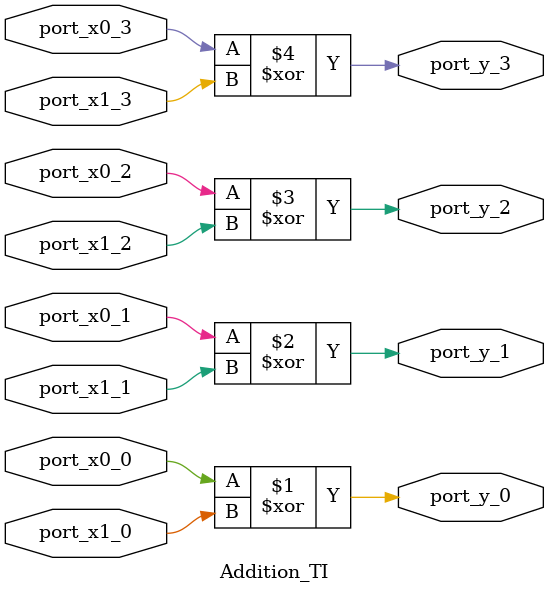
<source format=v>

`timescale 1ns/1ps

module Round_AES_TI_d1 (
  input      [0:0]    port_state_in_0_0_0,
  input      [0:0]    port_state_in_0_0_1,
  input      [0:0]    port_state_in_0_0_2,
  input      [0:0]    port_state_in_0_0_3,
  input      [0:0]    port_state_in_0_0_4,
  input      [0:0]    port_state_in_0_0_5,
  input      [0:0]    port_state_in_0_0_6,
  input      [0:0]    port_state_in_0_0_7,
  input      [0:0]    port_state_in_0_1_0,
  input      [0:0]    port_state_in_0_1_1,
  input      [0:0]    port_state_in_0_1_2,
  input      [0:0]    port_state_in_0_1_3,
  input      [0:0]    port_state_in_0_1_4,
  input      [0:0]    port_state_in_0_1_5,
  input      [0:0]    port_state_in_0_1_6,
  input      [0:0]    port_state_in_0_1_7,
  input      [0:0]    port_state_in_0_2_0,
  input      [0:0]    port_state_in_0_2_1,
  input      [0:0]    port_state_in_0_2_2,
  input      [0:0]    port_state_in_0_2_3,
  input      [0:0]    port_state_in_0_2_4,
  input      [0:0]    port_state_in_0_2_5,
  input      [0:0]    port_state_in_0_2_6,
  input      [0:0]    port_state_in_0_2_7,
  input      [0:0]    port_state_in_0_3_0,
  input      [0:0]    port_state_in_0_3_1,
  input      [0:0]    port_state_in_0_3_2,
  input      [0:0]    port_state_in_0_3_3,
  input      [0:0]    port_state_in_0_3_4,
  input      [0:0]    port_state_in_0_3_5,
  input      [0:0]    port_state_in_0_3_6,
  input      [0:0]    port_state_in_0_3_7,
  input      [0:0]    port_state_in_1_0_0,
  input      [0:0]    port_state_in_1_0_1,
  input      [0:0]    port_state_in_1_0_2,
  input      [0:0]    port_state_in_1_0_3,
  input      [0:0]    port_state_in_1_0_4,
  input      [0:0]    port_state_in_1_0_5,
  input      [0:0]    port_state_in_1_0_6,
  input      [0:0]    port_state_in_1_0_7,
  input      [0:0]    port_state_in_1_1_0,
  input      [0:0]    port_state_in_1_1_1,
  input      [0:0]    port_state_in_1_1_2,
  input      [0:0]    port_state_in_1_1_3,
  input      [0:0]    port_state_in_1_1_4,
  input      [0:0]    port_state_in_1_1_5,
  input      [0:0]    port_state_in_1_1_6,
  input      [0:0]    port_state_in_1_1_7,
  input      [0:0]    port_state_in_1_2_0,
  input      [0:0]    port_state_in_1_2_1,
  input      [0:0]    port_state_in_1_2_2,
  input      [0:0]    port_state_in_1_2_3,
  input      [0:0]    port_state_in_1_2_4,
  input      [0:0]    port_state_in_1_2_5,
  input      [0:0]    port_state_in_1_2_6,
  input      [0:0]    port_state_in_1_2_7,
  input      [0:0]    port_state_in_1_3_0,
  input      [0:0]    port_state_in_1_3_1,
  input      [0:0]    port_state_in_1_3_2,
  input      [0:0]    port_state_in_1_3_3,
  input      [0:0]    port_state_in_1_3_4,
  input      [0:0]    port_state_in_1_3_5,
  input      [0:0]    port_state_in_1_3_6,
  input      [0:0]    port_state_in_1_3_7,
  input      [0:0]    port_state_in_2_0_0,
  input      [0:0]    port_state_in_2_0_1,
  input      [0:0]    port_state_in_2_0_2,
  input      [0:0]    port_state_in_2_0_3,
  input      [0:0]    port_state_in_2_0_4,
  input      [0:0]    port_state_in_2_0_5,
  input      [0:0]    port_state_in_2_0_6,
  input      [0:0]    port_state_in_2_0_7,
  input      [0:0]    port_state_in_2_1_0,
  input      [0:0]    port_state_in_2_1_1,
  input      [0:0]    port_state_in_2_1_2,
  input      [0:0]    port_state_in_2_1_3,
  input      [0:0]    port_state_in_2_1_4,
  input      [0:0]    port_state_in_2_1_5,
  input      [0:0]    port_state_in_2_1_6,
  input      [0:0]    port_state_in_2_1_7,
  input      [0:0]    port_state_in_2_2_0,
  input      [0:0]    port_state_in_2_2_1,
  input      [0:0]    port_state_in_2_2_2,
  input      [0:0]    port_state_in_2_2_3,
  input      [0:0]    port_state_in_2_2_4,
  input      [0:0]    port_state_in_2_2_5,
  input      [0:0]    port_state_in_2_2_6,
  input      [0:0]    port_state_in_2_2_7,
  input      [0:0]    port_state_in_2_3_0,
  input      [0:0]    port_state_in_2_3_1,
  input      [0:0]    port_state_in_2_3_2,
  input      [0:0]    port_state_in_2_3_3,
  input      [0:0]    port_state_in_2_3_4,
  input      [0:0]    port_state_in_2_3_5,
  input      [0:0]    port_state_in_2_3_6,
  input      [0:0]    port_state_in_2_3_7,
  input      [0:0]    port_state_in_3_0_0,
  input      [0:0]    port_state_in_3_0_1,
  input      [0:0]    port_state_in_3_0_2,
  input      [0:0]    port_state_in_3_0_3,
  input      [0:0]    port_state_in_3_0_4,
  input      [0:0]    port_state_in_3_0_5,
  input      [0:0]    port_state_in_3_0_6,
  input      [0:0]    port_state_in_3_0_7,
  input      [0:0]    port_state_in_3_1_0,
  input      [0:0]    port_state_in_3_1_1,
  input      [0:0]    port_state_in_3_1_2,
  input      [0:0]    port_state_in_3_1_3,
  input      [0:0]    port_state_in_3_1_4,
  input      [0:0]    port_state_in_3_1_5,
  input      [0:0]    port_state_in_3_1_6,
  input      [0:0]    port_state_in_3_1_7,
  input      [0:0]    port_state_in_3_2_0,
  input      [0:0]    port_state_in_3_2_1,
  input      [0:0]    port_state_in_3_2_2,
  input      [0:0]    port_state_in_3_2_3,
  input      [0:0]    port_state_in_3_2_4,
  input      [0:0]    port_state_in_3_2_5,
  input      [0:0]    port_state_in_3_2_6,
  input      [0:0]    port_state_in_3_2_7,
  input      [0:0]    port_state_in_3_3_0,
  input      [0:0]    port_state_in_3_3_1,
  input      [0:0]    port_state_in_3_3_2,
  input      [0:0]    port_state_in_3_3_3,
  input      [0:0]    port_state_in_3_3_4,
  input      [0:0]    port_state_in_3_3_5,
  input      [0:0]    port_state_in_3_3_6,
  input      [0:0]    port_state_in_3_3_7,
  input      [0:0]    port_state_in_4_0_0,
  input      [0:0]    port_state_in_4_0_1,
  input      [0:0]    port_state_in_4_0_2,
  input      [0:0]    port_state_in_4_0_3,
  input      [0:0]    port_state_in_4_0_4,
  input      [0:0]    port_state_in_4_0_5,
  input      [0:0]    port_state_in_4_0_6,
  input      [0:0]    port_state_in_4_0_7,
  input      [0:0]    port_state_in_4_1_0,
  input      [0:0]    port_state_in_4_1_1,
  input      [0:0]    port_state_in_4_1_2,
  input      [0:0]    port_state_in_4_1_3,
  input      [0:0]    port_state_in_4_1_4,
  input      [0:0]    port_state_in_4_1_5,
  input      [0:0]    port_state_in_4_1_6,
  input      [0:0]    port_state_in_4_1_7,
  input      [0:0]    port_state_in_4_2_0,
  input      [0:0]    port_state_in_4_2_1,
  input      [0:0]    port_state_in_4_2_2,
  input      [0:0]    port_state_in_4_2_3,
  input      [0:0]    port_state_in_4_2_4,
  input      [0:0]    port_state_in_4_2_5,
  input      [0:0]    port_state_in_4_2_6,
  input      [0:0]    port_state_in_4_2_7,
  input      [0:0]    port_state_in_4_3_0,
  input      [0:0]    port_state_in_4_3_1,
  input      [0:0]    port_state_in_4_3_2,
  input      [0:0]    port_state_in_4_3_3,
  input      [0:0]    port_state_in_4_3_4,
  input      [0:0]    port_state_in_4_3_5,
  input      [0:0]    port_state_in_4_3_6,
  input      [0:0]    port_state_in_4_3_7,
  input      [0:0]    port_state_in_5_0_0,
  input      [0:0]    port_state_in_5_0_1,
  input      [0:0]    port_state_in_5_0_2,
  input      [0:0]    port_state_in_5_0_3,
  input      [0:0]    port_state_in_5_0_4,
  input      [0:0]    port_state_in_5_0_5,
  input      [0:0]    port_state_in_5_0_6,
  input      [0:0]    port_state_in_5_0_7,
  input      [0:0]    port_state_in_5_1_0,
  input      [0:0]    port_state_in_5_1_1,
  input      [0:0]    port_state_in_5_1_2,
  input      [0:0]    port_state_in_5_1_3,
  input      [0:0]    port_state_in_5_1_4,
  input      [0:0]    port_state_in_5_1_5,
  input      [0:0]    port_state_in_5_1_6,
  input      [0:0]    port_state_in_5_1_7,
  input      [0:0]    port_state_in_5_2_0,
  input      [0:0]    port_state_in_5_2_1,
  input      [0:0]    port_state_in_5_2_2,
  input      [0:0]    port_state_in_5_2_3,
  input      [0:0]    port_state_in_5_2_4,
  input      [0:0]    port_state_in_5_2_5,
  input      [0:0]    port_state_in_5_2_6,
  input      [0:0]    port_state_in_5_2_7,
  input      [0:0]    port_state_in_5_3_0,
  input      [0:0]    port_state_in_5_3_1,
  input      [0:0]    port_state_in_5_3_2,
  input      [0:0]    port_state_in_5_3_3,
  input      [0:0]    port_state_in_5_3_4,
  input      [0:0]    port_state_in_5_3_5,
  input      [0:0]    port_state_in_5_3_6,
  input      [0:0]    port_state_in_5_3_7,
  input      [0:0]    port_state_in_6_0_0,
  input      [0:0]    port_state_in_6_0_1,
  input      [0:0]    port_state_in_6_0_2,
  input      [0:0]    port_state_in_6_0_3,
  input      [0:0]    port_state_in_6_0_4,
  input      [0:0]    port_state_in_6_0_5,
  input      [0:0]    port_state_in_6_0_6,
  input      [0:0]    port_state_in_6_0_7,
  input      [0:0]    port_state_in_6_1_0,
  input      [0:0]    port_state_in_6_1_1,
  input      [0:0]    port_state_in_6_1_2,
  input      [0:0]    port_state_in_6_1_3,
  input      [0:0]    port_state_in_6_1_4,
  input      [0:0]    port_state_in_6_1_5,
  input      [0:0]    port_state_in_6_1_6,
  input      [0:0]    port_state_in_6_1_7,
  input      [0:0]    port_state_in_6_2_0,
  input      [0:0]    port_state_in_6_2_1,
  input      [0:0]    port_state_in_6_2_2,
  input      [0:0]    port_state_in_6_2_3,
  input      [0:0]    port_state_in_6_2_4,
  input      [0:0]    port_state_in_6_2_5,
  input      [0:0]    port_state_in_6_2_6,
  input      [0:0]    port_state_in_6_2_7,
  input      [0:0]    port_state_in_6_3_0,
  input      [0:0]    port_state_in_6_3_1,
  input      [0:0]    port_state_in_6_3_2,
  input      [0:0]    port_state_in_6_3_3,
  input      [0:0]    port_state_in_6_3_4,
  input      [0:0]    port_state_in_6_3_5,
  input      [0:0]    port_state_in_6_3_6,
  input      [0:0]    port_state_in_6_3_7,
  input      [0:0]    port_state_in_7_0_0,
  input      [0:0]    port_state_in_7_0_1,
  input      [0:0]    port_state_in_7_0_2,
  input      [0:0]    port_state_in_7_0_3,
  input      [0:0]    port_state_in_7_0_4,
  input      [0:0]    port_state_in_7_0_5,
  input      [0:0]    port_state_in_7_0_6,
  input      [0:0]    port_state_in_7_0_7,
  input      [0:0]    port_state_in_7_1_0,
  input      [0:0]    port_state_in_7_1_1,
  input      [0:0]    port_state_in_7_1_2,
  input      [0:0]    port_state_in_7_1_3,
  input      [0:0]    port_state_in_7_1_4,
  input      [0:0]    port_state_in_7_1_5,
  input      [0:0]    port_state_in_7_1_6,
  input      [0:0]    port_state_in_7_1_7,
  input      [0:0]    port_state_in_7_2_0,
  input      [0:0]    port_state_in_7_2_1,
  input      [0:0]    port_state_in_7_2_2,
  input      [0:0]    port_state_in_7_2_3,
  input      [0:0]    port_state_in_7_2_4,
  input      [0:0]    port_state_in_7_2_5,
  input      [0:0]    port_state_in_7_2_6,
  input      [0:0]    port_state_in_7_2_7,
  input      [0:0]    port_state_in_7_3_0,
  input      [0:0]    port_state_in_7_3_1,
  input      [0:0]    port_state_in_7_3_2,
  input      [0:0]    port_state_in_7_3_3,
  input      [0:0]    port_state_in_7_3_4,
  input      [0:0]    port_state_in_7_3_5,
  input      [0:0]    port_state_in_7_3_6,
  input      [0:0]    port_state_in_7_3_7,
  input      [0:0]    port_state_in_8_0_0,
  input      [0:0]    port_state_in_8_0_1,
  input      [0:0]    port_state_in_8_0_2,
  input      [0:0]    port_state_in_8_0_3,
  input      [0:0]    port_state_in_8_0_4,
  input      [0:0]    port_state_in_8_0_5,
  input      [0:0]    port_state_in_8_0_6,
  input      [0:0]    port_state_in_8_0_7,
  input      [0:0]    port_state_in_8_1_0,
  input      [0:0]    port_state_in_8_1_1,
  input      [0:0]    port_state_in_8_1_2,
  input      [0:0]    port_state_in_8_1_3,
  input      [0:0]    port_state_in_8_1_4,
  input      [0:0]    port_state_in_8_1_5,
  input      [0:0]    port_state_in_8_1_6,
  input      [0:0]    port_state_in_8_1_7,
  input      [0:0]    port_state_in_8_2_0,
  input      [0:0]    port_state_in_8_2_1,
  input      [0:0]    port_state_in_8_2_2,
  input      [0:0]    port_state_in_8_2_3,
  input      [0:0]    port_state_in_8_2_4,
  input      [0:0]    port_state_in_8_2_5,
  input      [0:0]    port_state_in_8_2_6,
  input      [0:0]    port_state_in_8_2_7,
  input      [0:0]    port_state_in_8_3_0,
  input      [0:0]    port_state_in_8_3_1,
  input      [0:0]    port_state_in_8_3_2,
  input      [0:0]    port_state_in_8_3_3,
  input      [0:0]    port_state_in_8_3_4,
  input      [0:0]    port_state_in_8_3_5,
  input      [0:0]    port_state_in_8_3_6,
  input      [0:0]    port_state_in_8_3_7,
  input      [0:0]    port_state_in_9_0_0,
  input      [0:0]    port_state_in_9_0_1,
  input      [0:0]    port_state_in_9_0_2,
  input      [0:0]    port_state_in_9_0_3,
  input      [0:0]    port_state_in_9_0_4,
  input      [0:0]    port_state_in_9_0_5,
  input      [0:0]    port_state_in_9_0_6,
  input      [0:0]    port_state_in_9_0_7,
  input      [0:0]    port_state_in_9_1_0,
  input      [0:0]    port_state_in_9_1_1,
  input      [0:0]    port_state_in_9_1_2,
  input      [0:0]    port_state_in_9_1_3,
  input      [0:0]    port_state_in_9_1_4,
  input      [0:0]    port_state_in_9_1_5,
  input      [0:0]    port_state_in_9_1_6,
  input      [0:0]    port_state_in_9_1_7,
  input      [0:0]    port_state_in_9_2_0,
  input      [0:0]    port_state_in_9_2_1,
  input      [0:0]    port_state_in_9_2_2,
  input      [0:0]    port_state_in_9_2_3,
  input      [0:0]    port_state_in_9_2_4,
  input      [0:0]    port_state_in_9_2_5,
  input      [0:0]    port_state_in_9_2_6,
  input      [0:0]    port_state_in_9_2_7,
  input      [0:0]    port_state_in_9_3_0,
  input      [0:0]    port_state_in_9_3_1,
  input      [0:0]    port_state_in_9_3_2,
  input      [0:0]    port_state_in_9_3_3,
  input      [0:0]    port_state_in_9_3_4,
  input      [0:0]    port_state_in_9_3_5,
  input      [0:0]    port_state_in_9_3_6,
  input      [0:0]    port_state_in_9_3_7,
  input      [0:0]    port_state_in_10_0_0,
  input      [0:0]    port_state_in_10_0_1,
  input      [0:0]    port_state_in_10_0_2,
  input      [0:0]    port_state_in_10_0_3,
  input      [0:0]    port_state_in_10_0_4,
  input      [0:0]    port_state_in_10_0_5,
  input      [0:0]    port_state_in_10_0_6,
  input      [0:0]    port_state_in_10_0_7,
  input      [0:0]    port_state_in_10_1_0,
  input      [0:0]    port_state_in_10_1_1,
  input      [0:0]    port_state_in_10_1_2,
  input      [0:0]    port_state_in_10_1_3,
  input      [0:0]    port_state_in_10_1_4,
  input      [0:0]    port_state_in_10_1_5,
  input      [0:0]    port_state_in_10_1_6,
  input      [0:0]    port_state_in_10_1_7,
  input      [0:0]    port_state_in_10_2_0,
  input      [0:0]    port_state_in_10_2_1,
  input      [0:0]    port_state_in_10_2_2,
  input      [0:0]    port_state_in_10_2_3,
  input      [0:0]    port_state_in_10_2_4,
  input      [0:0]    port_state_in_10_2_5,
  input      [0:0]    port_state_in_10_2_6,
  input      [0:0]    port_state_in_10_2_7,
  input      [0:0]    port_state_in_10_3_0,
  input      [0:0]    port_state_in_10_3_1,
  input      [0:0]    port_state_in_10_3_2,
  input      [0:0]    port_state_in_10_3_3,
  input      [0:0]    port_state_in_10_3_4,
  input      [0:0]    port_state_in_10_3_5,
  input      [0:0]    port_state_in_10_3_6,
  input      [0:0]    port_state_in_10_3_7,
  input      [0:0]    port_state_in_11_0_0,
  input      [0:0]    port_state_in_11_0_1,
  input      [0:0]    port_state_in_11_0_2,
  input      [0:0]    port_state_in_11_0_3,
  input      [0:0]    port_state_in_11_0_4,
  input      [0:0]    port_state_in_11_0_5,
  input      [0:0]    port_state_in_11_0_6,
  input      [0:0]    port_state_in_11_0_7,
  input      [0:0]    port_state_in_11_1_0,
  input      [0:0]    port_state_in_11_1_1,
  input      [0:0]    port_state_in_11_1_2,
  input      [0:0]    port_state_in_11_1_3,
  input      [0:0]    port_state_in_11_1_4,
  input      [0:0]    port_state_in_11_1_5,
  input      [0:0]    port_state_in_11_1_6,
  input      [0:0]    port_state_in_11_1_7,
  input      [0:0]    port_state_in_11_2_0,
  input      [0:0]    port_state_in_11_2_1,
  input      [0:0]    port_state_in_11_2_2,
  input      [0:0]    port_state_in_11_2_3,
  input      [0:0]    port_state_in_11_2_4,
  input      [0:0]    port_state_in_11_2_5,
  input      [0:0]    port_state_in_11_2_6,
  input      [0:0]    port_state_in_11_2_7,
  input      [0:0]    port_state_in_11_3_0,
  input      [0:0]    port_state_in_11_3_1,
  input      [0:0]    port_state_in_11_3_2,
  input      [0:0]    port_state_in_11_3_3,
  input      [0:0]    port_state_in_11_3_4,
  input      [0:0]    port_state_in_11_3_5,
  input      [0:0]    port_state_in_11_3_6,
  input      [0:0]    port_state_in_11_3_7,
  input      [0:0]    port_state_in_12_0_0,
  input      [0:0]    port_state_in_12_0_1,
  input      [0:0]    port_state_in_12_0_2,
  input      [0:0]    port_state_in_12_0_3,
  input      [0:0]    port_state_in_12_0_4,
  input      [0:0]    port_state_in_12_0_5,
  input      [0:0]    port_state_in_12_0_6,
  input      [0:0]    port_state_in_12_0_7,
  input      [0:0]    port_state_in_12_1_0,
  input      [0:0]    port_state_in_12_1_1,
  input      [0:0]    port_state_in_12_1_2,
  input      [0:0]    port_state_in_12_1_3,
  input      [0:0]    port_state_in_12_1_4,
  input      [0:0]    port_state_in_12_1_5,
  input      [0:0]    port_state_in_12_1_6,
  input      [0:0]    port_state_in_12_1_7,
  input      [0:0]    port_state_in_12_2_0,
  input      [0:0]    port_state_in_12_2_1,
  input      [0:0]    port_state_in_12_2_2,
  input      [0:0]    port_state_in_12_2_3,
  input      [0:0]    port_state_in_12_2_4,
  input      [0:0]    port_state_in_12_2_5,
  input      [0:0]    port_state_in_12_2_6,
  input      [0:0]    port_state_in_12_2_7,
  input      [0:0]    port_state_in_12_3_0,
  input      [0:0]    port_state_in_12_3_1,
  input      [0:0]    port_state_in_12_3_2,
  input      [0:0]    port_state_in_12_3_3,
  input      [0:0]    port_state_in_12_3_4,
  input      [0:0]    port_state_in_12_3_5,
  input      [0:0]    port_state_in_12_3_6,
  input      [0:0]    port_state_in_12_3_7,
  input      [0:0]    port_state_in_13_0_0,
  input      [0:0]    port_state_in_13_0_1,
  input      [0:0]    port_state_in_13_0_2,
  input      [0:0]    port_state_in_13_0_3,
  input      [0:0]    port_state_in_13_0_4,
  input      [0:0]    port_state_in_13_0_5,
  input      [0:0]    port_state_in_13_0_6,
  input      [0:0]    port_state_in_13_0_7,
  input      [0:0]    port_state_in_13_1_0,
  input      [0:0]    port_state_in_13_1_1,
  input      [0:0]    port_state_in_13_1_2,
  input      [0:0]    port_state_in_13_1_3,
  input      [0:0]    port_state_in_13_1_4,
  input      [0:0]    port_state_in_13_1_5,
  input      [0:0]    port_state_in_13_1_6,
  input      [0:0]    port_state_in_13_1_7,
  input      [0:0]    port_state_in_13_2_0,
  input      [0:0]    port_state_in_13_2_1,
  input      [0:0]    port_state_in_13_2_2,
  input      [0:0]    port_state_in_13_2_3,
  input      [0:0]    port_state_in_13_2_4,
  input      [0:0]    port_state_in_13_2_5,
  input      [0:0]    port_state_in_13_2_6,
  input      [0:0]    port_state_in_13_2_7,
  input      [0:0]    port_state_in_13_3_0,
  input      [0:0]    port_state_in_13_3_1,
  input      [0:0]    port_state_in_13_3_2,
  input      [0:0]    port_state_in_13_3_3,
  input      [0:0]    port_state_in_13_3_4,
  input      [0:0]    port_state_in_13_3_5,
  input      [0:0]    port_state_in_13_3_6,
  input      [0:0]    port_state_in_13_3_7,
  input      [0:0]    port_state_in_14_0_0,
  input      [0:0]    port_state_in_14_0_1,
  input      [0:0]    port_state_in_14_0_2,
  input      [0:0]    port_state_in_14_0_3,
  input      [0:0]    port_state_in_14_0_4,
  input      [0:0]    port_state_in_14_0_5,
  input      [0:0]    port_state_in_14_0_6,
  input      [0:0]    port_state_in_14_0_7,
  input      [0:0]    port_state_in_14_1_0,
  input      [0:0]    port_state_in_14_1_1,
  input      [0:0]    port_state_in_14_1_2,
  input      [0:0]    port_state_in_14_1_3,
  input      [0:0]    port_state_in_14_1_4,
  input      [0:0]    port_state_in_14_1_5,
  input      [0:0]    port_state_in_14_1_6,
  input      [0:0]    port_state_in_14_1_7,
  input      [0:0]    port_state_in_14_2_0,
  input      [0:0]    port_state_in_14_2_1,
  input      [0:0]    port_state_in_14_2_2,
  input      [0:0]    port_state_in_14_2_3,
  input      [0:0]    port_state_in_14_2_4,
  input      [0:0]    port_state_in_14_2_5,
  input      [0:0]    port_state_in_14_2_6,
  input      [0:0]    port_state_in_14_2_7,
  input      [0:0]    port_state_in_14_3_0,
  input      [0:0]    port_state_in_14_3_1,
  input      [0:0]    port_state_in_14_3_2,
  input      [0:0]    port_state_in_14_3_3,
  input      [0:0]    port_state_in_14_3_4,
  input      [0:0]    port_state_in_14_3_5,
  input      [0:0]    port_state_in_14_3_6,
  input      [0:0]    port_state_in_14_3_7,
  input      [0:0]    port_state_in_15_0_0,
  input      [0:0]    port_state_in_15_0_1,
  input      [0:0]    port_state_in_15_0_2,
  input      [0:0]    port_state_in_15_0_3,
  input      [0:0]    port_state_in_15_0_4,
  input      [0:0]    port_state_in_15_0_5,
  input      [0:0]    port_state_in_15_0_6,
  input      [0:0]    port_state_in_15_0_7,
  input      [0:0]    port_state_in_15_1_0,
  input      [0:0]    port_state_in_15_1_1,
  input      [0:0]    port_state_in_15_1_2,
  input      [0:0]    port_state_in_15_1_3,
  input      [0:0]    port_state_in_15_1_4,
  input      [0:0]    port_state_in_15_1_5,
  input      [0:0]    port_state_in_15_1_6,
  input      [0:0]    port_state_in_15_1_7,
  input      [0:0]    port_state_in_15_2_0,
  input      [0:0]    port_state_in_15_2_1,
  input      [0:0]    port_state_in_15_2_2,
  input      [0:0]    port_state_in_15_2_3,
  input      [0:0]    port_state_in_15_2_4,
  input      [0:0]    port_state_in_15_2_5,
  input      [0:0]    port_state_in_15_2_6,
  input      [0:0]    port_state_in_15_2_7,
  input      [0:0]    port_state_in_15_3_0,
  input      [0:0]    port_state_in_15_3_1,
  input      [0:0]    port_state_in_15_3_2,
  input      [0:0]    port_state_in_15_3_3,
  input      [0:0]    port_state_in_15_3_4,
  input      [0:0]    port_state_in_15_3_5,
  input      [0:0]    port_state_in_15_3_6,
  input      [0:0]    port_state_in_15_3_7,
  input      [0:0]    port_key_0_0_0,
  input      [0:0]    port_key_0_0_1,
  input      [0:0]    port_key_0_0_2,
  input      [0:0]    port_key_0_0_3,
  input      [0:0]    port_key_0_0_4,
  input      [0:0]    port_key_0_0_5,
  input      [0:0]    port_key_0_0_6,
  input      [0:0]    port_key_0_0_7,
  input      [0:0]    port_key_0_1_0,
  input      [0:0]    port_key_0_1_1,
  input      [0:0]    port_key_0_1_2,
  input      [0:0]    port_key_0_1_3,
  input      [0:0]    port_key_0_1_4,
  input      [0:0]    port_key_0_1_5,
  input      [0:0]    port_key_0_1_6,
  input      [0:0]    port_key_0_1_7,
  input      [0:0]    port_key_0_2_0,
  input      [0:0]    port_key_0_2_1,
  input      [0:0]    port_key_0_2_2,
  input      [0:0]    port_key_0_2_3,
  input      [0:0]    port_key_0_2_4,
  input      [0:0]    port_key_0_2_5,
  input      [0:0]    port_key_0_2_6,
  input      [0:0]    port_key_0_2_7,
  input      [0:0]    port_key_0_3_0,
  input      [0:0]    port_key_0_3_1,
  input      [0:0]    port_key_0_3_2,
  input      [0:0]    port_key_0_3_3,
  input      [0:0]    port_key_0_3_4,
  input      [0:0]    port_key_0_3_5,
  input      [0:0]    port_key_0_3_6,
  input      [0:0]    port_key_0_3_7,
  input      [0:0]    port_key_1_0_0,
  input      [0:0]    port_key_1_0_1,
  input      [0:0]    port_key_1_0_2,
  input      [0:0]    port_key_1_0_3,
  input      [0:0]    port_key_1_0_4,
  input      [0:0]    port_key_1_0_5,
  input      [0:0]    port_key_1_0_6,
  input      [0:0]    port_key_1_0_7,
  input      [0:0]    port_key_1_1_0,
  input      [0:0]    port_key_1_1_1,
  input      [0:0]    port_key_1_1_2,
  input      [0:0]    port_key_1_1_3,
  input      [0:0]    port_key_1_1_4,
  input      [0:0]    port_key_1_1_5,
  input      [0:0]    port_key_1_1_6,
  input      [0:0]    port_key_1_1_7,
  input      [0:0]    port_key_1_2_0,
  input      [0:0]    port_key_1_2_1,
  input      [0:0]    port_key_1_2_2,
  input      [0:0]    port_key_1_2_3,
  input      [0:0]    port_key_1_2_4,
  input      [0:0]    port_key_1_2_5,
  input      [0:0]    port_key_1_2_6,
  input      [0:0]    port_key_1_2_7,
  input      [0:0]    port_key_1_3_0,
  input      [0:0]    port_key_1_3_1,
  input      [0:0]    port_key_1_3_2,
  input      [0:0]    port_key_1_3_3,
  input      [0:0]    port_key_1_3_4,
  input      [0:0]    port_key_1_3_5,
  input      [0:0]    port_key_1_3_6,
  input      [0:0]    port_key_1_3_7,
  input      [0:0]    port_key_2_0_0,
  input      [0:0]    port_key_2_0_1,
  input      [0:0]    port_key_2_0_2,
  input      [0:0]    port_key_2_0_3,
  input      [0:0]    port_key_2_0_4,
  input      [0:0]    port_key_2_0_5,
  input      [0:0]    port_key_2_0_6,
  input      [0:0]    port_key_2_0_7,
  input      [0:0]    port_key_2_1_0,
  input      [0:0]    port_key_2_1_1,
  input      [0:0]    port_key_2_1_2,
  input      [0:0]    port_key_2_1_3,
  input      [0:0]    port_key_2_1_4,
  input      [0:0]    port_key_2_1_5,
  input      [0:0]    port_key_2_1_6,
  input      [0:0]    port_key_2_1_7,
  input      [0:0]    port_key_2_2_0,
  input      [0:0]    port_key_2_2_1,
  input      [0:0]    port_key_2_2_2,
  input      [0:0]    port_key_2_2_3,
  input      [0:0]    port_key_2_2_4,
  input      [0:0]    port_key_2_2_5,
  input      [0:0]    port_key_2_2_6,
  input      [0:0]    port_key_2_2_7,
  input      [0:0]    port_key_2_3_0,
  input      [0:0]    port_key_2_3_1,
  input      [0:0]    port_key_2_3_2,
  input      [0:0]    port_key_2_3_3,
  input      [0:0]    port_key_2_3_4,
  input      [0:0]    port_key_2_3_5,
  input      [0:0]    port_key_2_3_6,
  input      [0:0]    port_key_2_3_7,
  input      [0:0]    port_key_3_0_0,
  input      [0:0]    port_key_3_0_1,
  input      [0:0]    port_key_3_0_2,
  input      [0:0]    port_key_3_0_3,
  input      [0:0]    port_key_3_0_4,
  input      [0:0]    port_key_3_0_5,
  input      [0:0]    port_key_3_0_6,
  input      [0:0]    port_key_3_0_7,
  input      [0:0]    port_key_3_1_0,
  input      [0:0]    port_key_3_1_1,
  input      [0:0]    port_key_3_1_2,
  input      [0:0]    port_key_3_1_3,
  input      [0:0]    port_key_3_1_4,
  input      [0:0]    port_key_3_1_5,
  input      [0:0]    port_key_3_1_6,
  input      [0:0]    port_key_3_1_7,
  input      [0:0]    port_key_3_2_0,
  input      [0:0]    port_key_3_2_1,
  input      [0:0]    port_key_3_2_2,
  input      [0:0]    port_key_3_2_3,
  input      [0:0]    port_key_3_2_4,
  input      [0:0]    port_key_3_2_5,
  input      [0:0]    port_key_3_2_6,
  input      [0:0]    port_key_3_2_7,
  input      [0:0]    port_key_3_3_0,
  input      [0:0]    port_key_3_3_1,
  input      [0:0]    port_key_3_3_2,
  input      [0:0]    port_key_3_3_3,
  input      [0:0]    port_key_3_3_4,
  input      [0:0]    port_key_3_3_5,
  input      [0:0]    port_key_3_3_6,
  input      [0:0]    port_key_3_3_7,
  input      [0:0]    port_key_4_0_0,
  input      [0:0]    port_key_4_0_1,
  input      [0:0]    port_key_4_0_2,
  input      [0:0]    port_key_4_0_3,
  input      [0:0]    port_key_4_0_4,
  input      [0:0]    port_key_4_0_5,
  input      [0:0]    port_key_4_0_6,
  input      [0:0]    port_key_4_0_7,
  input      [0:0]    port_key_4_1_0,
  input      [0:0]    port_key_4_1_1,
  input      [0:0]    port_key_4_1_2,
  input      [0:0]    port_key_4_1_3,
  input      [0:0]    port_key_4_1_4,
  input      [0:0]    port_key_4_1_5,
  input      [0:0]    port_key_4_1_6,
  input      [0:0]    port_key_4_1_7,
  input      [0:0]    port_key_4_2_0,
  input      [0:0]    port_key_4_2_1,
  input      [0:0]    port_key_4_2_2,
  input      [0:0]    port_key_4_2_3,
  input      [0:0]    port_key_4_2_4,
  input      [0:0]    port_key_4_2_5,
  input      [0:0]    port_key_4_2_6,
  input      [0:0]    port_key_4_2_7,
  input      [0:0]    port_key_4_3_0,
  input      [0:0]    port_key_4_3_1,
  input      [0:0]    port_key_4_3_2,
  input      [0:0]    port_key_4_3_3,
  input      [0:0]    port_key_4_3_4,
  input      [0:0]    port_key_4_3_5,
  input      [0:0]    port_key_4_3_6,
  input      [0:0]    port_key_4_3_7,
  input      [0:0]    port_key_5_0_0,
  input      [0:0]    port_key_5_0_1,
  input      [0:0]    port_key_5_0_2,
  input      [0:0]    port_key_5_0_3,
  input      [0:0]    port_key_5_0_4,
  input      [0:0]    port_key_5_0_5,
  input      [0:0]    port_key_5_0_6,
  input      [0:0]    port_key_5_0_7,
  input      [0:0]    port_key_5_1_0,
  input      [0:0]    port_key_5_1_1,
  input      [0:0]    port_key_5_1_2,
  input      [0:0]    port_key_5_1_3,
  input      [0:0]    port_key_5_1_4,
  input      [0:0]    port_key_5_1_5,
  input      [0:0]    port_key_5_1_6,
  input      [0:0]    port_key_5_1_7,
  input      [0:0]    port_key_5_2_0,
  input      [0:0]    port_key_5_2_1,
  input      [0:0]    port_key_5_2_2,
  input      [0:0]    port_key_5_2_3,
  input      [0:0]    port_key_5_2_4,
  input      [0:0]    port_key_5_2_5,
  input      [0:0]    port_key_5_2_6,
  input      [0:0]    port_key_5_2_7,
  input      [0:0]    port_key_5_3_0,
  input      [0:0]    port_key_5_3_1,
  input      [0:0]    port_key_5_3_2,
  input      [0:0]    port_key_5_3_3,
  input      [0:0]    port_key_5_3_4,
  input      [0:0]    port_key_5_3_5,
  input      [0:0]    port_key_5_3_6,
  input      [0:0]    port_key_5_3_7,
  input      [0:0]    port_key_6_0_0,
  input      [0:0]    port_key_6_0_1,
  input      [0:0]    port_key_6_0_2,
  input      [0:0]    port_key_6_0_3,
  input      [0:0]    port_key_6_0_4,
  input      [0:0]    port_key_6_0_5,
  input      [0:0]    port_key_6_0_6,
  input      [0:0]    port_key_6_0_7,
  input      [0:0]    port_key_6_1_0,
  input      [0:0]    port_key_6_1_1,
  input      [0:0]    port_key_6_1_2,
  input      [0:0]    port_key_6_1_3,
  input      [0:0]    port_key_6_1_4,
  input      [0:0]    port_key_6_1_5,
  input      [0:0]    port_key_6_1_6,
  input      [0:0]    port_key_6_1_7,
  input      [0:0]    port_key_6_2_0,
  input      [0:0]    port_key_6_2_1,
  input      [0:0]    port_key_6_2_2,
  input      [0:0]    port_key_6_2_3,
  input      [0:0]    port_key_6_2_4,
  input      [0:0]    port_key_6_2_5,
  input      [0:0]    port_key_6_2_6,
  input      [0:0]    port_key_6_2_7,
  input      [0:0]    port_key_6_3_0,
  input      [0:0]    port_key_6_3_1,
  input      [0:0]    port_key_6_3_2,
  input      [0:0]    port_key_6_3_3,
  input      [0:0]    port_key_6_3_4,
  input      [0:0]    port_key_6_3_5,
  input      [0:0]    port_key_6_3_6,
  input      [0:0]    port_key_6_3_7,
  input      [0:0]    port_key_7_0_0,
  input      [0:0]    port_key_7_0_1,
  input      [0:0]    port_key_7_0_2,
  input      [0:0]    port_key_7_0_3,
  input      [0:0]    port_key_7_0_4,
  input      [0:0]    port_key_7_0_5,
  input      [0:0]    port_key_7_0_6,
  input      [0:0]    port_key_7_0_7,
  input      [0:0]    port_key_7_1_0,
  input      [0:0]    port_key_7_1_1,
  input      [0:0]    port_key_7_1_2,
  input      [0:0]    port_key_7_1_3,
  input      [0:0]    port_key_7_1_4,
  input      [0:0]    port_key_7_1_5,
  input      [0:0]    port_key_7_1_6,
  input      [0:0]    port_key_7_1_7,
  input      [0:0]    port_key_7_2_0,
  input      [0:0]    port_key_7_2_1,
  input      [0:0]    port_key_7_2_2,
  input      [0:0]    port_key_7_2_3,
  input      [0:0]    port_key_7_2_4,
  input      [0:0]    port_key_7_2_5,
  input      [0:0]    port_key_7_2_6,
  input      [0:0]    port_key_7_2_7,
  input      [0:0]    port_key_7_3_0,
  input      [0:0]    port_key_7_3_1,
  input      [0:0]    port_key_7_3_2,
  input      [0:0]    port_key_7_3_3,
  input      [0:0]    port_key_7_3_4,
  input      [0:0]    port_key_7_3_5,
  input      [0:0]    port_key_7_3_6,
  input      [0:0]    port_key_7_3_7,
  input      [0:0]    port_key_8_0_0,
  input      [0:0]    port_key_8_0_1,
  input      [0:0]    port_key_8_0_2,
  input      [0:0]    port_key_8_0_3,
  input      [0:0]    port_key_8_0_4,
  input      [0:0]    port_key_8_0_5,
  input      [0:0]    port_key_8_0_6,
  input      [0:0]    port_key_8_0_7,
  input      [0:0]    port_key_8_1_0,
  input      [0:0]    port_key_8_1_1,
  input      [0:0]    port_key_8_1_2,
  input      [0:0]    port_key_8_1_3,
  input      [0:0]    port_key_8_1_4,
  input      [0:0]    port_key_8_1_5,
  input      [0:0]    port_key_8_1_6,
  input      [0:0]    port_key_8_1_7,
  input      [0:0]    port_key_8_2_0,
  input      [0:0]    port_key_8_2_1,
  input      [0:0]    port_key_8_2_2,
  input      [0:0]    port_key_8_2_3,
  input      [0:0]    port_key_8_2_4,
  input      [0:0]    port_key_8_2_5,
  input      [0:0]    port_key_8_2_6,
  input      [0:0]    port_key_8_2_7,
  input      [0:0]    port_key_8_3_0,
  input      [0:0]    port_key_8_3_1,
  input      [0:0]    port_key_8_3_2,
  input      [0:0]    port_key_8_3_3,
  input      [0:0]    port_key_8_3_4,
  input      [0:0]    port_key_8_3_5,
  input      [0:0]    port_key_8_3_6,
  input      [0:0]    port_key_8_3_7,
  input      [0:0]    port_key_9_0_0,
  input      [0:0]    port_key_9_0_1,
  input      [0:0]    port_key_9_0_2,
  input      [0:0]    port_key_9_0_3,
  input      [0:0]    port_key_9_0_4,
  input      [0:0]    port_key_9_0_5,
  input      [0:0]    port_key_9_0_6,
  input      [0:0]    port_key_9_0_7,
  input      [0:0]    port_key_9_1_0,
  input      [0:0]    port_key_9_1_1,
  input      [0:0]    port_key_9_1_2,
  input      [0:0]    port_key_9_1_3,
  input      [0:0]    port_key_9_1_4,
  input      [0:0]    port_key_9_1_5,
  input      [0:0]    port_key_9_1_6,
  input      [0:0]    port_key_9_1_7,
  input      [0:0]    port_key_9_2_0,
  input      [0:0]    port_key_9_2_1,
  input      [0:0]    port_key_9_2_2,
  input      [0:0]    port_key_9_2_3,
  input      [0:0]    port_key_9_2_4,
  input      [0:0]    port_key_9_2_5,
  input      [0:0]    port_key_9_2_6,
  input      [0:0]    port_key_9_2_7,
  input      [0:0]    port_key_9_3_0,
  input      [0:0]    port_key_9_3_1,
  input      [0:0]    port_key_9_3_2,
  input      [0:0]    port_key_9_3_3,
  input      [0:0]    port_key_9_3_4,
  input      [0:0]    port_key_9_3_5,
  input      [0:0]    port_key_9_3_6,
  input      [0:0]    port_key_9_3_7,
  input      [0:0]    port_key_10_0_0,
  input      [0:0]    port_key_10_0_1,
  input      [0:0]    port_key_10_0_2,
  input      [0:0]    port_key_10_0_3,
  input      [0:0]    port_key_10_0_4,
  input      [0:0]    port_key_10_0_5,
  input      [0:0]    port_key_10_0_6,
  input      [0:0]    port_key_10_0_7,
  input      [0:0]    port_key_10_1_0,
  input      [0:0]    port_key_10_1_1,
  input      [0:0]    port_key_10_1_2,
  input      [0:0]    port_key_10_1_3,
  input      [0:0]    port_key_10_1_4,
  input      [0:0]    port_key_10_1_5,
  input      [0:0]    port_key_10_1_6,
  input      [0:0]    port_key_10_1_7,
  input      [0:0]    port_key_10_2_0,
  input      [0:0]    port_key_10_2_1,
  input      [0:0]    port_key_10_2_2,
  input      [0:0]    port_key_10_2_3,
  input      [0:0]    port_key_10_2_4,
  input      [0:0]    port_key_10_2_5,
  input      [0:0]    port_key_10_2_6,
  input      [0:0]    port_key_10_2_7,
  input      [0:0]    port_key_10_3_0,
  input      [0:0]    port_key_10_3_1,
  input      [0:0]    port_key_10_3_2,
  input      [0:0]    port_key_10_3_3,
  input      [0:0]    port_key_10_3_4,
  input      [0:0]    port_key_10_3_5,
  input      [0:0]    port_key_10_3_6,
  input      [0:0]    port_key_10_3_7,
  input      [0:0]    port_key_11_0_0,
  input      [0:0]    port_key_11_0_1,
  input      [0:0]    port_key_11_0_2,
  input      [0:0]    port_key_11_0_3,
  input      [0:0]    port_key_11_0_4,
  input      [0:0]    port_key_11_0_5,
  input      [0:0]    port_key_11_0_6,
  input      [0:0]    port_key_11_0_7,
  input      [0:0]    port_key_11_1_0,
  input      [0:0]    port_key_11_1_1,
  input      [0:0]    port_key_11_1_2,
  input      [0:0]    port_key_11_1_3,
  input      [0:0]    port_key_11_1_4,
  input      [0:0]    port_key_11_1_5,
  input      [0:0]    port_key_11_1_6,
  input      [0:0]    port_key_11_1_7,
  input      [0:0]    port_key_11_2_0,
  input      [0:0]    port_key_11_2_1,
  input      [0:0]    port_key_11_2_2,
  input      [0:0]    port_key_11_2_3,
  input      [0:0]    port_key_11_2_4,
  input      [0:0]    port_key_11_2_5,
  input      [0:0]    port_key_11_2_6,
  input      [0:0]    port_key_11_2_7,
  input      [0:0]    port_key_11_3_0,
  input      [0:0]    port_key_11_3_1,
  input      [0:0]    port_key_11_3_2,
  input      [0:0]    port_key_11_3_3,
  input      [0:0]    port_key_11_3_4,
  input      [0:0]    port_key_11_3_5,
  input      [0:0]    port_key_11_3_6,
  input      [0:0]    port_key_11_3_7,
  input      [0:0]    port_key_12_0_0,
  input      [0:0]    port_key_12_0_1,
  input      [0:0]    port_key_12_0_2,
  input      [0:0]    port_key_12_0_3,
  input      [0:0]    port_key_12_0_4,
  input      [0:0]    port_key_12_0_5,
  input      [0:0]    port_key_12_0_6,
  input      [0:0]    port_key_12_0_7,
  input      [0:0]    port_key_12_1_0,
  input      [0:0]    port_key_12_1_1,
  input      [0:0]    port_key_12_1_2,
  input      [0:0]    port_key_12_1_3,
  input      [0:0]    port_key_12_1_4,
  input      [0:0]    port_key_12_1_5,
  input      [0:0]    port_key_12_1_6,
  input      [0:0]    port_key_12_1_7,
  input      [0:0]    port_key_12_2_0,
  input      [0:0]    port_key_12_2_1,
  input      [0:0]    port_key_12_2_2,
  input      [0:0]    port_key_12_2_3,
  input      [0:0]    port_key_12_2_4,
  input      [0:0]    port_key_12_2_5,
  input      [0:0]    port_key_12_2_6,
  input      [0:0]    port_key_12_2_7,
  input      [0:0]    port_key_12_3_0,
  input      [0:0]    port_key_12_3_1,
  input      [0:0]    port_key_12_3_2,
  input      [0:0]    port_key_12_3_3,
  input      [0:0]    port_key_12_3_4,
  input      [0:0]    port_key_12_3_5,
  input      [0:0]    port_key_12_3_6,
  input      [0:0]    port_key_12_3_7,
  input      [0:0]    port_key_13_0_0,
  input      [0:0]    port_key_13_0_1,
  input      [0:0]    port_key_13_0_2,
  input      [0:0]    port_key_13_0_3,
  input      [0:0]    port_key_13_0_4,
  input      [0:0]    port_key_13_0_5,
  input      [0:0]    port_key_13_0_6,
  input      [0:0]    port_key_13_0_7,
  input      [0:0]    port_key_13_1_0,
  input      [0:0]    port_key_13_1_1,
  input      [0:0]    port_key_13_1_2,
  input      [0:0]    port_key_13_1_3,
  input      [0:0]    port_key_13_1_4,
  input      [0:0]    port_key_13_1_5,
  input      [0:0]    port_key_13_1_6,
  input      [0:0]    port_key_13_1_7,
  input      [0:0]    port_key_13_2_0,
  input      [0:0]    port_key_13_2_1,
  input      [0:0]    port_key_13_2_2,
  input      [0:0]    port_key_13_2_3,
  input      [0:0]    port_key_13_2_4,
  input      [0:0]    port_key_13_2_5,
  input      [0:0]    port_key_13_2_6,
  input      [0:0]    port_key_13_2_7,
  input      [0:0]    port_key_13_3_0,
  input      [0:0]    port_key_13_3_1,
  input      [0:0]    port_key_13_3_2,
  input      [0:0]    port_key_13_3_3,
  input      [0:0]    port_key_13_3_4,
  input      [0:0]    port_key_13_3_5,
  input      [0:0]    port_key_13_3_6,
  input      [0:0]    port_key_13_3_7,
  input      [0:0]    port_key_14_0_0,
  input      [0:0]    port_key_14_0_1,
  input      [0:0]    port_key_14_0_2,
  input      [0:0]    port_key_14_0_3,
  input      [0:0]    port_key_14_0_4,
  input      [0:0]    port_key_14_0_5,
  input      [0:0]    port_key_14_0_6,
  input      [0:0]    port_key_14_0_7,
  input      [0:0]    port_key_14_1_0,
  input      [0:0]    port_key_14_1_1,
  input      [0:0]    port_key_14_1_2,
  input      [0:0]    port_key_14_1_3,
  input      [0:0]    port_key_14_1_4,
  input      [0:0]    port_key_14_1_5,
  input      [0:0]    port_key_14_1_6,
  input      [0:0]    port_key_14_1_7,
  input      [0:0]    port_key_14_2_0,
  input      [0:0]    port_key_14_2_1,
  input      [0:0]    port_key_14_2_2,
  input      [0:0]    port_key_14_2_3,
  input      [0:0]    port_key_14_2_4,
  input      [0:0]    port_key_14_2_5,
  input      [0:0]    port_key_14_2_6,
  input      [0:0]    port_key_14_2_7,
  input      [0:0]    port_key_14_3_0,
  input      [0:0]    port_key_14_3_1,
  input      [0:0]    port_key_14_3_2,
  input      [0:0]    port_key_14_3_3,
  input      [0:0]    port_key_14_3_4,
  input      [0:0]    port_key_14_3_5,
  input      [0:0]    port_key_14_3_6,
  input      [0:0]    port_key_14_3_7,
  input      [0:0]    port_key_15_0_0,
  input      [0:0]    port_key_15_0_1,
  input      [0:0]    port_key_15_0_2,
  input      [0:0]    port_key_15_0_3,
  input      [0:0]    port_key_15_0_4,
  input      [0:0]    port_key_15_0_5,
  input      [0:0]    port_key_15_0_6,
  input      [0:0]    port_key_15_0_7,
  input      [0:0]    port_key_15_1_0,
  input      [0:0]    port_key_15_1_1,
  input      [0:0]    port_key_15_1_2,
  input      [0:0]    port_key_15_1_3,
  input      [0:0]    port_key_15_1_4,
  input      [0:0]    port_key_15_1_5,
  input      [0:0]    port_key_15_1_6,
  input      [0:0]    port_key_15_1_7,
  input      [0:0]    port_key_15_2_0,
  input      [0:0]    port_key_15_2_1,
  input      [0:0]    port_key_15_2_2,
  input      [0:0]    port_key_15_2_3,
  input      [0:0]    port_key_15_2_4,
  input      [0:0]    port_key_15_2_5,
  input      [0:0]    port_key_15_2_6,
  input      [0:0]    port_key_15_2_7,
  input      [0:0]    port_key_15_3_0,
  input      [0:0]    port_key_15_3_1,
  input      [0:0]    port_key_15_3_2,
  input      [0:0]    port_key_15_3_3,
  input      [0:0]    port_key_15_3_4,
  input      [0:0]    port_key_15_3_5,
  input      [0:0]    port_key_15_3_6,
  input      [0:0]    port_key_15_3_7,
  output     [0:0]    port_state_out_0_0_0,
  output     [0:0]    port_state_out_0_0_1,
  output     [0:0]    port_state_out_0_0_2,
  output     [0:0]    port_state_out_0_0_3,
  output     [0:0]    port_state_out_0_0_4,
  output     [0:0]    port_state_out_0_0_5,
  output     [0:0]    port_state_out_0_0_6,
  output     [0:0]    port_state_out_0_0_7,
  output     [0:0]    port_state_out_0_1_0,
  output     [0:0]    port_state_out_0_1_1,
  output     [0:0]    port_state_out_0_1_2,
  output     [0:0]    port_state_out_0_1_3,
  output     [0:0]    port_state_out_0_1_4,
  output     [0:0]    port_state_out_0_1_5,
  output     [0:0]    port_state_out_0_1_6,
  output     [0:0]    port_state_out_0_1_7,
  output     [0:0]    port_state_out_0_2_0,
  output     [0:0]    port_state_out_0_2_1,
  output     [0:0]    port_state_out_0_2_2,
  output     [0:0]    port_state_out_0_2_3,
  output     [0:0]    port_state_out_0_2_4,
  output     [0:0]    port_state_out_0_2_5,
  output     [0:0]    port_state_out_0_2_6,
  output     [0:0]    port_state_out_0_2_7,
  output     [0:0]    port_state_out_0_3_0,
  output     [0:0]    port_state_out_0_3_1,
  output     [0:0]    port_state_out_0_3_2,
  output     [0:0]    port_state_out_0_3_3,
  output     [0:0]    port_state_out_0_3_4,
  output     [0:0]    port_state_out_0_3_5,
  output     [0:0]    port_state_out_0_3_6,
  output     [0:0]    port_state_out_0_3_7,
  output     [0:0]    port_state_out_1_0_0,
  output     [0:0]    port_state_out_1_0_1,
  output     [0:0]    port_state_out_1_0_2,
  output     [0:0]    port_state_out_1_0_3,
  output     [0:0]    port_state_out_1_0_4,
  output     [0:0]    port_state_out_1_0_5,
  output     [0:0]    port_state_out_1_0_6,
  output     [0:0]    port_state_out_1_0_7,
  output     [0:0]    port_state_out_1_1_0,
  output     [0:0]    port_state_out_1_1_1,
  output     [0:0]    port_state_out_1_1_2,
  output     [0:0]    port_state_out_1_1_3,
  output     [0:0]    port_state_out_1_1_4,
  output     [0:0]    port_state_out_1_1_5,
  output     [0:0]    port_state_out_1_1_6,
  output     [0:0]    port_state_out_1_1_7,
  output     [0:0]    port_state_out_1_2_0,
  output     [0:0]    port_state_out_1_2_1,
  output     [0:0]    port_state_out_1_2_2,
  output     [0:0]    port_state_out_1_2_3,
  output     [0:0]    port_state_out_1_2_4,
  output     [0:0]    port_state_out_1_2_5,
  output     [0:0]    port_state_out_1_2_6,
  output     [0:0]    port_state_out_1_2_7,
  output     [0:0]    port_state_out_1_3_0,
  output     [0:0]    port_state_out_1_3_1,
  output     [0:0]    port_state_out_1_3_2,
  output     [0:0]    port_state_out_1_3_3,
  output     [0:0]    port_state_out_1_3_4,
  output     [0:0]    port_state_out_1_3_5,
  output     [0:0]    port_state_out_1_3_6,
  output     [0:0]    port_state_out_1_3_7,
  output     [0:0]    port_state_out_2_0_0,
  output     [0:0]    port_state_out_2_0_1,
  output     [0:0]    port_state_out_2_0_2,
  output     [0:0]    port_state_out_2_0_3,
  output     [0:0]    port_state_out_2_0_4,
  output     [0:0]    port_state_out_2_0_5,
  output     [0:0]    port_state_out_2_0_6,
  output     [0:0]    port_state_out_2_0_7,
  output     [0:0]    port_state_out_2_1_0,
  output     [0:0]    port_state_out_2_1_1,
  output     [0:0]    port_state_out_2_1_2,
  output     [0:0]    port_state_out_2_1_3,
  output     [0:0]    port_state_out_2_1_4,
  output     [0:0]    port_state_out_2_1_5,
  output     [0:0]    port_state_out_2_1_6,
  output     [0:0]    port_state_out_2_1_7,
  output     [0:0]    port_state_out_2_2_0,
  output     [0:0]    port_state_out_2_2_1,
  output     [0:0]    port_state_out_2_2_2,
  output     [0:0]    port_state_out_2_2_3,
  output     [0:0]    port_state_out_2_2_4,
  output     [0:0]    port_state_out_2_2_5,
  output     [0:0]    port_state_out_2_2_6,
  output     [0:0]    port_state_out_2_2_7,
  output     [0:0]    port_state_out_2_3_0,
  output     [0:0]    port_state_out_2_3_1,
  output     [0:0]    port_state_out_2_3_2,
  output     [0:0]    port_state_out_2_3_3,
  output     [0:0]    port_state_out_2_3_4,
  output     [0:0]    port_state_out_2_3_5,
  output     [0:0]    port_state_out_2_3_6,
  output     [0:0]    port_state_out_2_3_7,
  output     [0:0]    port_state_out_3_0_0,
  output     [0:0]    port_state_out_3_0_1,
  output     [0:0]    port_state_out_3_0_2,
  output     [0:0]    port_state_out_3_0_3,
  output     [0:0]    port_state_out_3_0_4,
  output     [0:0]    port_state_out_3_0_5,
  output     [0:0]    port_state_out_3_0_6,
  output     [0:0]    port_state_out_3_0_7,
  output     [0:0]    port_state_out_3_1_0,
  output     [0:0]    port_state_out_3_1_1,
  output     [0:0]    port_state_out_3_1_2,
  output     [0:0]    port_state_out_3_1_3,
  output     [0:0]    port_state_out_3_1_4,
  output     [0:0]    port_state_out_3_1_5,
  output     [0:0]    port_state_out_3_1_6,
  output     [0:0]    port_state_out_3_1_7,
  output     [0:0]    port_state_out_3_2_0,
  output     [0:0]    port_state_out_3_2_1,
  output     [0:0]    port_state_out_3_2_2,
  output     [0:0]    port_state_out_3_2_3,
  output     [0:0]    port_state_out_3_2_4,
  output     [0:0]    port_state_out_3_2_5,
  output     [0:0]    port_state_out_3_2_6,
  output     [0:0]    port_state_out_3_2_7,
  output     [0:0]    port_state_out_3_3_0,
  output     [0:0]    port_state_out_3_3_1,
  output     [0:0]    port_state_out_3_3_2,
  output     [0:0]    port_state_out_3_3_3,
  output     [0:0]    port_state_out_3_3_4,
  output     [0:0]    port_state_out_3_3_5,
  output     [0:0]    port_state_out_3_3_6,
  output     [0:0]    port_state_out_3_3_7,
  output     [0:0]    port_state_out_4_0_0,
  output     [0:0]    port_state_out_4_0_1,
  output     [0:0]    port_state_out_4_0_2,
  output     [0:0]    port_state_out_4_0_3,
  output     [0:0]    port_state_out_4_0_4,
  output     [0:0]    port_state_out_4_0_5,
  output     [0:0]    port_state_out_4_0_6,
  output     [0:0]    port_state_out_4_0_7,
  output     [0:0]    port_state_out_4_1_0,
  output     [0:0]    port_state_out_4_1_1,
  output     [0:0]    port_state_out_4_1_2,
  output     [0:0]    port_state_out_4_1_3,
  output     [0:0]    port_state_out_4_1_4,
  output     [0:0]    port_state_out_4_1_5,
  output     [0:0]    port_state_out_4_1_6,
  output     [0:0]    port_state_out_4_1_7,
  output     [0:0]    port_state_out_4_2_0,
  output     [0:0]    port_state_out_4_2_1,
  output     [0:0]    port_state_out_4_2_2,
  output     [0:0]    port_state_out_4_2_3,
  output     [0:0]    port_state_out_4_2_4,
  output     [0:0]    port_state_out_4_2_5,
  output     [0:0]    port_state_out_4_2_6,
  output     [0:0]    port_state_out_4_2_7,
  output     [0:0]    port_state_out_4_3_0,
  output     [0:0]    port_state_out_4_3_1,
  output     [0:0]    port_state_out_4_3_2,
  output     [0:0]    port_state_out_4_3_3,
  output     [0:0]    port_state_out_4_3_4,
  output     [0:0]    port_state_out_4_3_5,
  output     [0:0]    port_state_out_4_3_6,
  output     [0:0]    port_state_out_4_3_7,
  output     [0:0]    port_state_out_5_0_0,
  output     [0:0]    port_state_out_5_0_1,
  output     [0:0]    port_state_out_5_0_2,
  output     [0:0]    port_state_out_5_0_3,
  output     [0:0]    port_state_out_5_0_4,
  output     [0:0]    port_state_out_5_0_5,
  output     [0:0]    port_state_out_5_0_6,
  output     [0:0]    port_state_out_5_0_7,
  output     [0:0]    port_state_out_5_1_0,
  output     [0:0]    port_state_out_5_1_1,
  output     [0:0]    port_state_out_5_1_2,
  output     [0:0]    port_state_out_5_1_3,
  output     [0:0]    port_state_out_5_1_4,
  output     [0:0]    port_state_out_5_1_5,
  output     [0:0]    port_state_out_5_1_6,
  output     [0:0]    port_state_out_5_1_7,
  output     [0:0]    port_state_out_5_2_0,
  output     [0:0]    port_state_out_5_2_1,
  output     [0:0]    port_state_out_5_2_2,
  output     [0:0]    port_state_out_5_2_3,
  output     [0:0]    port_state_out_5_2_4,
  output     [0:0]    port_state_out_5_2_5,
  output     [0:0]    port_state_out_5_2_6,
  output     [0:0]    port_state_out_5_2_7,
  output     [0:0]    port_state_out_5_3_0,
  output     [0:0]    port_state_out_5_3_1,
  output     [0:0]    port_state_out_5_3_2,
  output     [0:0]    port_state_out_5_3_3,
  output     [0:0]    port_state_out_5_3_4,
  output     [0:0]    port_state_out_5_3_5,
  output     [0:0]    port_state_out_5_3_6,
  output     [0:0]    port_state_out_5_3_7,
  output     [0:0]    port_state_out_6_0_0,
  output     [0:0]    port_state_out_6_0_1,
  output     [0:0]    port_state_out_6_0_2,
  output     [0:0]    port_state_out_6_0_3,
  output     [0:0]    port_state_out_6_0_4,
  output     [0:0]    port_state_out_6_0_5,
  output     [0:0]    port_state_out_6_0_6,
  output     [0:0]    port_state_out_6_0_7,
  output     [0:0]    port_state_out_6_1_0,
  output     [0:0]    port_state_out_6_1_1,
  output     [0:0]    port_state_out_6_1_2,
  output     [0:0]    port_state_out_6_1_3,
  output     [0:0]    port_state_out_6_1_4,
  output     [0:0]    port_state_out_6_1_5,
  output     [0:0]    port_state_out_6_1_6,
  output     [0:0]    port_state_out_6_1_7,
  output     [0:0]    port_state_out_6_2_0,
  output     [0:0]    port_state_out_6_2_1,
  output     [0:0]    port_state_out_6_2_2,
  output     [0:0]    port_state_out_6_2_3,
  output     [0:0]    port_state_out_6_2_4,
  output     [0:0]    port_state_out_6_2_5,
  output     [0:0]    port_state_out_6_2_6,
  output     [0:0]    port_state_out_6_2_7,
  output     [0:0]    port_state_out_6_3_0,
  output     [0:0]    port_state_out_6_3_1,
  output     [0:0]    port_state_out_6_3_2,
  output     [0:0]    port_state_out_6_3_3,
  output     [0:0]    port_state_out_6_3_4,
  output     [0:0]    port_state_out_6_3_5,
  output     [0:0]    port_state_out_6_3_6,
  output     [0:0]    port_state_out_6_3_7,
  output     [0:0]    port_state_out_7_0_0,
  output     [0:0]    port_state_out_7_0_1,
  output     [0:0]    port_state_out_7_0_2,
  output     [0:0]    port_state_out_7_0_3,
  output     [0:0]    port_state_out_7_0_4,
  output     [0:0]    port_state_out_7_0_5,
  output     [0:0]    port_state_out_7_0_6,
  output     [0:0]    port_state_out_7_0_7,
  output     [0:0]    port_state_out_7_1_0,
  output     [0:0]    port_state_out_7_1_1,
  output     [0:0]    port_state_out_7_1_2,
  output     [0:0]    port_state_out_7_1_3,
  output     [0:0]    port_state_out_7_1_4,
  output     [0:0]    port_state_out_7_1_5,
  output     [0:0]    port_state_out_7_1_6,
  output     [0:0]    port_state_out_7_1_7,
  output     [0:0]    port_state_out_7_2_0,
  output     [0:0]    port_state_out_7_2_1,
  output     [0:0]    port_state_out_7_2_2,
  output     [0:0]    port_state_out_7_2_3,
  output     [0:0]    port_state_out_7_2_4,
  output     [0:0]    port_state_out_7_2_5,
  output     [0:0]    port_state_out_7_2_6,
  output     [0:0]    port_state_out_7_2_7,
  output     [0:0]    port_state_out_7_3_0,
  output     [0:0]    port_state_out_7_3_1,
  output     [0:0]    port_state_out_7_3_2,
  output     [0:0]    port_state_out_7_3_3,
  output     [0:0]    port_state_out_7_3_4,
  output     [0:0]    port_state_out_7_3_5,
  output     [0:0]    port_state_out_7_3_6,
  output     [0:0]    port_state_out_7_3_7,
  output     [0:0]    port_state_out_8_0_0,
  output     [0:0]    port_state_out_8_0_1,
  output     [0:0]    port_state_out_8_0_2,
  output     [0:0]    port_state_out_8_0_3,
  output     [0:0]    port_state_out_8_0_4,
  output     [0:0]    port_state_out_8_0_5,
  output     [0:0]    port_state_out_8_0_6,
  output     [0:0]    port_state_out_8_0_7,
  output     [0:0]    port_state_out_8_1_0,
  output     [0:0]    port_state_out_8_1_1,
  output     [0:0]    port_state_out_8_1_2,
  output     [0:0]    port_state_out_8_1_3,
  output     [0:0]    port_state_out_8_1_4,
  output     [0:0]    port_state_out_8_1_5,
  output     [0:0]    port_state_out_8_1_6,
  output     [0:0]    port_state_out_8_1_7,
  output     [0:0]    port_state_out_8_2_0,
  output     [0:0]    port_state_out_8_2_1,
  output     [0:0]    port_state_out_8_2_2,
  output     [0:0]    port_state_out_8_2_3,
  output     [0:0]    port_state_out_8_2_4,
  output     [0:0]    port_state_out_8_2_5,
  output     [0:0]    port_state_out_8_2_6,
  output     [0:0]    port_state_out_8_2_7,
  output     [0:0]    port_state_out_8_3_0,
  output     [0:0]    port_state_out_8_3_1,
  output     [0:0]    port_state_out_8_3_2,
  output     [0:0]    port_state_out_8_3_3,
  output     [0:0]    port_state_out_8_3_4,
  output     [0:0]    port_state_out_8_3_5,
  output     [0:0]    port_state_out_8_3_6,
  output     [0:0]    port_state_out_8_3_7,
  output     [0:0]    port_state_out_9_0_0,
  output     [0:0]    port_state_out_9_0_1,
  output     [0:0]    port_state_out_9_0_2,
  output     [0:0]    port_state_out_9_0_3,
  output     [0:0]    port_state_out_9_0_4,
  output     [0:0]    port_state_out_9_0_5,
  output     [0:0]    port_state_out_9_0_6,
  output     [0:0]    port_state_out_9_0_7,
  output     [0:0]    port_state_out_9_1_0,
  output     [0:0]    port_state_out_9_1_1,
  output     [0:0]    port_state_out_9_1_2,
  output     [0:0]    port_state_out_9_1_3,
  output     [0:0]    port_state_out_9_1_4,
  output     [0:0]    port_state_out_9_1_5,
  output     [0:0]    port_state_out_9_1_6,
  output     [0:0]    port_state_out_9_1_7,
  output     [0:0]    port_state_out_9_2_0,
  output     [0:0]    port_state_out_9_2_1,
  output     [0:0]    port_state_out_9_2_2,
  output     [0:0]    port_state_out_9_2_3,
  output     [0:0]    port_state_out_9_2_4,
  output     [0:0]    port_state_out_9_2_5,
  output     [0:0]    port_state_out_9_2_6,
  output     [0:0]    port_state_out_9_2_7,
  output     [0:0]    port_state_out_9_3_0,
  output     [0:0]    port_state_out_9_3_1,
  output     [0:0]    port_state_out_9_3_2,
  output     [0:0]    port_state_out_9_3_3,
  output     [0:0]    port_state_out_9_3_4,
  output     [0:0]    port_state_out_9_3_5,
  output     [0:0]    port_state_out_9_3_6,
  output     [0:0]    port_state_out_9_3_7,
  output     [0:0]    port_state_out_10_0_0,
  output     [0:0]    port_state_out_10_0_1,
  output     [0:0]    port_state_out_10_0_2,
  output     [0:0]    port_state_out_10_0_3,
  output     [0:0]    port_state_out_10_0_4,
  output     [0:0]    port_state_out_10_0_5,
  output     [0:0]    port_state_out_10_0_6,
  output     [0:0]    port_state_out_10_0_7,
  output     [0:0]    port_state_out_10_1_0,
  output     [0:0]    port_state_out_10_1_1,
  output     [0:0]    port_state_out_10_1_2,
  output     [0:0]    port_state_out_10_1_3,
  output     [0:0]    port_state_out_10_1_4,
  output     [0:0]    port_state_out_10_1_5,
  output     [0:0]    port_state_out_10_1_6,
  output     [0:0]    port_state_out_10_1_7,
  output     [0:0]    port_state_out_10_2_0,
  output     [0:0]    port_state_out_10_2_1,
  output     [0:0]    port_state_out_10_2_2,
  output     [0:0]    port_state_out_10_2_3,
  output     [0:0]    port_state_out_10_2_4,
  output     [0:0]    port_state_out_10_2_5,
  output     [0:0]    port_state_out_10_2_6,
  output     [0:0]    port_state_out_10_2_7,
  output     [0:0]    port_state_out_10_3_0,
  output     [0:0]    port_state_out_10_3_1,
  output     [0:0]    port_state_out_10_3_2,
  output     [0:0]    port_state_out_10_3_3,
  output     [0:0]    port_state_out_10_3_4,
  output     [0:0]    port_state_out_10_3_5,
  output     [0:0]    port_state_out_10_3_6,
  output     [0:0]    port_state_out_10_3_7,
  output     [0:0]    port_state_out_11_0_0,
  output     [0:0]    port_state_out_11_0_1,
  output     [0:0]    port_state_out_11_0_2,
  output     [0:0]    port_state_out_11_0_3,
  output     [0:0]    port_state_out_11_0_4,
  output     [0:0]    port_state_out_11_0_5,
  output     [0:0]    port_state_out_11_0_6,
  output     [0:0]    port_state_out_11_0_7,
  output     [0:0]    port_state_out_11_1_0,
  output     [0:0]    port_state_out_11_1_1,
  output     [0:0]    port_state_out_11_1_2,
  output     [0:0]    port_state_out_11_1_3,
  output     [0:0]    port_state_out_11_1_4,
  output     [0:0]    port_state_out_11_1_5,
  output     [0:0]    port_state_out_11_1_6,
  output     [0:0]    port_state_out_11_1_7,
  output     [0:0]    port_state_out_11_2_0,
  output     [0:0]    port_state_out_11_2_1,
  output     [0:0]    port_state_out_11_2_2,
  output     [0:0]    port_state_out_11_2_3,
  output     [0:0]    port_state_out_11_2_4,
  output     [0:0]    port_state_out_11_2_5,
  output     [0:0]    port_state_out_11_2_6,
  output     [0:0]    port_state_out_11_2_7,
  output     [0:0]    port_state_out_11_3_0,
  output     [0:0]    port_state_out_11_3_1,
  output     [0:0]    port_state_out_11_3_2,
  output     [0:0]    port_state_out_11_3_3,
  output     [0:0]    port_state_out_11_3_4,
  output     [0:0]    port_state_out_11_3_5,
  output     [0:0]    port_state_out_11_3_6,
  output     [0:0]    port_state_out_11_3_7,
  output     [0:0]    port_state_out_12_0_0,
  output     [0:0]    port_state_out_12_0_1,
  output     [0:0]    port_state_out_12_0_2,
  output     [0:0]    port_state_out_12_0_3,
  output     [0:0]    port_state_out_12_0_4,
  output     [0:0]    port_state_out_12_0_5,
  output     [0:0]    port_state_out_12_0_6,
  output     [0:0]    port_state_out_12_0_7,
  output     [0:0]    port_state_out_12_1_0,
  output     [0:0]    port_state_out_12_1_1,
  output     [0:0]    port_state_out_12_1_2,
  output     [0:0]    port_state_out_12_1_3,
  output     [0:0]    port_state_out_12_1_4,
  output     [0:0]    port_state_out_12_1_5,
  output     [0:0]    port_state_out_12_1_6,
  output     [0:0]    port_state_out_12_1_7,
  output     [0:0]    port_state_out_12_2_0,
  output     [0:0]    port_state_out_12_2_1,
  output     [0:0]    port_state_out_12_2_2,
  output     [0:0]    port_state_out_12_2_3,
  output     [0:0]    port_state_out_12_2_4,
  output     [0:0]    port_state_out_12_2_5,
  output     [0:0]    port_state_out_12_2_6,
  output     [0:0]    port_state_out_12_2_7,
  output     [0:0]    port_state_out_12_3_0,
  output     [0:0]    port_state_out_12_3_1,
  output     [0:0]    port_state_out_12_3_2,
  output     [0:0]    port_state_out_12_3_3,
  output     [0:0]    port_state_out_12_3_4,
  output     [0:0]    port_state_out_12_3_5,
  output     [0:0]    port_state_out_12_3_6,
  output     [0:0]    port_state_out_12_3_7,
  output     [0:0]    port_state_out_13_0_0,
  output     [0:0]    port_state_out_13_0_1,
  output     [0:0]    port_state_out_13_0_2,
  output     [0:0]    port_state_out_13_0_3,
  output     [0:0]    port_state_out_13_0_4,
  output     [0:0]    port_state_out_13_0_5,
  output     [0:0]    port_state_out_13_0_6,
  output     [0:0]    port_state_out_13_0_7,
  output     [0:0]    port_state_out_13_1_0,
  output     [0:0]    port_state_out_13_1_1,
  output     [0:0]    port_state_out_13_1_2,
  output     [0:0]    port_state_out_13_1_3,
  output     [0:0]    port_state_out_13_1_4,
  output     [0:0]    port_state_out_13_1_5,
  output     [0:0]    port_state_out_13_1_6,
  output     [0:0]    port_state_out_13_1_7,
  output     [0:0]    port_state_out_13_2_0,
  output     [0:0]    port_state_out_13_2_1,
  output     [0:0]    port_state_out_13_2_2,
  output     [0:0]    port_state_out_13_2_3,
  output     [0:0]    port_state_out_13_2_4,
  output     [0:0]    port_state_out_13_2_5,
  output     [0:0]    port_state_out_13_2_6,
  output     [0:0]    port_state_out_13_2_7,
  output     [0:0]    port_state_out_13_3_0,
  output     [0:0]    port_state_out_13_3_1,
  output     [0:0]    port_state_out_13_3_2,
  output     [0:0]    port_state_out_13_3_3,
  output     [0:0]    port_state_out_13_3_4,
  output     [0:0]    port_state_out_13_3_5,
  output     [0:0]    port_state_out_13_3_6,
  output     [0:0]    port_state_out_13_3_7,
  output     [0:0]    port_state_out_14_0_0,
  output     [0:0]    port_state_out_14_0_1,
  output     [0:0]    port_state_out_14_0_2,
  output     [0:0]    port_state_out_14_0_3,
  output     [0:0]    port_state_out_14_0_4,
  output     [0:0]    port_state_out_14_0_5,
  output     [0:0]    port_state_out_14_0_6,
  output     [0:0]    port_state_out_14_0_7,
  output     [0:0]    port_state_out_14_1_0,
  output     [0:0]    port_state_out_14_1_1,
  output     [0:0]    port_state_out_14_1_2,
  output     [0:0]    port_state_out_14_1_3,
  output     [0:0]    port_state_out_14_1_4,
  output     [0:0]    port_state_out_14_1_5,
  output     [0:0]    port_state_out_14_1_6,
  output     [0:0]    port_state_out_14_1_7,
  output     [0:0]    port_state_out_14_2_0,
  output     [0:0]    port_state_out_14_2_1,
  output     [0:0]    port_state_out_14_2_2,
  output     [0:0]    port_state_out_14_2_3,
  output     [0:0]    port_state_out_14_2_4,
  output     [0:0]    port_state_out_14_2_5,
  output     [0:0]    port_state_out_14_2_6,
  output     [0:0]    port_state_out_14_2_7,
  output     [0:0]    port_state_out_14_3_0,
  output     [0:0]    port_state_out_14_3_1,
  output     [0:0]    port_state_out_14_3_2,
  output     [0:0]    port_state_out_14_3_3,
  output     [0:0]    port_state_out_14_3_4,
  output     [0:0]    port_state_out_14_3_5,
  output     [0:0]    port_state_out_14_3_6,
  output     [0:0]    port_state_out_14_3_7,
  output     [0:0]    port_state_out_15_0_0,
  output     [0:0]    port_state_out_15_0_1,
  output     [0:0]    port_state_out_15_0_2,
  output     [0:0]    port_state_out_15_0_3,
  output     [0:0]    port_state_out_15_0_4,
  output     [0:0]    port_state_out_15_0_5,
  output     [0:0]    port_state_out_15_0_6,
  output     [0:0]    port_state_out_15_0_7,
  output     [0:0]    port_state_out_15_1_0,
  output     [0:0]    port_state_out_15_1_1,
  output     [0:0]    port_state_out_15_1_2,
  output     [0:0]    port_state_out_15_1_3,
  output     [0:0]    port_state_out_15_1_4,
  output     [0:0]    port_state_out_15_1_5,
  output     [0:0]    port_state_out_15_1_6,
  output     [0:0]    port_state_out_15_1_7,
  output     [0:0]    port_state_out_15_2_0,
  output     [0:0]    port_state_out_15_2_1,
  output     [0:0]    port_state_out_15_2_2,
  output     [0:0]    port_state_out_15_2_3,
  output     [0:0]    port_state_out_15_2_4,
  output     [0:0]    port_state_out_15_2_5,
  output     [0:0]    port_state_out_15_2_6,
  output     [0:0]    port_state_out_15_2_7,
  output     [0:0]    port_state_out_15_3_0,
  output     [0:0]    port_state_out_15_3_1,
  output     [0:0]    port_state_out_15_3_2,
  output     [0:0]    port_state_out_15_3_3,
  output     [0:0]    port_state_out_15_3_4,
  output     [0:0]    port_state_out_15_3_5,
  output     [0:0]    port_state_out_15_3_6,
  output     [0:0]    port_state_out_15_3_7,
  input               clk,
  input               reset
);

  wire       [0:0]    keyAdd_port_state_out_0_0_0;
  wire       [0:0]    keyAdd_port_state_out_0_0_1;
  wire       [0:0]    keyAdd_port_state_out_0_0_2;
  wire       [0:0]    keyAdd_port_state_out_0_0_3;
  wire       [0:0]    keyAdd_port_state_out_0_0_4;
  wire       [0:0]    keyAdd_port_state_out_0_0_5;
  wire       [0:0]    keyAdd_port_state_out_0_0_6;
  wire       [0:0]    keyAdd_port_state_out_0_0_7;
  wire       [0:0]    keyAdd_port_state_out_0_1_0;
  wire       [0:0]    keyAdd_port_state_out_0_1_1;
  wire       [0:0]    keyAdd_port_state_out_0_1_2;
  wire       [0:0]    keyAdd_port_state_out_0_1_3;
  wire       [0:0]    keyAdd_port_state_out_0_1_4;
  wire       [0:0]    keyAdd_port_state_out_0_1_5;
  wire       [0:0]    keyAdd_port_state_out_0_1_6;
  wire       [0:0]    keyAdd_port_state_out_0_1_7;
  wire       [0:0]    keyAdd_port_state_out_0_2_0;
  wire       [0:0]    keyAdd_port_state_out_0_2_1;
  wire       [0:0]    keyAdd_port_state_out_0_2_2;
  wire       [0:0]    keyAdd_port_state_out_0_2_3;
  wire       [0:0]    keyAdd_port_state_out_0_2_4;
  wire       [0:0]    keyAdd_port_state_out_0_2_5;
  wire       [0:0]    keyAdd_port_state_out_0_2_6;
  wire       [0:0]    keyAdd_port_state_out_0_2_7;
  wire       [0:0]    keyAdd_port_state_out_0_3_0;
  wire       [0:0]    keyAdd_port_state_out_0_3_1;
  wire       [0:0]    keyAdd_port_state_out_0_3_2;
  wire       [0:0]    keyAdd_port_state_out_0_3_3;
  wire       [0:0]    keyAdd_port_state_out_0_3_4;
  wire       [0:0]    keyAdd_port_state_out_0_3_5;
  wire       [0:0]    keyAdd_port_state_out_0_3_6;
  wire       [0:0]    keyAdd_port_state_out_0_3_7;
  wire       [0:0]    keyAdd_port_state_out_1_0_0;
  wire       [0:0]    keyAdd_port_state_out_1_0_1;
  wire       [0:0]    keyAdd_port_state_out_1_0_2;
  wire       [0:0]    keyAdd_port_state_out_1_0_3;
  wire       [0:0]    keyAdd_port_state_out_1_0_4;
  wire       [0:0]    keyAdd_port_state_out_1_0_5;
  wire       [0:0]    keyAdd_port_state_out_1_0_6;
  wire       [0:0]    keyAdd_port_state_out_1_0_7;
  wire       [0:0]    keyAdd_port_state_out_1_1_0;
  wire       [0:0]    keyAdd_port_state_out_1_1_1;
  wire       [0:0]    keyAdd_port_state_out_1_1_2;
  wire       [0:0]    keyAdd_port_state_out_1_1_3;
  wire       [0:0]    keyAdd_port_state_out_1_1_4;
  wire       [0:0]    keyAdd_port_state_out_1_1_5;
  wire       [0:0]    keyAdd_port_state_out_1_1_6;
  wire       [0:0]    keyAdd_port_state_out_1_1_7;
  wire       [0:0]    keyAdd_port_state_out_1_2_0;
  wire       [0:0]    keyAdd_port_state_out_1_2_1;
  wire       [0:0]    keyAdd_port_state_out_1_2_2;
  wire       [0:0]    keyAdd_port_state_out_1_2_3;
  wire       [0:0]    keyAdd_port_state_out_1_2_4;
  wire       [0:0]    keyAdd_port_state_out_1_2_5;
  wire       [0:0]    keyAdd_port_state_out_1_2_6;
  wire       [0:0]    keyAdd_port_state_out_1_2_7;
  wire       [0:0]    keyAdd_port_state_out_1_3_0;
  wire       [0:0]    keyAdd_port_state_out_1_3_1;
  wire       [0:0]    keyAdd_port_state_out_1_3_2;
  wire       [0:0]    keyAdd_port_state_out_1_3_3;
  wire       [0:0]    keyAdd_port_state_out_1_3_4;
  wire       [0:0]    keyAdd_port_state_out_1_3_5;
  wire       [0:0]    keyAdd_port_state_out_1_3_6;
  wire       [0:0]    keyAdd_port_state_out_1_3_7;
  wire       [0:0]    keyAdd_port_state_out_2_0_0;
  wire       [0:0]    keyAdd_port_state_out_2_0_1;
  wire       [0:0]    keyAdd_port_state_out_2_0_2;
  wire       [0:0]    keyAdd_port_state_out_2_0_3;
  wire       [0:0]    keyAdd_port_state_out_2_0_4;
  wire       [0:0]    keyAdd_port_state_out_2_0_5;
  wire       [0:0]    keyAdd_port_state_out_2_0_6;
  wire       [0:0]    keyAdd_port_state_out_2_0_7;
  wire       [0:0]    keyAdd_port_state_out_2_1_0;
  wire       [0:0]    keyAdd_port_state_out_2_1_1;
  wire       [0:0]    keyAdd_port_state_out_2_1_2;
  wire       [0:0]    keyAdd_port_state_out_2_1_3;
  wire       [0:0]    keyAdd_port_state_out_2_1_4;
  wire       [0:0]    keyAdd_port_state_out_2_1_5;
  wire       [0:0]    keyAdd_port_state_out_2_1_6;
  wire       [0:0]    keyAdd_port_state_out_2_1_7;
  wire       [0:0]    keyAdd_port_state_out_2_2_0;
  wire       [0:0]    keyAdd_port_state_out_2_2_1;
  wire       [0:0]    keyAdd_port_state_out_2_2_2;
  wire       [0:0]    keyAdd_port_state_out_2_2_3;
  wire       [0:0]    keyAdd_port_state_out_2_2_4;
  wire       [0:0]    keyAdd_port_state_out_2_2_5;
  wire       [0:0]    keyAdd_port_state_out_2_2_6;
  wire       [0:0]    keyAdd_port_state_out_2_2_7;
  wire       [0:0]    keyAdd_port_state_out_2_3_0;
  wire       [0:0]    keyAdd_port_state_out_2_3_1;
  wire       [0:0]    keyAdd_port_state_out_2_3_2;
  wire       [0:0]    keyAdd_port_state_out_2_3_3;
  wire       [0:0]    keyAdd_port_state_out_2_3_4;
  wire       [0:0]    keyAdd_port_state_out_2_3_5;
  wire       [0:0]    keyAdd_port_state_out_2_3_6;
  wire       [0:0]    keyAdd_port_state_out_2_3_7;
  wire       [0:0]    keyAdd_port_state_out_3_0_0;
  wire       [0:0]    keyAdd_port_state_out_3_0_1;
  wire       [0:0]    keyAdd_port_state_out_3_0_2;
  wire       [0:0]    keyAdd_port_state_out_3_0_3;
  wire       [0:0]    keyAdd_port_state_out_3_0_4;
  wire       [0:0]    keyAdd_port_state_out_3_0_5;
  wire       [0:0]    keyAdd_port_state_out_3_0_6;
  wire       [0:0]    keyAdd_port_state_out_3_0_7;
  wire       [0:0]    keyAdd_port_state_out_3_1_0;
  wire       [0:0]    keyAdd_port_state_out_3_1_1;
  wire       [0:0]    keyAdd_port_state_out_3_1_2;
  wire       [0:0]    keyAdd_port_state_out_3_1_3;
  wire       [0:0]    keyAdd_port_state_out_3_1_4;
  wire       [0:0]    keyAdd_port_state_out_3_1_5;
  wire       [0:0]    keyAdd_port_state_out_3_1_6;
  wire       [0:0]    keyAdd_port_state_out_3_1_7;
  wire       [0:0]    keyAdd_port_state_out_3_2_0;
  wire       [0:0]    keyAdd_port_state_out_3_2_1;
  wire       [0:0]    keyAdd_port_state_out_3_2_2;
  wire       [0:0]    keyAdd_port_state_out_3_2_3;
  wire       [0:0]    keyAdd_port_state_out_3_2_4;
  wire       [0:0]    keyAdd_port_state_out_3_2_5;
  wire       [0:0]    keyAdd_port_state_out_3_2_6;
  wire       [0:0]    keyAdd_port_state_out_3_2_7;
  wire       [0:0]    keyAdd_port_state_out_3_3_0;
  wire       [0:0]    keyAdd_port_state_out_3_3_1;
  wire       [0:0]    keyAdd_port_state_out_3_3_2;
  wire       [0:0]    keyAdd_port_state_out_3_3_3;
  wire       [0:0]    keyAdd_port_state_out_3_3_4;
  wire       [0:0]    keyAdd_port_state_out_3_3_5;
  wire       [0:0]    keyAdd_port_state_out_3_3_6;
  wire       [0:0]    keyAdd_port_state_out_3_3_7;
  wire       [0:0]    keyAdd_port_state_out_4_0_0;
  wire       [0:0]    keyAdd_port_state_out_4_0_1;
  wire       [0:0]    keyAdd_port_state_out_4_0_2;
  wire       [0:0]    keyAdd_port_state_out_4_0_3;
  wire       [0:0]    keyAdd_port_state_out_4_0_4;
  wire       [0:0]    keyAdd_port_state_out_4_0_5;
  wire       [0:0]    keyAdd_port_state_out_4_0_6;
  wire       [0:0]    keyAdd_port_state_out_4_0_7;
  wire       [0:0]    keyAdd_port_state_out_4_1_0;
  wire       [0:0]    keyAdd_port_state_out_4_1_1;
  wire       [0:0]    keyAdd_port_state_out_4_1_2;
  wire       [0:0]    keyAdd_port_state_out_4_1_3;
  wire       [0:0]    keyAdd_port_state_out_4_1_4;
  wire       [0:0]    keyAdd_port_state_out_4_1_5;
  wire       [0:0]    keyAdd_port_state_out_4_1_6;
  wire       [0:0]    keyAdd_port_state_out_4_1_7;
  wire       [0:0]    keyAdd_port_state_out_4_2_0;
  wire       [0:0]    keyAdd_port_state_out_4_2_1;
  wire       [0:0]    keyAdd_port_state_out_4_2_2;
  wire       [0:0]    keyAdd_port_state_out_4_2_3;
  wire       [0:0]    keyAdd_port_state_out_4_2_4;
  wire       [0:0]    keyAdd_port_state_out_4_2_5;
  wire       [0:0]    keyAdd_port_state_out_4_2_6;
  wire       [0:0]    keyAdd_port_state_out_4_2_7;
  wire       [0:0]    keyAdd_port_state_out_4_3_0;
  wire       [0:0]    keyAdd_port_state_out_4_3_1;
  wire       [0:0]    keyAdd_port_state_out_4_3_2;
  wire       [0:0]    keyAdd_port_state_out_4_3_3;
  wire       [0:0]    keyAdd_port_state_out_4_3_4;
  wire       [0:0]    keyAdd_port_state_out_4_3_5;
  wire       [0:0]    keyAdd_port_state_out_4_3_6;
  wire       [0:0]    keyAdd_port_state_out_4_3_7;
  wire       [0:0]    keyAdd_port_state_out_5_0_0;
  wire       [0:0]    keyAdd_port_state_out_5_0_1;
  wire       [0:0]    keyAdd_port_state_out_5_0_2;
  wire       [0:0]    keyAdd_port_state_out_5_0_3;
  wire       [0:0]    keyAdd_port_state_out_5_0_4;
  wire       [0:0]    keyAdd_port_state_out_5_0_5;
  wire       [0:0]    keyAdd_port_state_out_5_0_6;
  wire       [0:0]    keyAdd_port_state_out_5_0_7;
  wire       [0:0]    keyAdd_port_state_out_5_1_0;
  wire       [0:0]    keyAdd_port_state_out_5_1_1;
  wire       [0:0]    keyAdd_port_state_out_5_1_2;
  wire       [0:0]    keyAdd_port_state_out_5_1_3;
  wire       [0:0]    keyAdd_port_state_out_5_1_4;
  wire       [0:0]    keyAdd_port_state_out_5_1_5;
  wire       [0:0]    keyAdd_port_state_out_5_1_6;
  wire       [0:0]    keyAdd_port_state_out_5_1_7;
  wire       [0:0]    keyAdd_port_state_out_5_2_0;
  wire       [0:0]    keyAdd_port_state_out_5_2_1;
  wire       [0:0]    keyAdd_port_state_out_5_2_2;
  wire       [0:0]    keyAdd_port_state_out_5_2_3;
  wire       [0:0]    keyAdd_port_state_out_5_2_4;
  wire       [0:0]    keyAdd_port_state_out_5_2_5;
  wire       [0:0]    keyAdd_port_state_out_5_2_6;
  wire       [0:0]    keyAdd_port_state_out_5_2_7;
  wire       [0:0]    keyAdd_port_state_out_5_3_0;
  wire       [0:0]    keyAdd_port_state_out_5_3_1;
  wire       [0:0]    keyAdd_port_state_out_5_3_2;
  wire       [0:0]    keyAdd_port_state_out_5_3_3;
  wire       [0:0]    keyAdd_port_state_out_5_3_4;
  wire       [0:0]    keyAdd_port_state_out_5_3_5;
  wire       [0:0]    keyAdd_port_state_out_5_3_6;
  wire       [0:0]    keyAdd_port_state_out_5_3_7;
  wire       [0:0]    keyAdd_port_state_out_6_0_0;
  wire       [0:0]    keyAdd_port_state_out_6_0_1;
  wire       [0:0]    keyAdd_port_state_out_6_0_2;
  wire       [0:0]    keyAdd_port_state_out_6_0_3;
  wire       [0:0]    keyAdd_port_state_out_6_0_4;
  wire       [0:0]    keyAdd_port_state_out_6_0_5;
  wire       [0:0]    keyAdd_port_state_out_6_0_6;
  wire       [0:0]    keyAdd_port_state_out_6_0_7;
  wire       [0:0]    keyAdd_port_state_out_6_1_0;
  wire       [0:0]    keyAdd_port_state_out_6_1_1;
  wire       [0:0]    keyAdd_port_state_out_6_1_2;
  wire       [0:0]    keyAdd_port_state_out_6_1_3;
  wire       [0:0]    keyAdd_port_state_out_6_1_4;
  wire       [0:0]    keyAdd_port_state_out_6_1_5;
  wire       [0:0]    keyAdd_port_state_out_6_1_6;
  wire       [0:0]    keyAdd_port_state_out_6_1_7;
  wire       [0:0]    keyAdd_port_state_out_6_2_0;
  wire       [0:0]    keyAdd_port_state_out_6_2_1;
  wire       [0:0]    keyAdd_port_state_out_6_2_2;
  wire       [0:0]    keyAdd_port_state_out_6_2_3;
  wire       [0:0]    keyAdd_port_state_out_6_2_4;
  wire       [0:0]    keyAdd_port_state_out_6_2_5;
  wire       [0:0]    keyAdd_port_state_out_6_2_6;
  wire       [0:0]    keyAdd_port_state_out_6_2_7;
  wire       [0:0]    keyAdd_port_state_out_6_3_0;
  wire       [0:0]    keyAdd_port_state_out_6_3_1;
  wire       [0:0]    keyAdd_port_state_out_6_3_2;
  wire       [0:0]    keyAdd_port_state_out_6_3_3;
  wire       [0:0]    keyAdd_port_state_out_6_3_4;
  wire       [0:0]    keyAdd_port_state_out_6_3_5;
  wire       [0:0]    keyAdd_port_state_out_6_3_6;
  wire       [0:0]    keyAdd_port_state_out_6_3_7;
  wire       [0:0]    keyAdd_port_state_out_7_0_0;
  wire       [0:0]    keyAdd_port_state_out_7_0_1;
  wire       [0:0]    keyAdd_port_state_out_7_0_2;
  wire       [0:0]    keyAdd_port_state_out_7_0_3;
  wire       [0:0]    keyAdd_port_state_out_7_0_4;
  wire       [0:0]    keyAdd_port_state_out_7_0_5;
  wire       [0:0]    keyAdd_port_state_out_7_0_6;
  wire       [0:0]    keyAdd_port_state_out_7_0_7;
  wire       [0:0]    keyAdd_port_state_out_7_1_0;
  wire       [0:0]    keyAdd_port_state_out_7_1_1;
  wire       [0:0]    keyAdd_port_state_out_7_1_2;
  wire       [0:0]    keyAdd_port_state_out_7_1_3;
  wire       [0:0]    keyAdd_port_state_out_7_1_4;
  wire       [0:0]    keyAdd_port_state_out_7_1_5;
  wire       [0:0]    keyAdd_port_state_out_7_1_6;
  wire       [0:0]    keyAdd_port_state_out_7_1_7;
  wire       [0:0]    keyAdd_port_state_out_7_2_0;
  wire       [0:0]    keyAdd_port_state_out_7_2_1;
  wire       [0:0]    keyAdd_port_state_out_7_2_2;
  wire       [0:0]    keyAdd_port_state_out_7_2_3;
  wire       [0:0]    keyAdd_port_state_out_7_2_4;
  wire       [0:0]    keyAdd_port_state_out_7_2_5;
  wire       [0:0]    keyAdd_port_state_out_7_2_6;
  wire       [0:0]    keyAdd_port_state_out_7_2_7;
  wire       [0:0]    keyAdd_port_state_out_7_3_0;
  wire       [0:0]    keyAdd_port_state_out_7_3_1;
  wire       [0:0]    keyAdd_port_state_out_7_3_2;
  wire       [0:0]    keyAdd_port_state_out_7_3_3;
  wire       [0:0]    keyAdd_port_state_out_7_3_4;
  wire       [0:0]    keyAdd_port_state_out_7_3_5;
  wire       [0:0]    keyAdd_port_state_out_7_3_6;
  wire       [0:0]    keyAdd_port_state_out_7_3_7;
  wire       [0:0]    keyAdd_port_state_out_8_0_0;
  wire       [0:0]    keyAdd_port_state_out_8_0_1;
  wire       [0:0]    keyAdd_port_state_out_8_0_2;
  wire       [0:0]    keyAdd_port_state_out_8_0_3;
  wire       [0:0]    keyAdd_port_state_out_8_0_4;
  wire       [0:0]    keyAdd_port_state_out_8_0_5;
  wire       [0:0]    keyAdd_port_state_out_8_0_6;
  wire       [0:0]    keyAdd_port_state_out_8_0_7;
  wire       [0:0]    keyAdd_port_state_out_8_1_0;
  wire       [0:0]    keyAdd_port_state_out_8_1_1;
  wire       [0:0]    keyAdd_port_state_out_8_1_2;
  wire       [0:0]    keyAdd_port_state_out_8_1_3;
  wire       [0:0]    keyAdd_port_state_out_8_1_4;
  wire       [0:0]    keyAdd_port_state_out_8_1_5;
  wire       [0:0]    keyAdd_port_state_out_8_1_6;
  wire       [0:0]    keyAdd_port_state_out_8_1_7;
  wire       [0:0]    keyAdd_port_state_out_8_2_0;
  wire       [0:0]    keyAdd_port_state_out_8_2_1;
  wire       [0:0]    keyAdd_port_state_out_8_2_2;
  wire       [0:0]    keyAdd_port_state_out_8_2_3;
  wire       [0:0]    keyAdd_port_state_out_8_2_4;
  wire       [0:0]    keyAdd_port_state_out_8_2_5;
  wire       [0:0]    keyAdd_port_state_out_8_2_6;
  wire       [0:0]    keyAdd_port_state_out_8_2_7;
  wire       [0:0]    keyAdd_port_state_out_8_3_0;
  wire       [0:0]    keyAdd_port_state_out_8_3_1;
  wire       [0:0]    keyAdd_port_state_out_8_3_2;
  wire       [0:0]    keyAdd_port_state_out_8_3_3;
  wire       [0:0]    keyAdd_port_state_out_8_3_4;
  wire       [0:0]    keyAdd_port_state_out_8_3_5;
  wire       [0:0]    keyAdd_port_state_out_8_3_6;
  wire       [0:0]    keyAdd_port_state_out_8_3_7;
  wire       [0:0]    keyAdd_port_state_out_9_0_0;
  wire       [0:0]    keyAdd_port_state_out_9_0_1;
  wire       [0:0]    keyAdd_port_state_out_9_0_2;
  wire       [0:0]    keyAdd_port_state_out_9_0_3;
  wire       [0:0]    keyAdd_port_state_out_9_0_4;
  wire       [0:0]    keyAdd_port_state_out_9_0_5;
  wire       [0:0]    keyAdd_port_state_out_9_0_6;
  wire       [0:0]    keyAdd_port_state_out_9_0_7;
  wire       [0:0]    keyAdd_port_state_out_9_1_0;
  wire       [0:0]    keyAdd_port_state_out_9_1_1;
  wire       [0:0]    keyAdd_port_state_out_9_1_2;
  wire       [0:0]    keyAdd_port_state_out_9_1_3;
  wire       [0:0]    keyAdd_port_state_out_9_1_4;
  wire       [0:0]    keyAdd_port_state_out_9_1_5;
  wire       [0:0]    keyAdd_port_state_out_9_1_6;
  wire       [0:0]    keyAdd_port_state_out_9_1_7;
  wire       [0:0]    keyAdd_port_state_out_9_2_0;
  wire       [0:0]    keyAdd_port_state_out_9_2_1;
  wire       [0:0]    keyAdd_port_state_out_9_2_2;
  wire       [0:0]    keyAdd_port_state_out_9_2_3;
  wire       [0:0]    keyAdd_port_state_out_9_2_4;
  wire       [0:0]    keyAdd_port_state_out_9_2_5;
  wire       [0:0]    keyAdd_port_state_out_9_2_6;
  wire       [0:0]    keyAdd_port_state_out_9_2_7;
  wire       [0:0]    keyAdd_port_state_out_9_3_0;
  wire       [0:0]    keyAdd_port_state_out_9_3_1;
  wire       [0:0]    keyAdd_port_state_out_9_3_2;
  wire       [0:0]    keyAdd_port_state_out_9_3_3;
  wire       [0:0]    keyAdd_port_state_out_9_3_4;
  wire       [0:0]    keyAdd_port_state_out_9_3_5;
  wire       [0:0]    keyAdd_port_state_out_9_3_6;
  wire       [0:0]    keyAdd_port_state_out_9_3_7;
  wire       [0:0]    keyAdd_port_state_out_10_0_0;
  wire       [0:0]    keyAdd_port_state_out_10_0_1;
  wire       [0:0]    keyAdd_port_state_out_10_0_2;
  wire       [0:0]    keyAdd_port_state_out_10_0_3;
  wire       [0:0]    keyAdd_port_state_out_10_0_4;
  wire       [0:0]    keyAdd_port_state_out_10_0_5;
  wire       [0:0]    keyAdd_port_state_out_10_0_6;
  wire       [0:0]    keyAdd_port_state_out_10_0_7;
  wire       [0:0]    keyAdd_port_state_out_10_1_0;
  wire       [0:0]    keyAdd_port_state_out_10_1_1;
  wire       [0:0]    keyAdd_port_state_out_10_1_2;
  wire       [0:0]    keyAdd_port_state_out_10_1_3;
  wire       [0:0]    keyAdd_port_state_out_10_1_4;
  wire       [0:0]    keyAdd_port_state_out_10_1_5;
  wire       [0:0]    keyAdd_port_state_out_10_1_6;
  wire       [0:0]    keyAdd_port_state_out_10_1_7;
  wire       [0:0]    keyAdd_port_state_out_10_2_0;
  wire       [0:0]    keyAdd_port_state_out_10_2_1;
  wire       [0:0]    keyAdd_port_state_out_10_2_2;
  wire       [0:0]    keyAdd_port_state_out_10_2_3;
  wire       [0:0]    keyAdd_port_state_out_10_2_4;
  wire       [0:0]    keyAdd_port_state_out_10_2_5;
  wire       [0:0]    keyAdd_port_state_out_10_2_6;
  wire       [0:0]    keyAdd_port_state_out_10_2_7;
  wire       [0:0]    keyAdd_port_state_out_10_3_0;
  wire       [0:0]    keyAdd_port_state_out_10_3_1;
  wire       [0:0]    keyAdd_port_state_out_10_3_2;
  wire       [0:0]    keyAdd_port_state_out_10_3_3;
  wire       [0:0]    keyAdd_port_state_out_10_3_4;
  wire       [0:0]    keyAdd_port_state_out_10_3_5;
  wire       [0:0]    keyAdd_port_state_out_10_3_6;
  wire       [0:0]    keyAdd_port_state_out_10_3_7;
  wire       [0:0]    keyAdd_port_state_out_11_0_0;
  wire       [0:0]    keyAdd_port_state_out_11_0_1;
  wire       [0:0]    keyAdd_port_state_out_11_0_2;
  wire       [0:0]    keyAdd_port_state_out_11_0_3;
  wire       [0:0]    keyAdd_port_state_out_11_0_4;
  wire       [0:0]    keyAdd_port_state_out_11_0_5;
  wire       [0:0]    keyAdd_port_state_out_11_0_6;
  wire       [0:0]    keyAdd_port_state_out_11_0_7;
  wire       [0:0]    keyAdd_port_state_out_11_1_0;
  wire       [0:0]    keyAdd_port_state_out_11_1_1;
  wire       [0:0]    keyAdd_port_state_out_11_1_2;
  wire       [0:0]    keyAdd_port_state_out_11_1_3;
  wire       [0:0]    keyAdd_port_state_out_11_1_4;
  wire       [0:0]    keyAdd_port_state_out_11_1_5;
  wire       [0:0]    keyAdd_port_state_out_11_1_6;
  wire       [0:0]    keyAdd_port_state_out_11_1_7;
  wire       [0:0]    keyAdd_port_state_out_11_2_0;
  wire       [0:0]    keyAdd_port_state_out_11_2_1;
  wire       [0:0]    keyAdd_port_state_out_11_2_2;
  wire       [0:0]    keyAdd_port_state_out_11_2_3;
  wire       [0:0]    keyAdd_port_state_out_11_2_4;
  wire       [0:0]    keyAdd_port_state_out_11_2_5;
  wire       [0:0]    keyAdd_port_state_out_11_2_6;
  wire       [0:0]    keyAdd_port_state_out_11_2_7;
  wire       [0:0]    keyAdd_port_state_out_11_3_0;
  wire       [0:0]    keyAdd_port_state_out_11_3_1;
  wire       [0:0]    keyAdd_port_state_out_11_3_2;
  wire       [0:0]    keyAdd_port_state_out_11_3_3;
  wire       [0:0]    keyAdd_port_state_out_11_3_4;
  wire       [0:0]    keyAdd_port_state_out_11_3_5;
  wire       [0:0]    keyAdd_port_state_out_11_3_6;
  wire       [0:0]    keyAdd_port_state_out_11_3_7;
  wire       [0:0]    keyAdd_port_state_out_12_0_0;
  wire       [0:0]    keyAdd_port_state_out_12_0_1;
  wire       [0:0]    keyAdd_port_state_out_12_0_2;
  wire       [0:0]    keyAdd_port_state_out_12_0_3;
  wire       [0:0]    keyAdd_port_state_out_12_0_4;
  wire       [0:0]    keyAdd_port_state_out_12_0_5;
  wire       [0:0]    keyAdd_port_state_out_12_0_6;
  wire       [0:0]    keyAdd_port_state_out_12_0_7;
  wire       [0:0]    keyAdd_port_state_out_12_1_0;
  wire       [0:0]    keyAdd_port_state_out_12_1_1;
  wire       [0:0]    keyAdd_port_state_out_12_1_2;
  wire       [0:0]    keyAdd_port_state_out_12_1_3;
  wire       [0:0]    keyAdd_port_state_out_12_1_4;
  wire       [0:0]    keyAdd_port_state_out_12_1_5;
  wire       [0:0]    keyAdd_port_state_out_12_1_6;
  wire       [0:0]    keyAdd_port_state_out_12_1_7;
  wire       [0:0]    keyAdd_port_state_out_12_2_0;
  wire       [0:0]    keyAdd_port_state_out_12_2_1;
  wire       [0:0]    keyAdd_port_state_out_12_2_2;
  wire       [0:0]    keyAdd_port_state_out_12_2_3;
  wire       [0:0]    keyAdd_port_state_out_12_2_4;
  wire       [0:0]    keyAdd_port_state_out_12_2_5;
  wire       [0:0]    keyAdd_port_state_out_12_2_6;
  wire       [0:0]    keyAdd_port_state_out_12_2_7;
  wire       [0:0]    keyAdd_port_state_out_12_3_0;
  wire       [0:0]    keyAdd_port_state_out_12_3_1;
  wire       [0:0]    keyAdd_port_state_out_12_3_2;
  wire       [0:0]    keyAdd_port_state_out_12_3_3;
  wire       [0:0]    keyAdd_port_state_out_12_3_4;
  wire       [0:0]    keyAdd_port_state_out_12_3_5;
  wire       [0:0]    keyAdd_port_state_out_12_3_6;
  wire       [0:0]    keyAdd_port_state_out_12_3_7;
  wire       [0:0]    keyAdd_port_state_out_13_0_0;
  wire       [0:0]    keyAdd_port_state_out_13_0_1;
  wire       [0:0]    keyAdd_port_state_out_13_0_2;
  wire       [0:0]    keyAdd_port_state_out_13_0_3;
  wire       [0:0]    keyAdd_port_state_out_13_0_4;
  wire       [0:0]    keyAdd_port_state_out_13_0_5;
  wire       [0:0]    keyAdd_port_state_out_13_0_6;
  wire       [0:0]    keyAdd_port_state_out_13_0_7;
  wire       [0:0]    keyAdd_port_state_out_13_1_0;
  wire       [0:0]    keyAdd_port_state_out_13_1_1;
  wire       [0:0]    keyAdd_port_state_out_13_1_2;
  wire       [0:0]    keyAdd_port_state_out_13_1_3;
  wire       [0:0]    keyAdd_port_state_out_13_1_4;
  wire       [0:0]    keyAdd_port_state_out_13_1_5;
  wire       [0:0]    keyAdd_port_state_out_13_1_6;
  wire       [0:0]    keyAdd_port_state_out_13_1_7;
  wire       [0:0]    keyAdd_port_state_out_13_2_0;
  wire       [0:0]    keyAdd_port_state_out_13_2_1;
  wire       [0:0]    keyAdd_port_state_out_13_2_2;
  wire       [0:0]    keyAdd_port_state_out_13_2_3;
  wire       [0:0]    keyAdd_port_state_out_13_2_4;
  wire       [0:0]    keyAdd_port_state_out_13_2_5;
  wire       [0:0]    keyAdd_port_state_out_13_2_6;
  wire       [0:0]    keyAdd_port_state_out_13_2_7;
  wire       [0:0]    keyAdd_port_state_out_13_3_0;
  wire       [0:0]    keyAdd_port_state_out_13_3_1;
  wire       [0:0]    keyAdd_port_state_out_13_3_2;
  wire       [0:0]    keyAdd_port_state_out_13_3_3;
  wire       [0:0]    keyAdd_port_state_out_13_3_4;
  wire       [0:0]    keyAdd_port_state_out_13_3_5;
  wire       [0:0]    keyAdd_port_state_out_13_3_6;
  wire       [0:0]    keyAdd_port_state_out_13_3_7;
  wire       [0:0]    keyAdd_port_state_out_14_0_0;
  wire       [0:0]    keyAdd_port_state_out_14_0_1;
  wire       [0:0]    keyAdd_port_state_out_14_0_2;
  wire       [0:0]    keyAdd_port_state_out_14_0_3;
  wire       [0:0]    keyAdd_port_state_out_14_0_4;
  wire       [0:0]    keyAdd_port_state_out_14_0_5;
  wire       [0:0]    keyAdd_port_state_out_14_0_6;
  wire       [0:0]    keyAdd_port_state_out_14_0_7;
  wire       [0:0]    keyAdd_port_state_out_14_1_0;
  wire       [0:0]    keyAdd_port_state_out_14_1_1;
  wire       [0:0]    keyAdd_port_state_out_14_1_2;
  wire       [0:0]    keyAdd_port_state_out_14_1_3;
  wire       [0:0]    keyAdd_port_state_out_14_1_4;
  wire       [0:0]    keyAdd_port_state_out_14_1_5;
  wire       [0:0]    keyAdd_port_state_out_14_1_6;
  wire       [0:0]    keyAdd_port_state_out_14_1_7;
  wire       [0:0]    keyAdd_port_state_out_14_2_0;
  wire       [0:0]    keyAdd_port_state_out_14_2_1;
  wire       [0:0]    keyAdd_port_state_out_14_2_2;
  wire       [0:0]    keyAdd_port_state_out_14_2_3;
  wire       [0:0]    keyAdd_port_state_out_14_2_4;
  wire       [0:0]    keyAdd_port_state_out_14_2_5;
  wire       [0:0]    keyAdd_port_state_out_14_2_6;
  wire       [0:0]    keyAdd_port_state_out_14_2_7;
  wire       [0:0]    keyAdd_port_state_out_14_3_0;
  wire       [0:0]    keyAdd_port_state_out_14_3_1;
  wire       [0:0]    keyAdd_port_state_out_14_3_2;
  wire       [0:0]    keyAdd_port_state_out_14_3_3;
  wire       [0:0]    keyAdd_port_state_out_14_3_4;
  wire       [0:0]    keyAdd_port_state_out_14_3_5;
  wire       [0:0]    keyAdd_port_state_out_14_3_6;
  wire       [0:0]    keyAdd_port_state_out_14_3_7;
  wire       [0:0]    keyAdd_port_state_out_15_0_0;
  wire       [0:0]    keyAdd_port_state_out_15_0_1;
  wire       [0:0]    keyAdd_port_state_out_15_0_2;
  wire       [0:0]    keyAdd_port_state_out_15_0_3;
  wire       [0:0]    keyAdd_port_state_out_15_0_4;
  wire       [0:0]    keyAdd_port_state_out_15_0_5;
  wire       [0:0]    keyAdd_port_state_out_15_0_6;
  wire       [0:0]    keyAdd_port_state_out_15_0_7;
  wire       [0:0]    keyAdd_port_state_out_15_1_0;
  wire       [0:0]    keyAdd_port_state_out_15_1_1;
  wire       [0:0]    keyAdd_port_state_out_15_1_2;
  wire       [0:0]    keyAdd_port_state_out_15_1_3;
  wire       [0:0]    keyAdd_port_state_out_15_1_4;
  wire       [0:0]    keyAdd_port_state_out_15_1_5;
  wire       [0:0]    keyAdd_port_state_out_15_1_6;
  wire       [0:0]    keyAdd_port_state_out_15_1_7;
  wire       [0:0]    keyAdd_port_state_out_15_2_0;
  wire       [0:0]    keyAdd_port_state_out_15_2_1;
  wire       [0:0]    keyAdd_port_state_out_15_2_2;
  wire       [0:0]    keyAdd_port_state_out_15_2_3;
  wire       [0:0]    keyAdd_port_state_out_15_2_4;
  wire       [0:0]    keyAdd_port_state_out_15_2_5;
  wire       [0:0]    keyAdd_port_state_out_15_2_6;
  wire       [0:0]    keyAdd_port_state_out_15_2_7;
  wire       [0:0]    keyAdd_port_state_out_15_3_0;
  wire       [0:0]    keyAdd_port_state_out_15_3_1;
  wire       [0:0]    keyAdd_port_state_out_15_3_2;
  wire       [0:0]    keyAdd_port_state_out_15_3_3;
  wire       [0:0]    keyAdd_port_state_out_15_3_4;
  wire       [0:0]    keyAdd_port_state_out_15_3_5;
  wire       [0:0]    keyAdd_port_state_out_15_3_6;
  wire       [0:0]    keyAdd_port_state_out_15_3_7;
  wire       [0:0]    sbox_AES_BoyarPeralta_16_port_o_0_0;
  wire       [0:0]    sbox_AES_BoyarPeralta_16_port_o_0_1;
  wire       [0:0]    sbox_AES_BoyarPeralta_16_port_o_0_2;
  wire       [0:0]    sbox_AES_BoyarPeralta_16_port_o_0_3;
  wire       [0:0]    sbox_AES_BoyarPeralta_16_port_o_0_4;
  wire       [0:0]    sbox_AES_BoyarPeralta_16_port_o_0_5;
  wire       [0:0]    sbox_AES_BoyarPeralta_16_port_o_0_6;
  wire       [0:0]    sbox_AES_BoyarPeralta_16_port_o_0_7;
  wire       [0:0]    sbox_AES_BoyarPeralta_16_port_o_1_0;
  wire       [0:0]    sbox_AES_BoyarPeralta_16_port_o_1_1;
  wire       [0:0]    sbox_AES_BoyarPeralta_16_port_o_1_2;
  wire       [0:0]    sbox_AES_BoyarPeralta_16_port_o_1_3;
  wire       [0:0]    sbox_AES_BoyarPeralta_16_port_o_1_4;
  wire       [0:0]    sbox_AES_BoyarPeralta_16_port_o_1_5;
  wire       [0:0]    sbox_AES_BoyarPeralta_16_port_o_1_6;
  wire       [0:0]    sbox_AES_BoyarPeralta_16_port_o_1_7;
  wire       [0:0]    sbox_AES_BoyarPeralta_16_port_o_2_0;
  wire       [0:0]    sbox_AES_BoyarPeralta_16_port_o_2_1;
  wire       [0:0]    sbox_AES_BoyarPeralta_16_port_o_2_2;
  wire       [0:0]    sbox_AES_BoyarPeralta_16_port_o_2_3;
  wire       [0:0]    sbox_AES_BoyarPeralta_16_port_o_2_4;
  wire       [0:0]    sbox_AES_BoyarPeralta_16_port_o_2_5;
  wire       [0:0]    sbox_AES_BoyarPeralta_16_port_o_2_6;
  wire       [0:0]    sbox_AES_BoyarPeralta_16_port_o_2_7;
  wire       [0:0]    sbox_AES_BoyarPeralta_16_port_o_3_0;
  wire       [0:0]    sbox_AES_BoyarPeralta_16_port_o_3_1;
  wire       [0:0]    sbox_AES_BoyarPeralta_16_port_o_3_2;
  wire       [0:0]    sbox_AES_BoyarPeralta_16_port_o_3_3;
  wire       [0:0]    sbox_AES_BoyarPeralta_16_port_o_3_4;
  wire       [0:0]    sbox_AES_BoyarPeralta_16_port_o_3_5;
  wire       [0:0]    sbox_AES_BoyarPeralta_16_port_o_3_6;
  wire       [0:0]    sbox_AES_BoyarPeralta_16_port_o_3_7;
  wire       [0:0]    sbox_AES_BoyarPeralta_17_port_o_0_0;
  wire       [0:0]    sbox_AES_BoyarPeralta_17_port_o_0_1;
  wire       [0:0]    sbox_AES_BoyarPeralta_17_port_o_0_2;
  wire       [0:0]    sbox_AES_BoyarPeralta_17_port_o_0_3;
  wire       [0:0]    sbox_AES_BoyarPeralta_17_port_o_0_4;
  wire       [0:0]    sbox_AES_BoyarPeralta_17_port_o_0_5;
  wire       [0:0]    sbox_AES_BoyarPeralta_17_port_o_0_6;
  wire       [0:0]    sbox_AES_BoyarPeralta_17_port_o_0_7;
  wire       [0:0]    sbox_AES_BoyarPeralta_17_port_o_1_0;
  wire       [0:0]    sbox_AES_BoyarPeralta_17_port_o_1_1;
  wire       [0:0]    sbox_AES_BoyarPeralta_17_port_o_1_2;
  wire       [0:0]    sbox_AES_BoyarPeralta_17_port_o_1_3;
  wire       [0:0]    sbox_AES_BoyarPeralta_17_port_o_1_4;
  wire       [0:0]    sbox_AES_BoyarPeralta_17_port_o_1_5;
  wire       [0:0]    sbox_AES_BoyarPeralta_17_port_o_1_6;
  wire       [0:0]    sbox_AES_BoyarPeralta_17_port_o_1_7;
  wire       [0:0]    sbox_AES_BoyarPeralta_17_port_o_2_0;
  wire       [0:0]    sbox_AES_BoyarPeralta_17_port_o_2_1;
  wire       [0:0]    sbox_AES_BoyarPeralta_17_port_o_2_2;
  wire       [0:0]    sbox_AES_BoyarPeralta_17_port_o_2_3;
  wire       [0:0]    sbox_AES_BoyarPeralta_17_port_o_2_4;
  wire       [0:0]    sbox_AES_BoyarPeralta_17_port_o_2_5;
  wire       [0:0]    sbox_AES_BoyarPeralta_17_port_o_2_6;
  wire       [0:0]    sbox_AES_BoyarPeralta_17_port_o_2_7;
  wire       [0:0]    sbox_AES_BoyarPeralta_17_port_o_3_0;
  wire       [0:0]    sbox_AES_BoyarPeralta_17_port_o_3_1;
  wire       [0:0]    sbox_AES_BoyarPeralta_17_port_o_3_2;
  wire       [0:0]    sbox_AES_BoyarPeralta_17_port_o_3_3;
  wire       [0:0]    sbox_AES_BoyarPeralta_17_port_o_3_4;
  wire       [0:0]    sbox_AES_BoyarPeralta_17_port_o_3_5;
  wire       [0:0]    sbox_AES_BoyarPeralta_17_port_o_3_6;
  wire       [0:0]    sbox_AES_BoyarPeralta_17_port_o_3_7;
  wire       [0:0]    sbox_AES_BoyarPeralta_18_port_o_0_0;
  wire       [0:0]    sbox_AES_BoyarPeralta_18_port_o_0_1;
  wire       [0:0]    sbox_AES_BoyarPeralta_18_port_o_0_2;
  wire       [0:0]    sbox_AES_BoyarPeralta_18_port_o_0_3;
  wire       [0:0]    sbox_AES_BoyarPeralta_18_port_o_0_4;
  wire       [0:0]    sbox_AES_BoyarPeralta_18_port_o_0_5;
  wire       [0:0]    sbox_AES_BoyarPeralta_18_port_o_0_6;
  wire       [0:0]    sbox_AES_BoyarPeralta_18_port_o_0_7;
  wire       [0:0]    sbox_AES_BoyarPeralta_18_port_o_1_0;
  wire       [0:0]    sbox_AES_BoyarPeralta_18_port_o_1_1;
  wire       [0:0]    sbox_AES_BoyarPeralta_18_port_o_1_2;
  wire       [0:0]    sbox_AES_BoyarPeralta_18_port_o_1_3;
  wire       [0:0]    sbox_AES_BoyarPeralta_18_port_o_1_4;
  wire       [0:0]    sbox_AES_BoyarPeralta_18_port_o_1_5;
  wire       [0:0]    sbox_AES_BoyarPeralta_18_port_o_1_6;
  wire       [0:0]    sbox_AES_BoyarPeralta_18_port_o_1_7;
  wire       [0:0]    sbox_AES_BoyarPeralta_18_port_o_2_0;
  wire       [0:0]    sbox_AES_BoyarPeralta_18_port_o_2_1;
  wire       [0:0]    sbox_AES_BoyarPeralta_18_port_o_2_2;
  wire       [0:0]    sbox_AES_BoyarPeralta_18_port_o_2_3;
  wire       [0:0]    sbox_AES_BoyarPeralta_18_port_o_2_4;
  wire       [0:0]    sbox_AES_BoyarPeralta_18_port_o_2_5;
  wire       [0:0]    sbox_AES_BoyarPeralta_18_port_o_2_6;
  wire       [0:0]    sbox_AES_BoyarPeralta_18_port_o_2_7;
  wire       [0:0]    sbox_AES_BoyarPeralta_18_port_o_3_0;
  wire       [0:0]    sbox_AES_BoyarPeralta_18_port_o_3_1;
  wire       [0:0]    sbox_AES_BoyarPeralta_18_port_o_3_2;
  wire       [0:0]    sbox_AES_BoyarPeralta_18_port_o_3_3;
  wire       [0:0]    sbox_AES_BoyarPeralta_18_port_o_3_4;
  wire       [0:0]    sbox_AES_BoyarPeralta_18_port_o_3_5;
  wire       [0:0]    sbox_AES_BoyarPeralta_18_port_o_3_6;
  wire       [0:0]    sbox_AES_BoyarPeralta_18_port_o_3_7;
  wire       [0:0]    sbox_AES_BoyarPeralta_19_port_o_0_0;
  wire       [0:0]    sbox_AES_BoyarPeralta_19_port_o_0_1;
  wire       [0:0]    sbox_AES_BoyarPeralta_19_port_o_0_2;
  wire       [0:0]    sbox_AES_BoyarPeralta_19_port_o_0_3;
  wire       [0:0]    sbox_AES_BoyarPeralta_19_port_o_0_4;
  wire       [0:0]    sbox_AES_BoyarPeralta_19_port_o_0_5;
  wire       [0:0]    sbox_AES_BoyarPeralta_19_port_o_0_6;
  wire       [0:0]    sbox_AES_BoyarPeralta_19_port_o_0_7;
  wire       [0:0]    sbox_AES_BoyarPeralta_19_port_o_1_0;
  wire       [0:0]    sbox_AES_BoyarPeralta_19_port_o_1_1;
  wire       [0:0]    sbox_AES_BoyarPeralta_19_port_o_1_2;
  wire       [0:0]    sbox_AES_BoyarPeralta_19_port_o_1_3;
  wire       [0:0]    sbox_AES_BoyarPeralta_19_port_o_1_4;
  wire       [0:0]    sbox_AES_BoyarPeralta_19_port_o_1_5;
  wire       [0:0]    sbox_AES_BoyarPeralta_19_port_o_1_6;
  wire       [0:0]    sbox_AES_BoyarPeralta_19_port_o_1_7;
  wire       [0:0]    sbox_AES_BoyarPeralta_19_port_o_2_0;
  wire       [0:0]    sbox_AES_BoyarPeralta_19_port_o_2_1;
  wire       [0:0]    sbox_AES_BoyarPeralta_19_port_o_2_2;
  wire       [0:0]    sbox_AES_BoyarPeralta_19_port_o_2_3;
  wire       [0:0]    sbox_AES_BoyarPeralta_19_port_o_2_4;
  wire       [0:0]    sbox_AES_BoyarPeralta_19_port_o_2_5;
  wire       [0:0]    sbox_AES_BoyarPeralta_19_port_o_2_6;
  wire       [0:0]    sbox_AES_BoyarPeralta_19_port_o_2_7;
  wire       [0:0]    sbox_AES_BoyarPeralta_19_port_o_3_0;
  wire       [0:0]    sbox_AES_BoyarPeralta_19_port_o_3_1;
  wire       [0:0]    sbox_AES_BoyarPeralta_19_port_o_3_2;
  wire       [0:0]    sbox_AES_BoyarPeralta_19_port_o_3_3;
  wire       [0:0]    sbox_AES_BoyarPeralta_19_port_o_3_4;
  wire       [0:0]    sbox_AES_BoyarPeralta_19_port_o_3_5;
  wire       [0:0]    sbox_AES_BoyarPeralta_19_port_o_3_6;
  wire       [0:0]    sbox_AES_BoyarPeralta_19_port_o_3_7;
  wire       [0:0]    sbox_AES_BoyarPeralta_20_port_o_0_0;
  wire       [0:0]    sbox_AES_BoyarPeralta_20_port_o_0_1;
  wire       [0:0]    sbox_AES_BoyarPeralta_20_port_o_0_2;
  wire       [0:0]    sbox_AES_BoyarPeralta_20_port_o_0_3;
  wire       [0:0]    sbox_AES_BoyarPeralta_20_port_o_0_4;
  wire       [0:0]    sbox_AES_BoyarPeralta_20_port_o_0_5;
  wire       [0:0]    sbox_AES_BoyarPeralta_20_port_o_0_6;
  wire       [0:0]    sbox_AES_BoyarPeralta_20_port_o_0_7;
  wire       [0:0]    sbox_AES_BoyarPeralta_20_port_o_1_0;
  wire       [0:0]    sbox_AES_BoyarPeralta_20_port_o_1_1;
  wire       [0:0]    sbox_AES_BoyarPeralta_20_port_o_1_2;
  wire       [0:0]    sbox_AES_BoyarPeralta_20_port_o_1_3;
  wire       [0:0]    sbox_AES_BoyarPeralta_20_port_o_1_4;
  wire       [0:0]    sbox_AES_BoyarPeralta_20_port_o_1_5;
  wire       [0:0]    sbox_AES_BoyarPeralta_20_port_o_1_6;
  wire       [0:0]    sbox_AES_BoyarPeralta_20_port_o_1_7;
  wire       [0:0]    sbox_AES_BoyarPeralta_20_port_o_2_0;
  wire       [0:0]    sbox_AES_BoyarPeralta_20_port_o_2_1;
  wire       [0:0]    sbox_AES_BoyarPeralta_20_port_o_2_2;
  wire       [0:0]    sbox_AES_BoyarPeralta_20_port_o_2_3;
  wire       [0:0]    sbox_AES_BoyarPeralta_20_port_o_2_4;
  wire       [0:0]    sbox_AES_BoyarPeralta_20_port_o_2_5;
  wire       [0:0]    sbox_AES_BoyarPeralta_20_port_o_2_6;
  wire       [0:0]    sbox_AES_BoyarPeralta_20_port_o_2_7;
  wire       [0:0]    sbox_AES_BoyarPeralta_20_port_o_3_0;
  wire       [0:0]    sbox_AES_BoyarPeralta_20_port_o_3_1;
  wire       [0:0]    sbox_AES_BoyarPeralta_20_port_o_3_2;
  wire       [0:0]    sbox_AES_BoyarPeralta_20_port_o_3_3;
  wire       [0:0]    sbox_AES_BoyarPeralta_20_port_o_3_4;
  wire       [0:0]    sbox_AES_BoyarPeralta_20_port_o_3_5;
  wire       [0:0]    sbox_AES_BoyarPeralta_20_port_o_3_6;
  wire       [0:0]    sbox_AES_BoyarPeralta_20_port_o_3_7;
  wire       [0:0]    sbox_AES_BoyarPeralta_21_port_o_0_0;
  wire       [0:0]    sbox_AES_BoyarPeralta_21_port_o_0_1;
  wire       [0:0]    sbox_AES_BoyarPeralta_21_port_o_0_2;
  wire       [0:0]    sbox_AES_BoyarPeralta_21_port_o_0_3;
  wire       [0:0]    sbox_AES_BoyarPeralta_21_port_o_0_4;
  wire       [0:0]    sbox_AES_BoyarPeralta_21_port_o_0_5;
  wire       [0:0]    sbox_AES_BoyarPeralta_21_port_o_0_6;
  wire       [0:0]    sbox_AES_BoyarPeralta_21_port_o_0_7;
  wire       [0:0]    sbox_AES_BoyarPeralta_21_port_o_1_0;
  wire       [0:0]    sbox_AES_BoyarPeralta_21_port_o_1_1;
  wire       [0:0]    sbox_AES_BoyarPeralta_21_port_o_1_2;
  wire       [0:0]    sbox_AES_BoyarPeralta_21_port_o_1_3;
  wire       [0:0]    sbox_AES_BoyarPeralta_21_port_o_1_4;
  wire       [0:0]    sbox_AES_BoyarPeralta_21_port_o_1_5;
  wire       [0:0]    sbox_AES_BoyarPeralta_21_port_o_1_6;
  wire       [0:0]    sbox_AES_BoyarPeralta_21_port_o_1_7;
  wire       [0:0]    sbox_AES_BoyarPeralta_21_port_o_2_0;
  wire       [0:0]    sbox_AES_BoyarPeralta_21_port_o_2_1;
  wire       [0:0]    sbox_AES_BoyarPeralta_21_port_o_2_2;
  wire       [0:0]    sbox_AES_BoyarPeralta_21_port_o_2_3;
  wire       [0:0]    sbox_AES_BoyarPeralta_21_port_o_2_4;
  wire       [0:0]    sbox_AES_BoyarPeralta_21_port_o_2_5;
  wire       [0:0]    sbox_AES_BoyarPeralta_21_port_o_2_6;
  wire       [0:0]    sbox_AES_BoyarPeralta_21_port_o_2_7;
  wire       [0:0]    sbox_AES_BoyarPeralta_21_port_o_3_0;
  wire       [0:0]    sbox_AES_BoyarPeralta_21_port_o_3_1;
  wire       [0:0]    sbox_AES_BoyarPeralta_21_port_o_3_2;
  wire       [0:0]    sbox_AES_BoyarPeralta_21_port_o_3_3;
  wire       [0:0]    sbox_AES_BoyarPeralta_21_port_o_3_4;
  wire       [0:0]    sbox_AES_BoyarPeralta_21_port_o_3_5;
  wire       [0:0]    sbox_AES_BoyarPeralta_21_port_o_3_6;
  wire       [0:0]    sbox_AES_BoyarPeralta_21_port_o_3_7;
  wire       [0:0]    sbox_AES_BoyarPeralta_22_port_o_0_0;
  wire       [0:0]    sbox_AES_BoyarPeralta_22_port_o_0_1;
  wire       [0:0]    sbox_AES_BoyarPeralta_22_port_o_0_2;
  wire       [0:0]    sbox_AES_BoyarPeralta_22_port_o_0_3;
  wire       [0:0]    sbox_AES_BoyarPeralta_22_port_o_0_4;
  wire       [0:0]    sbox_AES_BoyarPeralta_22_port_o_0_5;
  wire       [0:0]    sbox_AES_BoyarPeralta_22_port_o_0_6;
  wire       [0:0]    sbox_AES_BoyarPeralta_22_port_o_0_7;
  wire       [0:0]    sbox_AES_BoyarPeralta_22_port_o_1_0;
  wire       [0:0]    sbox_AES_BoyarPeralta_22_port_o_1_1;
  wire       [0:0]    sbox_AES_BoyarPeralta_22_port_o_1_2;
  wire       [0:0]    sbox_AES_BoyarPeralta_22_port_o_1_3;
  wire       [0:0]    sbox_AES_BoyarPeralta_22_port_o_1_4;
  wire       [0:0]    sbox_AES_BoyarPeralta_22_port_o_1_5;
  wire       [0:0]    sbox_AES_BoyarPeralta_22_port_o_1_6;
  wire       [0:0]    sbox_AES_BoyarPeralta_22_port_o_1_7;
  wire       [0:0]    sbox_AES_BoyarPeralta_22_port_o_2_0;
  wire       [0:0]    sbox_AES_BoyarPeralta_22_port_o_2_1;
  wire       [0:0]    sbox_AES_BoyarPeralta_22_port_o_2_2;
  wire       [0:0]    sbox_AES_BoyarPeralta_22_port_o_2_3;
  wire       [0:0]    sbox_AES_BoyarPeralta_22_port_o_2_4;
  wire       [0:0]    sbox_AES_BoyarPeralta_22_port_o_2_5;
  wire       [0:0]    sbox_AES_BoyarPeralta_22_port_o_2_6;
  wire       [0:0]    sbox_AES_BoyarPeralta_22_port_o_2_7;
  wire       [0:0]    sbox_AES_BoyarPeralta_22_port_o_3_0;
  wire       [0:0]    sbox_AES_BoyarPeralta_22_port_o_3_1;
  wire       [0:0]    sbox_AES_BoyarPeralta_22_port_o_3_2;
  wire       [0:0]    sbox_AES_BoyarPeralta_22_port_o_3_3;
  wire       [0:0]    sbox_AES_BoyarPeralta_22_port_o_3_4;
  wire       [0:0]    sbox_AES_BoyarPeralta_22_port_o_3_5;
  wire       [0:0]    sbox_AES_BoyarPeralta_22_port_o_3_6;
  wire       [0:0]    sbox_AES_BoyarPeralta_22_port_o_3_7;
  wire       [0:0]    sbox_AES_BoyarPeralta_23_port_o_0_0;
  wire       [0:0]    sbox_AES_BoyarPeralta_23_port_o_0_1;
  wire       [0:0]    sbox_AES_BoyarPeralta_23_port_o_0_2;
  wire       [0:0]    sbox_AES_BoyarPeralta_23_port_o_0_3;
  wire       [0:0]    sbox_AES_BoyarPeralta_23_port_o_0_4;
  wire       [0:0]    sbox_AES_BoyarPeralta_23_port_o_0_5;
  wire       [0:0]    sbox_AES_BoyarPeralta_23_port_o_0_6;
  wire       [0:0]    sbox_AES_BoyarPeralta_23_port_o_0_7;
  wire       [0:0]    sbox_AES_BoyarPeralta_23_port_o_1_0;
  wire       [0:0]    sbox_AES_BoyarPeralta_23_port_o_1_1;
  wire       [0:0]    sbox_AES_BoyarPeralta_23_port_o_1_2;
  wire       [0:0]    sbox_AES_BoyarPeralta_23_port_o_1_3;
  wire       [0:0]    sbox_AES_BoyarPeralta_23_port_o_1_4;
  wire       [0:0]    sbox_AES_BoyarPeralta_23_port_o_1_5;
  wire       [0:0]    sbox_AES_BoyarPeralta_23_port_o_1_6;
  wire       [0:0]    sbox_AES_BoyarPeralta_23_port_o_1_7;
  wire       [0:0]    sbox_AES_BoyarPeralta_23_port_o_2_0;
  wire       [0:0]    sbox_AES_BoyarPeralta_23_port_o_2_1;
  wire       [0:0]    sbox_AES_BoyarPeralta_23_port_o_2_2;
  wire       [0:0]    sbox_AES_BoyarPeralta_23_port_o_2_3;
  wire       [0:0]    sbox_AES_BoyarPeralta_23_port_o_2_4;
  wire       [0:0]    sbox_AES_BoyarPeralta_23_port_o_2_5;
  wire       [0:0]    sbox_AES_BoyarPeralta_23_port_o_2_6;
  wire       [0:0]    sbox_AES_BoyarPeralta_23_port_o_2_7;
  wire       [0:0]    sbox_AES_BoyarPeralta_23_port_o_3_0;
  wire       [0:0]    sbox_AES_BoyarPeralta_23_port_o_3_1;
  wire       [0:0]    sbox_AES_BoyarPeralta_23_port_o_3_2;
  wire       [0:0]    sbox_AES_BoyarPeralta_23_port_o_3_3;
  wire       [0:0]    sbox_AES_BoyarPeralta_23_port_o_3_4;
  wire       [0:0]    sbox_AES_BoyarPeralta_23_port_o_3_5;
  wire       [0:0]    sbox_AES_BoyarPeralta_23_port_o_3_6;
  wire       [0:0]    sbox_AES_BoyarPeralta_23_port_o_3_7;
  wire       [0:0]    sbox_AES_BoyarPeralta_24_port_o_0_0;
  wire       [0:0]    sbox_AES_BoyarPeralta_24_port_o_0_1;
  wire       [0:0]    sbox_AES_BoyarPeralta_24_port_o_0_2;
  wire       [0:0]    sbox_AES_BoyarPeralta_24_port_o_0_3;
  wire       [0:0]    sbox_AES_BoyarPeralta_24_port_o_0_4;
  wire       [0:0]    sbox_AES_BoyarPeralta_24_port_o_0_5;
  wire       [0:0]    sbox_AES_BoyarPeralta_24_port_o_0_6;
  wire       [0:0]    sbox_AES_BoyarPeralta_24_port_o_0_7;
  wire       [0:0]    sbox_AES_BoyarPeralta_24_port_o_1_0;
  wire       [0:0]    sbox_AES_BoyarPeralta_24_port_o_1_1;
  wire       [0:0]    sbox_AES_BoyarPeralta_24_port_o_1_2;
  wire       [0:0]    sbox_AES_BoyarPeralta_24_port_o_1_3;
  wire       [0:0]    sbox_AES_BoyarPeralta_24_port_o_1_4;
  wire       [0:0]    sbox_AES_BoyarPeralta_24_port_o_1_5;
  wire       [0:0]    sbox_AES_BoyarPeralta_24_port_o_1_6;
  wire       [0:0]    sbox_AES_BoyarPeralta_24_port_o_1_7;
  wire       [0:0]    sbox_AES_BoyarPeralta_24_port_o_2_0;
  wire       [0:0]    sbox_AES_BoyarPeralta_24_port_o_2_1;
  wire       [0:0]    sbox_AES_BoyarPeralta_24_port_o_2_2;
  wire       [0:0]    sbox_AES_BoyarPeralta_24_port_o_2_3;
  wire       [0:0]    sbox_AES_BoyarPeralta_24_port_o_2_4;
  wire       [0:0]    sbox_AES_BoyarPeralta_24_port_o_2_5;
  wire       [0:0]    sbox_AES_BoyarPeralta_24_port_o_2_6;
  wire       [0:0]    sbox_AES_BoyarPeralta_24_port_o_2_7;
  wire       [0:0]    sbox_AES_BoyarPeralta_24_port_o_3_0;
  wire       [0:0]    sbox_AES_BoyarPeralta_24_port_o_3_1;
  wire       [0:0]    sbox_AES_BoyarPeralta_24_port_o_3_2;
  wire       [0:0]    sbox_AES_BoyarPeralta_24_port_o_3_3;
  wire       [0:0]    sbox_AES_BoyarPeralta_24_port_o_3_4;
  wire       [0:0]    sbox_AES_BoyarPeralta_24_port_o_3_5;
  wire       [0:0]    sbox_AES_BoyarPeralta_24_port_o_3_6;
  wire       [0:0]    sbox_AES_BoyarPeralta_24_port_o_3_7;
  wire       [0:0]    sbox_AES_BoyarPeralta_25_port_o_0_0;
  wire       [0:0]    sbox_AES_BoyarPeralta_25_port_o_0_1;
  wire       [0:0]    sbox_AES_BoyarPeralta_25_port_o_0_2;
  wire       [0:0]    sbox_AES_BoyarPeralta_25_port_o_0_3;
  wire       [0:0]    sbox_AES_BoyarPeralta_25_port_o_0_4;
  wire       [0:0]    sbox_AES_BoyarPeralta_25_port_o_0_5;
  wire       [0:0]    sbox_AES_BoyarPeralta_25_port_o_0_6;
  wire       [0:0]    sbox_AES_BoyarPeralta_25_port_o_0_7;
  wire       [0:0]    sbox_AES_BoyarPeralta_25_port_o_1_0;
  wire       [0:0]    sbox_AES_BoyarPeralta_25_port_o_1_1;
  wire       [0:0]    sbox_AES_BoyarPeralta_25_port_o_1_2;
  wire       [0:0]    sbox_AES_BoyarPeralta_25_port_o_1_3;
  wire       [0:0]    sbox_AES_BoyarPeralta_25_port_o_1_4;
  wire       [0:0]    sbox_AES_BoyarPeralta_25_port_o_1_5;
  wire       [0:0]    sbox_AES_BoyarPeralta_25_port_o_1_6;
  wire       [0:0]    sbox_AES_BoyarPeralta_25_port_o_1_7;
  wire       [0:0]    sbox_AES_BoyarPeralta_25_port_o_2_0;
  wire       [0:0]    sbox_AES_BoyarPeralta_25_port_o_2_1;
  wire       [0:0]    sbox_AES_BoyarPeralta_25_port_o_2_2;
  wire       [0:0]    sbox_AES_BoyarPeralta_25_port_o_2_3;
  wire       [0:0]    sbox_AES_BoyarPeralta_25_port_o_2_4;
  wire       [0:0]    sbox_AES_BoyarPeralta_25_port_o_2_5;
  wire       [0:0]    sbox_AES_BoyarPeralta_25_port_o_2_6;
  wire       [0:0]    sbox_AES_BoyarPeralta_25_port_o_2_7;
  wire       [0:0]    sbox_AES_BoyarPeralta_25_port_o_3_0;
  wire       [0:0]    sbox_AES_BoyarPeralta_25_port_o_3_1;
  wire       [0:0]    sbox_AES_BoyarPeralta_25_port_o_3_2;
  wire       [0:0]    sbox_AES_BoyarPeralta_25_port_o_3_3;
  wire       [0:0]    sbox_AES_BoyarPeralta_25_port_o_3_4;
  wire       [0:0]    sbox_AES_BoyarPeralta_25_port_o_3_5;
  wire       [0:0]    sbox_AES_BoyarPeralta_25_port_o_3_6;
  wire       [0:0]    sbox_AES_BoyarPeralta_25_port_o_3_7;
  wire       [0:0]    sbox_AES_BoyarPeralta_26_port_o_0_0;
  wire       [0:0]    sbox_AES_BoyarPeralta_26_port_o_0_1;
  wire       [0:0]    sbox_AES_BoyarPeralta_26_port_o_0_2;
  wire       [0:0]    sbox_AES_BoyarPeralta_26_port_o_0_3;
  wire       [0:0]    sbox_AES_BoyarPeralta_26_port_o_0_4;
  wire       [0:0]    sbox_AES_BoyarPeralta_26_port_o_0_5;
  wire       [0:0]    sbox_AES_BoyarPeralta_26_port_o_0_6;
  wire       [0:0]    sbox_AES_BoyarPeralta_26_port_o_0_7;
  wire       [0:0]    sbox_AES_BoyarPeralta_26_port_o_1_0;
  wire       [0:0]    sbox_AES_BoyarPeralta_26_port_o_1_1;
  wire       [0:0]    sbox_AES_BoyarPeralta_26_port_o_1_2;
  wire       [0:0]    sbox_AES_BoyarPeralta_26_port_o_1_3;
  wire       [0:0]    sbox_AES_BoyarPeralta_26_port_o_1_4;
  wire       [0:0]    sbox_AES_BoyarPeralta_26_port_o_1_5;
  wire       [0:0]    sbox_AES_BoyarPeralta_26_port_o_1_6;
  wire       [0:0]    sbox_AES_BoyarPeralta_26_port_o_1_7;
  wire       [0:0]    sbox_AES_BoyarPeralta_26_port_o_2_0;
  wire       [0:0]    sbox_AES_BoyarPeralta_26_port_o_2_1;
  wire       [0:0]    sbox_AES_BoyarPeralta_26_port_o_2_2;
  wire       [0:0]    sbox_AES_BoyarPeralta_26_port_o_2_3;
  wire       [0:0]    sbox_AES_BoyarPeralta_26_port_o_2_4;
  wire       [0:0]    sbox_AES_BoyarPeralta_26_port_o_2_5;
  wire       [0:0]    sbox_AES_BoyarPeralta_26_port_o_2_6;
  wire       [0:0]    sbox_AES_BoyarPeralta_26_port_o_2_7;
  wire       [0:0]    sbox_AES_BoyarPeralta_26_port_o_3_0;
  wire       [0:0]    sbox_AES_BoyarPeralta_26_port_o_3_1;
  wire       [0:0]    sbox_AES_BoyarPeralta_26_port_o_3_2;
  wire       [0:0]    sbox_AES_BoyarPeralta_26_port_o_3_3;
  wire       [0:0]    sbox_AES_BoyarPeralta_26_port_o_3_4;
  wire       [0:0]    sbox_AES_BoyarPeralta_26_port_o_3_5;
  wire       [0:0]    sbox_AES_BoyarPeralta_26_port_o_3_6;
  wire       [0:0]    sbox_AES_BoyarPeralta_26_port_o_3_7;
  wire       [0:0]    sbox_AES_BoyarPeralta_27_port_o_0_0;
  wire       [0:0]    sbox_AES_BoyarPeralta_27_port_o_0_1;
  wire       [0:0]    sbox_AES_BoyarPeralta_27_port_o_0_2;
  wire       [0:0]    sbox_AES_BoyarPeralta_27_port_o_0_3;
  wire       [0:0]    sbox_AES_BoyarPeralta_27_port_o_0_4;
  wire       [0:0]    sbox_AES_BoyarPeralta_27_port_o_0_5;
  wire       [0:0]    sbox_AES_BoyarPeralta_27_port_o_0_6;
  wire       [0:0]    sbox_AES_BoyarPeralta_27_port_o_0_7;
  wire       [0:0]    sbox_AES_BoyarPeralta_27_port_o_1_0;
  wire       [0:0]    sbox_AES_BoyarPeralta_27_port_o_1_1;
  wire       [0:0]    sbox_AES_BoyarPeralta_27_port_o_1_2;
  wire       [0:0]    sbox_AES_BoyarPeralta_27_port_o_1_3;
  wire       [0:0]    sbox_AES_BoyarPeralta_27_port_o_1_4;
  wire       [0:0]    sbox_AES_BoyarPeralta_27_port_o_1_5;
  wire       [0:0]    sbox_AES_BoyarPeralta_27_port_o_1_6;
  wire       [0:0]    sbox_AES_BoyarPeralta_27_port_o_1_7;
  wire       [0:0]    sbox_AES_BoyarPeralta_27_port_o_2_0;
  wire       [0:0]    sbox_AES_BoyarPeralta_27_port_o_2_1;
  wire       [0:0]    sbox_AES_BoyarPeralta_27_port_o_2_2;
  wire       [0:0]    sbox_AES_BoyarPeralta_27_port_o_2_3;
  wire       [0:0]    sbox_AES_BoyarPeralta_27_port_o_2_4;
  wire       [0:0]    sbox_AES_BoyarPeralta_27_port_o_2_5;
  wire       [0:0]    sbox_AES_BoyarPeralta_27_port_o_2_6;
  wire       [0:0]    sbox_AES_BoyarPeralta_27_port_o_2_7;
  wire       [0:0]    sbox_AES_BoyarPeralta_27_port_o_3_0;
  wire       [0:0]    sbox_AES_BoyarPeralta_27_port_o_3_1;
  wire       [0:0]    sbox_AES_BoyarPeralta_27_port_o_3_2;
  wire       [0:0]    sbox_AES_BoyarPeralta_27_port_o_3_3;
  wire       [0:0]    sbox_AES_BoyarPeralta_27_port_o_3_4;
  wire       [0:0]    sbox_AES_BoyarPeralta_27_port_o_3_5;
  wire       [0:0]    sbox_AES_BoyarPeralta_27_port_o_3_6;
  wire       [0:0]    sbox_AES_BoyarPeralta_27_port_o_3_7;
  wire       [0:0]    sbox_AES_BoyarPeralta_28_port_o_0_0;
  wire       [0:0]    sbox_AES_BoyarPeralta_28_port_o_0_1;
  wire       [0:0]    sbox_AES_BoyarPeralta_28_port_o_0_2;
  wire       [0:0]    sbox_AES_BoyarPeralta_28_port_o_0_3;
  wire       [0:0]    sbox_AES_BoyarPeralta_28_port_o_0_4;
  wire       [0:0]    sbox_AES_BoyarPeralta_28_port_o_0_5;
  wire       [0:0]    sbox_AES_BoyarPeralta_28_port_o_0_6;
  wire       [0:0]    sbox_AES_BoyarPeralta_28_port_o_0_7;
  wire       [0:0]    sbox_AES_BoyarPeralta_28_port_o_1_0;
  wire       [0:0]    sbox_AES_BoyarPeralta_28_port_o_1_1;
  wire       [0:0]    sbox_AES_BoyarPeralta_28_port_o_1_2;
  wire       [0:0]    sbox_AES_BoyarPeralta_28_port_o_1_3;
  wire       [0:0]    sbox_AES_BoyarPeralta_28_port_o_1_4;
  wire       [0:0]    sbox_AES_BoyarPeralta_28_port_o_1_5;
  wire       [0:0]    sbox_AES_BoyarPeralta_28_port_o_1_6;
  wire       [0:0]    sbox_AES_BoyarPeralta_28_port_o_1_7;
  wire       [0:0]    sbox_AES_BoyarPeralta_28_port_o_2_0;
  wire       [0:0]    sbox_AES_BoyarPeralta_28_port_o_2_1;
  wire       [0:0]    sbox_AES_BoyarPeralta_28_port_o_2_2;
  wire       [0:0]    sbox_AES_BoyarPeralta_28_port_o_2_3;
  wire       [0:0]    sbox_AES_BoyarPeralta_28_port_o_2_4;
  wire       [0:0]    sbox_AES_BoyarPeralta_28_port_o_2_5;
  wire       [0:0]    sbox_AES_BoyarPeralta_28_port_o_2_6;
  wire       [0:0]    sbox_AES_BoyarPeralta_28_port_o_2_7;
  wire       [0:0]    sbox_AES_BoyarPeralta_28_port_o_3_0;
  wire       [0:0]    sbox_AES_BoyarPeralta_28_port_o_3_1;
  wire       [0:0]    sbox_AES_BoyarPeralta_28_port_o_3_2;
  wire       [0:0]    sbox_AES_BoyarPeralta_28_port_o_3_3;
  wire       [0:0]    sbox_AES_BoyarPeralta_28_port_o_3_4;
  wire       [0:0]    sbox_AES_BoyarPeralta_28_port_o_3_5;
  wire       [0:0]    sbox_AES_BoyarPeralta_28_port_o_3_6;
  wire       [0:0]    sbox_AES_BoyarPeralta_28_port_o_3_7;
  wire       [0:0]    sbox_AES_BoyarPeralta_29_port_o_0_0;
  wire       [0:0]    sbox_AES_BoyarPeralta_29_port_o_0_1;
  wire       [0:0]    sbox_AES_BoyarPeralta_29_port_o_0_2;
  wire       [0:0]    sbox_AES_BoyarPeralta_29_port_o_0_3;
  wire       [0:0]    sbox_AES_BoyarPeralta_29_port_o_0_4;
  wire       [0:0]    sbox_AES_BoyarPeralta_29_port_o_0_5;
  wire       [0:0]    sbox_AES_BoyarPeralta_29_port_o_0_6;
  wire       [0:0]    sbox_AES_BoyarPeralta_29_port_o_0_7;
  wire       [0:0]    sbox_AES_BoyarPeralta_29_port_o_1_0;
  wire       [0:0]    sbox_AES_BoyarPeralta_29_port_o_1_1;
  wire       [0:0]    sbox_AES_BoyarPeralta_29_port_o_1_2;
  wire       [0:0]    sbox_AES_BoyarPeralta_29_port_o_1_3;
  wire       [0:0]    sbox_AES_BoyarPeralta_29_port_o_1_4;
  wire       [0:0]    sbox_AES_BoyarPeralta_29_port_o_1_5;
  wire       [0:0]    sbox_AES_BoyarPeralta_29_port_o_1_6;
  wire       [0:0]    sbox_AES_BoyarPeralta_29_port_o_1_7;
  wire       [0:0]    sbox_AES_BoyarPeralta_29_port_o_2_0;
  wire       [0:0]    sbox_AES_BoyarPeralta_29_port_o_2_1;
  wire       [0:0]    sbox_AES_BoyarPeralta_29_port_o_2_2;
  wire       [0:0]    sbox_AES_BoyarPeralta_29_port_o_2_3;
  wire       [0:0]    sbox_AES_BoyarPeralta_29_port_o_2_4;
  wire       [0:0]    sbox_AES_BoyarPeralta_29_port_o_2_5;
  wire       [0:0]    sbox_AES_BoyarPeralta_29_port_o_2_6;
  wire       [0:0]    sbox_AES_BoyarPeralta_29_port_o_2_7;
  wire       [0:0]    sbox_AES_BoyarPeralta_29_port_o_3_0;
  wire       [0:0]    sbox_AES_BoyarPeralta_29_port_o_3_1;
  wire       [0:0]    sbox_AES_BoyarPeralta_29_port_o_3_2;
  wire       [0:0]    sbox_AES_BoyarPeralta_29_port_o_3_3;
  wire       [0:0]    sbox_AES_BoyarPeralta_29_port_o_3_4;
  wire       [0:0]    sbox_AES_BoyarPeralta_29_port_o_3_5;
  wire       [0:0]    sbox_AES_BoyarPeralta_29_port_o_3_6;
  wire       [0:0]    sbox_AES_BoyarPeralta_29_port_o_3_7;
  wire       [0:0]    sbox_AES_BoyarPeralta_30_port_o_0_0;
  wire       [0:0]    sbox_AES_BoyarPeralta_30_port_o_0_1;
  wire       [0:0]    sbox_AES_BoyarPeralta_30_port_o_0_2;
  wire       [0:0]    sbox_AES_BoyarPeralta_30_port_o_0_3;
  wire       [0:0]    sbox_AES_BoyarPeralta_30_port_o_0_4;
  wire       [0:0]    sbox_AES_BoyarPeralta_30_port_o_0_5;
  wire       [0:0]    sbox_AES_BoyarPeralta_30_port_o_0_6;
  wire       [0:0]    sbox_AES_BoyarPeralta_30_port_o_0_7;
  wire       [0:0]    sbox_AES_BoyarPeralta_30_port_o_1_0;
  wire       [0:0]    sbox_AES_BoyarPeralta_30_port_o_1_1;
  wire       [0:0]    sbox_AES_BoyarPeralta_30_port_o_1_2;
  wire       [0:0]    sbox_AES_BoyarPeralta_30_port_o_1_3;
  wire       [0:0]    sbox_AES_BoyarPeralta_30_port_o_1_4;
  wire       [0:0]    sbox_AES_BoyarPeralta_30_port_o_1_5;
  wire       [0:0]    sbox_AES_BoyarPeralta_30_port_o_1_6;
  wire       [0:0]    sbox_AES_BoyarPeralta_30_port_o_1_7;
  wire       [0:0]    sbox_AES_BoyarPeralta_30_port_o_2_0;
  wire       [0:0]    sbox_AES_BoyarPeralta_30_port_o_2_1;
  wire       [0:0]    sbox_AES_BoyarPeralta_30_port_o_2_2;
  wire       [0:0]    sbox_AES_BoyarPeralta_30_port_o_2_3;
  wire       [0:0]    sbox_AES_BoyarPeralta_30_port_o_2_4;
  wire       [0:0]    sbox_AES_BoyarPeralta_30_port_o_2_5;
  wire       [0:0]    sbox_AES_BoyarPeralta_30_port_o_2_6;
  wire       [0:0]    sbox_AES_BoyarPeralta_30_port_o_2_7;
  wire       [0:0]    sbox_AES_BoyarPeralta_30_port_o_3_0;
  wire       [0:0]    sbox_AES_BoyarPeralta_30_port_o_3_1;
  wire       [0:0]    sbox_AES_BoyarPeralta_30_port_o_3_2;
  wire       [0:0]    sbox_AES_BoyarPeralta_30_port_o_3_3;
  wire       [0:0]    sbox_AES_BoyarPeralta_30_port_o_3_4;
  wire       [0:0]    sbox_AES_BoyarPeralta_30_port_o_3_5;
  wire       [0:0]    sbox_AES_BoyarPeralta_30_port_o_3_6;
  wire       [0:0]    sbox_AES_BoyarPeralta_30_port_o_3_7;
  wire       [0:0]    sbox_AES_BoyarPeralta_31_port_o_0_0;
  wire       [0:0]    sbox_AES_BoyarPeralta_31_port_o_0_1;
  wire       [0:0]    sbox_AES_BoyarPeralta_31_port_o_0_2;
  wire       [0:0]    sbox_AES_BoyarPeralta_31_port_o_0_3;
  wire       [0:0]    sbox_AES_BoyarPeralta_31_port_o_0_4;
  wire       [0:0]    sbox_AES_BoyarPeralta_31_port_o_0_5;
  wire       [0:0]    sbox_AES_BoyarPeralta_31_port_o_0_6;
  wire       [0:0]    sbox_AES_BoyarPeralta_31_port_o_0_7;
  wire       [0:0]    sbox_AES_BoyarPeralta_31_port_o_1_0;
  wire       [0:0]    sbox_AES_BoyarPeralta_31_port_o_1_1;
  wire       [0:0]    sbox_AES_BoyarPeralta_31_port_o_1_2;
  wire       [0:0]    sbox_AES_BoyarPeralta_31_port_o_1_3;
  wire       [0:0]    sbox_AES_BoyarPeralta_31_port_o_1_4;
  wire       [0:0]    sbox_AES_BoyarPeralta_31_port_o_1_5;
  wire       [0:0]    sbox_AES_BoyarPeralta_31_port_o_1_6;
  wire       [0:0]    sbox_AES_BoyarPeralta_31_port_o_1_7;
  wire       [0:0]    sbox_AES_BoyarPeralta_31_port_o_2_0;
  wire       [0:0]    sbox_AES_BoyarPeralta_31_port_o_2_1;
  wire       [0:0]    sbox_AES_BoyarPeralta_31_port_o_2_2;
  wire       [0:0]    sbox_AES_BoyarPeralta_31_port_o_2_3;
  wire       [0:0]    sbox_AES_BoyarPeralta_31_port_o_2_4;
  wire       [0:0]    sbox_AES_BoyarPeralta_31_port_o_2_5;
  wire       [0:0]    sbox_AES_BoyarPeralta_31_port_o_2_6;
  wire       [0:0]    sbox_AES_BoyarPeralta_31_port_o_2_7;
  wire       [0:0]    sbox_AES_BoyarPeralta_31_port_o_3_0;
  wire       [0:0]    sbox_AES_BoyarPeralta_31_port_o_3_1;
  wire       [0:0]    sbox_AES_BoyarPeralta_31_port_o_3_2;
  wire       [0:0]    sbox_AES_BoyarPeralta_31_port_o_3_3;
  wire       [0:0]    sbox_AES_BoyarPeralta_31_port_o_3_4;
  wire       [0:0]    sbox_AES_BoyarPeralta_31_port_o_3_5;
  wire       [0:0]    sbox_AES_BoyarPeralta_31_port_o_3_6;
  wire       [0:0]    sbox_AES_BoyarPeralta_31_port_o_3_7;
  wire       [0:0]    shiftRows_port_state_out_0_0_0;
  wire       [0:0]    shiftRows_port_state_out_0_0_1;
  wire       [0:0]    shiftRows_port_state_out_0_0_2;
  wire       [0:0]    shiftRows_port_state_out_0_0_3;
  wire       [0:0]    shiftRows_port_state_out_0_0_4;
  wire       [0:0]    shiftRows_port_state_out_0_0_5;
  wire       [0:0]    shiftRows_port_state_out_0_0_6;
  wire       [0:0]    shiftRows_port_state_out_0_0_7;
  wire       [0:0]    shiftRows_port_state_out_0_1_0;
  wire       [0:0]    shiftRows_port_state_out_0_1_1;
  wire       [0:0]    shiftRows_port_state_out_0_1_2;
  wire       [0:0]    shiftRows_port_state_out_0_1_3;
  wire       [0:0]    shiftRows_port_state_out_0_1_4;
  wire       [0:0]    shiftRows_port_state_out_0_1_5;
  wire       [0:0]    shiftRows_port_state_out_0_1_6;
  wire       [0:0]    shiftRows_port_state_out_0_1_7;
  wire       [0:0]    shiftRows_port_state_out_0_2_0;
  wire       [0:0]    shiftRows_port_state_out_0_2_1;
  wire       [0:0]    shiftRows_port_state_out_0_2_2;
  wire       [0:0]    shiftRows_port_state_out_0_2_3;
  wire       [0:0]    shiftRows_port_state_out_0_2_4;
  wire       [0:0]    shiftRows_port_state_out_0_2_5;
  wire       [0:0]    shiftRows_port_state_out_0_2_6;
  wire       [0:0]    shiftRows_port_state_out_0_2_7;
  wire       [0:0]    shiftRows_port_state_out_0_3_0;
  wire       [0:0]    shiftRows_port_state_out_0_3_1;
  wire       [0:0]    shiftRows_port_state_out_0_3_2;
  wire       [0:0]    shiftRows_port_state_out_0_3_3;
  wire       [0:0]    shiftRows_port_state_out_0_3_4;
  wire       [0:0]    shiftRows_port_state_out_0_3_5;
  wire       [0:0]    shiftRows_port_state_out_0_3_6;
  wire       [0:0]    shiftRows_port_state_out_0_3_7;
  wire       [0:0]    shiftRows_port_state_out_1_0_0;
  wire       [0:0]    shiftRows_port_state_out_1_0_1;
  wire       [0:0]    shiftRows_port_state_out_1_0_2;
  wire       [0:0]    shiftRows_port_state_out_1_0_3;
  wire       [0:0]    shiftRows_port_state_out_1_0_4;
  wire       [0:0]    shiftRows_port_state_out_1_0_5;
  wire       [0:0]    shiftRows_port_state_out_1_0_6;
  wire       [0:0]    shiftRows_port_state_out_1_0_7;
  wire       [0:0]    shiftRows_port_state_out_1_1_0;
  wire       [0:0]    shiftRows_port_state_out_1_1_1;
  wire       [0:0]    shiftRows_port_state_out_1_1_2;
  wire       [0:0]    shiftRows_port_state_out_1_1_3;
  wire       [0:0]    shiftRows_port_state_out_1_1_4;
  wire       [0:0]    shiftRows_port_state_out_1_1_5;
  wire       [0:0]    shiftRows_port_state_out_1_1_6;
  wire       [0:0]    shiftRows_port_state_out_1_1_7;
  wire       [0:0]    shiftRows_port_state_out_1_2_0;
  wire       [0:0]    shiftRows_port_state_out_1_2_1;
  wire       [0:0]    shiftRows_port_state_out_1_2_2;
  wire       [0:0]    shiftRows_port_state_out_1_2_3;
  wire       [0:0]    shiftRows_port_state_out_1_2_4;
  wire       [0:0]    shiftRows_port_state_out_1_2_5;
  wire       [0:0]    shiftRows_port_state_out_1_2_6;
  wire       [0:0]    shiftRows_port_state_out_1_2_7;
  wire       [0:0]    shiftRows_port_state_out_1_3_0;
  wire       [0:0]    shiftRows_port_state_out_1_3_1;
  wire       [0:0]    shiftRows_port_state_out_1_3_2;
  wire       [0:0]    shiftRows_port_state_out_1_3_3;
  wire       [0:0]    shiftRows_port_state_out_1_3_4;
  wire       [0:0]    shiftRows_port_state_out_1_3_5;
  wire       [0:0]    shiftRows_port_state_out_1_3_6;
  wire       [0:0]    shiftRows_port_state_out_1_3_7;
  wire       [0:0]    shiftRows_port_state_out_2_0_0;
  wire       [0:0]    shiftRows_port_state_out_2_0_1;
  wire       [0:0]    shiftRows_port_state_out_2_0_2;
  wire       [0:0]    shiftRows_port_state_out_2_0_3;
  wire       [0:0]    shiftRows_port_state_out_2_0_4;
  wire       [0:0]    shiftRows_port_state_out_2_0_5;
  wire       [0:0]    shiftRows_port_state_out_2_0_6;
  wire       [0:0]    shiftRows_port_state_out_2_0_7;
  wire       [0:0]    shiftRows_port_state_out_2_1_0;
  wire       [0:0]    shiftRows_port_state_out_2_1_1;
  wire       [0:0]    shiftRows_port_state_out_2_1_2;
  wire       [0:0]    shiftRows_port_state_out_2_1_3;
  wire       [0:0]    shiftRows_port_state_out_2_1_4;
  wire       [0:0]    shiftRows_port_state_out_2_1_5;
  wire       [0:0]    shiftRows_port_state_out_2_1_6;
  wire       [0:0]    shiftRows_port_state_out_2_1_7;
  wire       [0:0]    shiftRows_port_state_out_2_2_0;
  wire       [0:0]    shiftRows_port_state_out_2_2_1;
  wire       [0:0]    shiftRows_port_state_out_2_2_2;
  wire       [0:0]    shiftRows_port_state_out_2_2_3;
  wire       [0:0]    shiftRows_port_state_out_2_2_4;
  wire       [0:0]    shiftRows_port_state_out_2_2_5;
  wire       [0:0]    shiftRows_port_state_out_2_2_6;
  wire       [0:0]    shiftRows_port_state_out_2_2_7;
  wire       [0:0]    shiftRows_port_state_out_2_3_0;
  wire       [0:0]    shiftRows_port_state_out_2_3_1;
  wire       [0:0]    shiftRows_port_state_out_2_3_2;
  wire       [0:0]    shiftRows_port_state_out_2_3_3;
  wire       [0:0]    shiftRows_port_state_out_2_3_4;
  wire       [0:0]    shiftRows_port_state_out_2_3_5;
  wire       [0:0]    shiftRows_port_state_out_2_3_6;
  wire       [0:0]    shiftRows_port_state_out_2_3_7;
  wire       [0:0]    shiftRows_port_state_out_3_0_0;
  wire       [0:0]    shiftRows_port_state_out_3_0_1;
  wire       [0:0]    shiftRows_port_state_out_3_0_2;
  wire       [0:0]    shiftRows_port_state_out_3_0_3;
  wire       [0:0]    shiftRows_port_state_out_3_0_4;
  wire       [0:0]    shiftRows_port_state_out_3_0_5;
  wire       [0:0]    shiftRows_port_state_out_3_0_6;
  wire       [0:0]    shiftRows_port_state_out_3_0_7;
  wire       [0:0]    shiftRows_port_state_out_3_1_0;
  wire       [0:0]    shiftRows_port_state_out_3_1_1;
  wire       [0:0]    shiftRows_port_state_out_3_1_2;
  wire       [0:0]    shiftRows_port_state_out_3_1_3;
  wire       [0:0]    shiftRows_port_state_out_3_1_4;
  wire       [0:0]    shiftRows_port_state_out_3_1_5;
  wire       [0:0]    shiftRows_port_state_out_3_1_6;
  wire       [0:0]    shiftRows_port_state_out_3_1_7;
  wire       [0:0]    shiftRows_port_state_out_3_2_0;
  wire       [0:0]    shiftRows_port_state_out_3_2_1;
  wire       [0:0]    shiftRows_port_state_out_3_2_2;
  wire       [0:0]    shiftRows_port_state_out_3_2_3;
  wire       [0:0]    shiftRows_port_state_out_3_2_4;
  wire       [0:0]    shiftRows_port_state_out_3_2_5;
  wire       [0:0]    shiftRows_port_state_out_3_2_6;
  wire       [0:0]    shiftRows_port_state_out_3_2_7;
  wire       [0:0]    shiftRows_port_state_out_3_3_0;
  wire       [0:0]    shiftRows_port_state_out_3_3_1;
  wire       [0:0]    shiftRows_port_state_out_3_3_2;
  wire       [0:0]    shiftRows_port_state_out_3_3_3;
  wire       [0:0]    shiftRows_port_state_out_3_3_4;
  wire       [0:0]    shiftRows_port_state_out_3_3_5;
  wire       [0:0]    shiftRows_port_state_out_3_3_6;
  wire       [0:0]    shiftRows_port_state_out_3_3_7;
  wire       [0:0]    shiftRows_port_state_out_4_0_0;
  wire       [0:0]    shiftRows_port_state_out_4_0_1;
  wire       [0:0]    shiftRows_port_state_out_4_0_2;
  wire       [0:0]    shiftRows_port_state_out_4_0_3;
  wire       [0:0]    shiftRows_port_state_out_4_0_4;
  wire       [0:0]    shiftRows_port_state_out_4_0_5;
  wire       [0:0]    shiftRows_port_state_out_4_0_6;
  wire       [0:0]    shiftRows_port_state_out_4_0_7;
  wire       [0:0]    shiftRows_port_state_out_4_1_0;
  wire       [0:0]    shiftRows_port_state_out_4_1_1;
  wire       [0:0]    shiftRows_port_state_out_4_1_2;
  wire       [0:0]    shiftRows_port_state_out_4_1_3;
  wire       [0:0]    shiftRows_port_state_out_4_1_4;
  wire       [0:0]    shiftRows_port_state_out_4_1_5;
  wire       [0:0]    shiftRows_port_state_out_4_1_6;
  wire       [0:0]    shiftRows_port_state_out_4_1_7;
  wire       [0:0]    shiftRows_port_state_out_4_2_0;
  wire       [0:0]    shiftRows_port_state_out_4_2_1;
  wire       [0:0]    shiftRows_port_state_out_4_2_2;
  wire       [0:0]    shiftRows_port_state_out_4_2_3;
  wire       [0:0]    shiftRows_port_state_out_4_2_4;
  wire       [0:0]    shiftRows_port_state_out_4_2_5;
  wire       [0:0]    shiftRows_port_state_out_4_2_6;
  wire       [0:0]    shiftRows_port_state_out_4_2_7;
  wire       [0:0]    shiftRows_port_state_out_4_3_0;
  wire       [0:0]    shiftRows_port_state_out_4_3_1;
  wire       [0:0]    shiftRows_port_state_out_4_3_2;
  wire       [0:0]    shiftRows_port_state_out_4_3_3;
  wire       [0:0]    shiftRows_port_state_out_4_3_4;
  wire       [0:0]    shiftRows_port_state_out_4_3_5;
  wire       [0:0]    shiftRows_port_state_out_4_3_6;
  wire       [0:0]    shiftRows_port_state_out_4_3_7;
  wire       [0:0]    shiftRows_port_state_out_5_0_0;
  wire       [0:0]    shiftRows_port_state_out_5_0_1;
  wire       [0:0]    shiftRows_port_state_out_5_0_2;
  wire       [0:0]    shiftRows_port_state_out_5_0_3;
  wire       [0:0]    shiftRows_port_state_out_5_0_4;
  wire       [0:0]    shiftRows_port_state_out_5_0_5;
  wire       [0:0]    shiftRows_port_state_out_5_0_6;
  wire       [0:0]    shiftRows_port_state_out_5_0_7;
  wire       [0:0]    shiftRows_port_state_out_5_1_0;
  wire       [0:0]    shiftRows_port_state_out_5_1_1;
  wire       [0:0]    shiftRows_port_state_out_5_1_2;
  wire       [0:0]    shiftRows_port_state_out_5_1_3;
  wire       [0:0]    shiftRows_port_state_out_5_1_4;
  wire       [0:0]    shiftRows_port_state_out_5_1_5;
  wire       [0:0]    shiftRows_port_state_out_5_1_6;
  wire       [0:0]    shiftRows_port_state_out_5_1_7;
  wire       [0:0]    shiftRows_port_state_out_5_2_0;
  wire       [0:0]    shiftRows_port_state_out_5_2_1;
  wire       [0:0]    shiftRows_port_state_out_5_2_2;
  wire       [0:0]    shiftRows_port_state_out_5_2_3;
  wire       [0:0]    shiftRows_port_state_out_5_2_4;
  wire       [0:0]    shiftRows_port_state_out_5_2_5;
  wire       [0:0]    shiftRows_port_state_out_5_2_6;
  wire       [0:0]    shiftRows_port_state_out_5_2_7;
  wire       [0:0]    shiftRows_port_state_out_5_3_0;
  wire       [0:0]    shiftRows_port_state_out_5_3_1;
  wire       [0:0]    shiftRows_port_state_out_5_3_2;
  wire       [0:0]    shiftRows_port_state_out_5_3_3;
  wire       [0:0]    shiftRows_port_state_out_5_3_4;
  wire       [0:0]    shiftRows_port_state_out_5_3_5;
  wire       [0:0]    shiftRows_port_state_out_5_3_6;
  wire       [0:0]    shiftRows_port_state_out_5_3_7;
  wire       [0:0]    shiftRows_port_state_out_6_0_0;
  wire       [0:0]    shiftRows_port_state_out_6_0_1;
  wire       [0:0]    shiftRows_port_state_out_6_0_2;
  wire       [0:0]    shiftRows_port_state_out_6_0_3;
  wire       [0:0]    shiftRows_port_state_out_6_0_4;
  wire       [0:0]    shiftRows_port_state_out_6_0_5;
  wire       [0:0]    shiftRows_port_state_out_6_0_6;
  wire       [0:0]    shiftRows_port_state_out_6_0_7;
  wire       [0:0]    shiftRows_port_state_out_6_1_0;
  wire       [0:0]    shiftRows_port_state_out_6_1_1;
  wire       [0:0]    shiftRows_port_state_out_6_1_2;
  wire       [0:0]    shiftRows_port_state_out_6_1_3;
  wire       [0:0]    shiftRows_port_state_out_6_1_4;
  wire       [0:0]    shiftRows_port_state_out_6_1_5;
  wire       [0:0]    shiftRows_port_state_out_6_1_6;
  wire       [0:0]    shiftRows_port_state_out_6_1_7;
  wire       [0:0]    shiftRows_port_state_out_6_2_0;
  wire       [0:0]    shiftRows_port_state_out_6_2_1;
  wire       [0:0]    shiftRows_port_state_out_6_2_2;
  wire       [0:0]    shiftRows_port_state_out_6_2_3;
  wire       [0:0]    shiftRows_port_state_out_6_2_4;
  wire       [0:0]    shiftRows_port_state_out_6_2_5;
  wire       [0:0]    shiftRows_port_state_out_6_2_6;
  wire       [0:0]    shiftRows_port_state_out_6_2_7;
  wire       [0:0]    shiftRows_port_state_out_6_3_0;
  wire       [0:0]    shiftRows_port_state_out_6_3_1;
  wire       [0:0]    shiftRows_port_state_out_6_3_2;
  wire       [0:0]    shiftRows_port_state_out_6_3_3;
  wire       [0:0]    shiftRows_port_state_out_6_3_4;
  wire       [0:0]    shiftRows_port_state_out_6_3_5;
  wire       [0:0]    shiftRows_port_state_out_6_3_6;
  wire       [0:0]    shiftRows_port_state_out_6_3_7;
  wire       [0:0]    shiftRows_port_state_out_7_0_0;
  wire       [0:0]    shiftRows_port_state_out_7_0_1;
  wire       [0:0]    shiftRows_port_state_out_7_0_2;
  wire       [0:0]    shiftRows_port_state_out_7_0_3;
  wire       [0:0]    shiftRows_port_state_out_7_0_4;
  wire       [0:0]    shiftRows_port_state_out_7_0_5;
  wire       [0:0]    shiftRows_port_state_out_7_0_6;
  wire       [0:0]    shiftRows_port_state_out_7_0_7;
  wire       [0:0]    shiftRows_port_state_out_7_1_0;
  wire       [0:0]    shiftRows_port_state_out_7_1_1;
  wire       [0:0]    shiftRows_port_state_out_7_1_2;
  wire       [0:0]    shiftRows_port_state_out_7_1_3;
  wire       [0:0]    shiftRows_port_state_out_7_1_4;
  wire       [0:0]    shiftRows_port_state_out_7_1_5;
  wire       [0:0]    shiftRows_port_state_out_7_1_6;
  wire       [0:0]    shiftRows_port_state_out_7_1_7;
  wire       [0:0]    shiftRows_port_state_out_7_2_0;
  wire       [0:0]    shiftRows_port_state_out_7_2_1;
  wire       [0:0]    shiftRows_port_state_out_7_2_2;
  wire       [0:0]    shiftRows_port_state_out_7_2_3;
  wire       [0:0]    shiftRows_port_state_out_7_2_4;
  wire       [0:0]    shiftRows_port_state_out_7_2_5;
  wire       [0:0]    shiftRows_port_state_out_7_2_6;
  wire       [0:0]    shiftRows_port_state_out_7_2_7;
  wire       [0:0]    shiftRows_port_state_out_7_3_0;
  wire       [0:0]    shiftRows_port_state_out_7_3_1;
  wire       [0:0]    shiftRows_port_state_out_7_3_2;
  wire       [0:0]    shiftRows_port_state_out_7_3_3;
  wire       [0:0]    shiftRows_port_state_out_7_3_4;
  wire       [0:0]    shiftRows_port_state_out_7_3_5;
  wire       [0:0]    shiftRows_port_state_out_7_3_6;
  wire       [0:0]    shiftRows_port_state_out_7_3_7;
  wire       [0:0]    shiftRows_port_state_out_8_0_0;
  wire       [0:0]    shiftRows_port_state_out_8_0_1;
  wire       [0:0]    shiftRows_port_state_out_8_0_2;
  wire       [0:0]    shiftRows_port_state_out_8_0_3;
  wire       [0:0]    shiftRows_port_state_out_8_0_4;
  wire       [0:0]    shiftRows_port_state_out_8_0_5;
  wire       [0:0]    shiftRows_port_state_out_8_0_6;
  wire       [0:0]    shiftRows_port_state_out_8_0_7;
  wire       [0:0]    shiftRows_port_state_out_8_1_0;
  wire       [0:0]    shiftRows_port_state_out_8_1_1;
  wire       [0:0]    shiftRows_port_state_out_8_1_2;
  wire       [0:0]    shiftRows_port_state_out_8_1_3;
  wire       [0:0]    shiftRows_port_state_out_8_1_4;
  wire       [0:0]    shiftRows_port_state_out_8_1_5;
  wire       [0:0]    shiftRows_port_state_out_8_1_6;
  wire       [0:0]    shiftRows_port_state_out_8_1_7;
  wire       [0:0]    shiftRows_port_state_out_8_2_0;
  wire       [0:0]    shiftRows_port_state_out_8_2_1;
  wire       [0:0]    shiftRows_port_state_out_8_2_2;
  wire       [0:0]    shiftRows_port_state_out_8_2_3;
  wire       [0:0]    shiftRows_port_state_out_8_2_4;
  wire       [0:0]    shiftRows_port_state_out_8_2_5;
  wire       [0:0]    shiftRows_port_state_out_8_2_6;
  wire       [0:0]    shiftRows_port_state_out_8_2_7;
  wire       [0:0]    shiftRows_port_state_out_8_3_0;
  wire       [0:0]    shiftRows_port_state_out_8_3_1;
  wire       [0:0]    shiftRows_port_state_out_8_3_2;
  wire       [0:0]    shiftRows_port_state_out_8_3_3;
  wire       [0:0]    shiftRows_port_state_out_8_3_4;
  wire       [0:0]    shiftRows_port_state_out_8_3_5;
  wire       [0:0]    shiftRows_port_state_out_8_3_6;
  wire       [0:0]    shiftRows_port_state_out_8_3_7;
  wire       [0:0]    shiftRows_port_state_out_9_0_0;
  wire       [0:0]    shiftRows_port_state_out_9_0_1;
  wire       [0:0]    shiftRows_port_state_out_9_0_2;
  wire       [0:0]    shiftRows_port_state_out_9_0_3;
  wire       [0:0]    shiftRows_port_state_out_9_0_4;
  wire       [0:0]    shiftRows_port_state_out_9_0_5;
  wire       [0:0]    shiftRows_port_state_out_9_0_6;
  wire       [0:0]    shiftRows_port_state_out_9_0_7;
  wire       [0:0]    shiftRows_port_state_out_9_1_0;
  wire       [0:0]    shiftRows_port_state_out_9_1_1;
  wire       [0:0]    shiftRows_port_state_out_9_1_2;
  wire       [0:0]    shiftRows_port_state_out_9_1_3;
  wire       [0:0]    shiftRows_port_state_out_9_1_4;
  wire       [0:0]    shiftRows_port_state_out_9_1_5;
  wire       [0:0]    shiftRows_port_state_out_9_1_6;
  wire       [0:0]    shiftRows_port_state_out_9_1_7;
  wire       [0:0]    shiftRows_port_state_out_9_2_0;
  wire       [0:0]    shiftRows_port_state_out_9_2_1;
  wire       [0:0]    shiftRows_port_state_out_9_2_2;
  wire       [0:0]    shiftRows_port_state_out_9_2_3;
  wire       [0:0]    shiftRows_port_state_out_9_2_4;
  wire       [0:0]    shiftRows_port_state_out_9_2_5;
  wire       [0:0]    shiftRows_port_state_out_9_2_6;
  wire       [0:0]    shiftRows_port_state_out_9_2_7;
  wire       [0:0]    shiftRows_port_state_out_9_3_0;
  wire       [0:0]    shiftRows_port_state_out_9_3_1;
  wire       [0:0]    shiftRows_port_state_out_9_3_2;
  wire       [0:0]    shiftRows_port_state_out_9_3_3;
  wire       [0:0]    shiftRows_port_state_out_9_3_4;
  wire       [0:0]    shiftRows_port_state_out_9_3_5;
  wire       [0:0]    shiftRows_port_state_out_9_3_6;
  wire       [0:0]    shiftRows_port_state_out_9_3_7;
  wire       [0:0]    shiftRows_port_state_out_10_0_0;
  wire       [0:0]    shiftRows_port_state_out_10_0_1;
  wire       [0:0]    shiftRows_port_state_out_10_0_2;
  wire       [0:0]    shiftRows_port_state_out_10_0_3;
  wire       [0:0]    shiftRows_port_state_out_10_0_4;
  wire       [0:0]    shiftRows_port_state_out_10_0_5;
  wire       [0:0]    shiftRows_port_state_out_10_0_6;
  wire       [0:0]    shiftRows_port_state_out_10_0_7;
  wire       [0:0]    shiftRows_port_state_out_10_1_0;
  wire       [0:0]    shiftRows_port_state_out_10_1_1;
  wire       [0:0]    shiftRows_port_state_out_10_1_2;
  wire       [0:0]    shiftRows_port_state_out_10_1_3;
  wire       [0:0]    shiftRows_port_state_out_10_1_4;
  wire       [0:0]    shiftRows_port_state_out_10_1_5;
  wire       [0:0]    shiftRows_port_state_out_10_1_6;
  wire       [0:0]    shiftRows_port_state_out_10_1_7;
  wire       [0:0]    shiftRows_port_state_out_10_2_0;
  wire       [0:0]    shiftRows_port_state_out_10_2_1;
  wire       [0:0]    shiftRows_port_state_out_10_2_2;
  wire       [0:0]    shiftRows_port_state_out_10_2_3;
  wire       [0:0]    shiftRows_port_state_out_10_2_4;
  wire       [0:0]    shiftRows_port_state_out_10_2_5;
  wire       [0:0]    shiftRows_port_state_out_10_2_6;
  wire       [0:0]    shiftRows_port_state_out_10_2_7;
  wire       [0:0]    shiftRows_port_state_out_10_3_0;
  wire       [0:0]    shiftRows_port_state_out_10_3_1;
  wire       [0:0]    shiftRows_port_state_out_10_3_2;
  wire       [0:0]    shiftRows_port_state_out_10_3_3;
  wire       [0:0]    shiftRows_port_state_out_10_3_4;
  wire       [0:0]    shiftRows_port_state_out_10_3_5;
  wire       [0:0]    shiftRows_port_state_out_10_3_6;
  wire       [0:0]    shiftRows_port_state_out_10_3_7;
  wire       [0:0]    shiftRows_port_state_out_11_0_0;
  wire       [0:0]    shiftRows_port_state_out_11_0_1;
  wire       [0:0]    shiftRows_port_state_out_11_0_2;
  wire       [0:0]    shiftRows_port_state_out_11_0_3;
  wire       [0:0]    shiftRows_port_state_out_11_0_4;
  wire       [0:0]    shiftRows_port_state_out_11_0_5;
  wire       [0:0]    shiftRows_port_state_out_11_0_6;
  wire       [0:0]    shiftRows_port_state_out_11_0_7;
  wire       [0:0]    shiftRows_port_state_out_11_1_0;
  wire       [0:0]    shiftRows_port_state_out_11_1_1;
  wire       [0:0]    shiftRows_port_state_out_11_1_2;
  wire       [0:0]    shiftRows_port_state_out_11_1_3;
  wire       [0:0]    shiftRows_port_state_out_11_1_4;
  wire       [0:0]    shiftRows_port_state_out_11_1_5;
  wire       [0:0]    shiftRows_port_state_out_11_1_6;
  wire       [0:0]    shiftRows_port_state_out_11_1_7;
  wire       [0:0]    shiftRows_port_state_out_11_2_0;
  wire       [0:0]    shiftRows_port_state_out_11_2_1;
  wire       [0:0]    shiftRows_port_state_out_11_2_2;
  wire       [0:0]    shiftRows_port_state_out_11_2_3;
  wire       [0:0]    shiftRows_port_state_out_11_2_4;
  wire       [0:0]    shiftRows_port_state_out_11_2_5;
  wire       [0:0]    shiftRows_port_state_out_11_2_6;
  wire       [0:0]    shiftRows_port_state_out_11_2_7;
  wire       [0:0]    shiftRows_port_state_out_11_3_0;
  wire       [0:0]    shiftRows_port_state_out_11_3_1;
  wire       [0:0]    shiftRows_port_state_out_11_3_2;
  wire       [0:0]    shiftRows_port_state_out_11_3_3;
  wire       [0:0]    shiftRows_port_state_out_11_3_4;
  wire       [0:0]    shiftRows_port_state_out_11_3_5;
  wire       [0:0]    shiftRows_port_state_out_11_3_6;
  wire       [0:0]    shiftRows_port_state_out_11_3_7;
  wire       [0:0]    shiftRows_port_state_out_12_0_0;
  wire       [0:0]    shiftRows_port_state_out_12_0_1;
  wire       [0:0]    shiftRows_port_state_out_12_0_2;
  wire       [0:0]    shiftRows_port_state_out_12_0_3;
  wire       [0:0]    shiftRows_port_state_out_12_0_4;
  wire       [0:0]    shiftRows_port_state_out_12_0_5;
  wire       [0:0]    shiftRows_port_state_out_12_0_6;
  wire       [0:0]    shiftRows_port_state_out_12_0_7;
  wire       [0:0]    shiftRows_port_state_out_12_1_0;
  wire       [0:0]    shiftRows_port_state_out_12_1_1;
  wire       [0:0]    shiftRows_port_state_out_12_1_2;
  wire       [0:0]    shiftRows_port_state_out_12_1_3;
  wire       [0:0]    shiftRows_port_state_out_12_1_4;
  wire       [0:0]    shiftRows_port_state_out_12_1_5;
  wire       [0:0]    shiftRows_port_state_out_12_1_6;
  wire       [0:0]    shiftRows_port_state_out_12_1_7;
  wire       [0:0]    shiftRows_port_state_out_12_2_0;
  wire       [0:0]    shiftRows_port_state_out_12_2_1;
  wire       [0:0]    shiftRows_port_state_out_12_2_2;
  wire       [0:0]    shiftRows_port_state_out_12_2_3;
  wire       [0:0]    shiftRows_port_state_out_12_2_4;
  wire       [0:0]    shiftRows_port_state_out_12_2_5;
  wire       [0:0]    shiftRows_port_state_out_12_2_6;
  wire       [0:0]    shiftRows_port_state_out_12_2_7;
  wire       [0:0]    shiftRows_port_state_out_12_3_0;
  wire       [0:0]    shiftRows_port_state_out_12_3_1;
  wire       [0:0]    shiftRows_port_state_out_12_3_2;
  wire       [0:0]    shiftRows_port_state_out_12_3_3;
  wire       [0:0]    shiftRows_port_state_out_12_3_4;
  wire       [0:0]    shiftRows_port_state_out_12_3_5;
  wire       [0:0]    shiftRows_port_state_out_12_3_6;
  wire       [0:0]    shiftRows_port_state_out_12_3_7;
  wire       [0:0]    shiftRows_port_state_out_13_0_0;
  wire       [0:0]    shiftRows_port_state_out_13_0_1;
  wire       [0:0]    shiftRows_port_state_out_13_0_2;
  wire       [0:0]    shiftRows_port_state_out_13_0_3;
  wire       [0:0]    shiftRows_port_state_out_13_0_4;
  wire       [0:0]    shiftRows_port_state_out_13_0_5;
  wire       [0:0]    shiftRows_port_state_out_13_0_6;
  wire       [0:0]    shiftRows_port_state_out_13_0_7;
  wire       [0:0]    shiftRows_port_state_out_13_1_0;
  wire       [0:0]    shiftRows_port_state_out_13_1_1;
  wire       [0:0]    shiftRows_port_state_out_13_1_2;
  wire       [0:0]    shiftRows_port_state_out_13_1_3;
  wire       [0:0]    shiftRows_port_state_out_13_1_4;
  wire       [0:0]    shiftRows_port_state_out_13_1_5;
  wire       [0:0]    shiftRows_port_state_out_13_1_6;
  wire       [0:0]    shiftRows_port_state_out_13_1_7;
  wire       [0:0]    shiftRows_port_state_out_13_2_0;
  wire       [0:0]    shiftRows_port_state_out_13_2_1;
  wire       [0:0]    shiftRows_port_state_out_13_2_2;
  wire       [0:0]    shiftRows_port_state_out_13_2_3;
  wire       [0:0]    shiftRows_port_state_out_13_2_4;
  wire       [0:0]    shiftRows_port_state_out_13_2_5;
  wire       [0:0]    shiftRows_port_state_out_13_2_6;
  wire       [0:0]    shiftRows_port_state_out_13_2_7;
  wire       [0:0]    shiftRows_port_state_out_13_3_0;
  wire       [0:0]    shiftRows_port_state_out_13_3_1;
  wire       [0:0]    shiftRows_port_state_out_13_3_2;
  wire       [0:0]    shiftRows_port_state_out_13_3_3;
  wire       [0:0]    shiftRows_port_state_out_13_3_4;
  wire       [0:0]    shiftRows_port_state_out_13_3_5;
  wire       [0:0]    shiftRows_port_state_out_13_3_6;
  wire       [0:0]    shiftRows_port_state_out_13_3_7;
  wire       [0:0]    shiftRows_port_state_out_14_0_0;
  wire       [0:0]    shiftRows_port_state_out_14_0_1;
  wire       [0:0]    shiftRows_port_state_out_14_0_2;
  wire       [0:0]    shiftRows_port_state_out_14_0_3;
  wire       [0:0]    shiftRows_port_state_out_14_0_4;
  wire       [0:0]    shiftRows_port_state_out_14_0_5;
  wire       [0:0]    shiftRows_port_state_out_14_0_6;
  wire       [0:0]    shiftRows_port_state_out_14_0_7;
  wire       [0:0]    shiftRows_port_state_out_14_1_0;
  wire       [0:0]    shiftRows_port_state_out_14_1_1;
  wire       [0:0]    shiftRows_port_state_out_14_1_2;
  wire       [0:0]    shiftRows_port_state_out_14_1_3;
  wire       [0:0]    shiftRows_port_state_out_14_1_4;
  wire       [0:0]    shiftRows_port_state_out_14_1_5;
  wire       [0:0]    shiftRows_port_state_out_14_1_6;
  wire       [0:0]    shiftRows_port_state_out_14_1_7;
  wire       [0:0]    shiftRows_port_state_out_14_2_0;
  wire       [0:0]    shiftRows_port_state_out_14_2_1;
  wire       [0:0]    shiftRows_port_state_out_14_2_2;
  wire       [0:0]    shiftRows_port_state_out_14_2_3;
  wire       [0:0]    shiftRows_port_state_out_14_2_4;
  wire       [0:0]    shiftRows_port_state_out_14_2_5;
  wire       [0:0]    shiftRows_port_state_out_14_2_6;
  wire       [0:0]    shiftRows_port_state_out_14_2_7;
  wire       [0:0]    shiftRows_port_state_out_14_3_0;
  wire       [0:0]    shiftRows_port_state_out_14_3_1;
  wire       [0:0]    shiftRows_port_state_out_14_3_2;
  wire       [0:0]    shiftRows_port_state_out_14_3_3;
  wire       [0:0]    shiftRows_port_state_out_14_3_4;
  wire       [0:0]    shiftRows_port_state_out_14_3_5;
  wire       [0:0]    shiftRows_port_state_out_14_3_6;
  wire       [0:0]    shiftRows_port_state_out_14_3_7;
  wire       [0:0]    shiftRows_port_state_out_15_0_0;
  wire       [0:0]    shiftRows_port_state_out_15_0_1;
  wire       [0:0]    shiftRows_port_state_out_15_0_2;
  wire       [0:0]    shiftRows_port_state_out_15_0_3;
  wire       [0:0]    shiftRows_port_state_out_15_0_4;
  wire       [0:0]    shiftRows_port_state_out_15_0_5;
  wire       [0:0]    shiftRows_port_state_out_15_0_6;
  wire       [0:0]    shiftRows_port_state_out_15_0_7;
  wire       [0:0]    shiftRows_port_state_out_15_1_0;
  wire       [0:0]    shiftRows_port_state_out_15_1_1;
  wire       [0:0]    shiftRows_port_state_out_15_1_2;
  wire       [0:0]    shiftRows_port_state_out_15_1_3;
  wire       [0:0]    shiftRows_port_state_out_15_1_4;
  wire       [0:0]    shiftRows_port_state_out_15_1_5;
  wire       [0:0]    shiftRows_port_state_out_15_1_6;
  wire       [0:0]    shiftRows_port_state_out_15_1_7;
  wire       [0:0]    shiftRows_port_state_out_15_2_0;
  wire       [0:0]    shiftRows_port_state_out_15_2_1;
  wire       [0:0]    shiftRows_port_state_out_15_2_2;
  wire       [0:0]    shiftRows_port_state_out_15_2_3;
  wire       [0:0]    shiftRows_port_state_out_15_2_4;
  wire       [0:0]    shiftRows_port_state_out_15_2_5;
  wire       [0:0]    shiftRows_port_state_out_15_2_6;
  wire       [0:0]    shiftRows_port_state_out_15_2_7;
  wire       [0:0]    shiftRows_port_state_out_15_3_0;
  wire       [0:0]    shiftRows_port_state_out_15_3_1;
  wire       [0:0]    shiftRows_port_state_out_15_3_2;
  wire       [0:0]    shiftRows_port_state_out_15_3_3;
  wire       [0:0]    shiftRows_port_state_out_15_3_4;
  wire       [0:0]    shiftRows_port_state_out_15_3_5;
  wire       [0:0]    shiftRows_port_state_out_15_3_6;
  wire       [0:0]    shiftRows_port_state_out_15_3_7;
  wire       [0:0]    mixColumns_port_state_out_0_0_0;
  wire       [0:0]    mixColumns_port_state_out_0_0_1;
  wire       [0:0]    mixColumns_port_state_out_0_0_2;
  wire       [0:0]    mixColumns_port_state_out_0_0_3;
  wire       [0:0]    mixColumns_port_state_out_0_0_4;
  wire       [0:0]    mixColumns_port_state_out_0_0_5;
  wire       [0:0]    mixColumns_port_state_out_0_0_6;
  wire       [0:0]    mixColumns_port_state_out_0_0_7;
  wire       [0:0]    mixColumns_port_state_out_0_1_0;
  wire       [0:0]    mixColumns_port_state_out_0_1_1;
  wire       [0:0]    mixColumns_port_state_out_0_1_2;
  wire       [0:0]    mixColumns_port_state_out_0_1_3;
  wire       [0:0]    mixColumns_port_state_out_0_1_4;
  wire       [0:0]    mixColumns_port_state_out_0_1_5;
  wire       [0:0]    mixColumns_port_state_out_0_1_6;
  wire       [0:0]    mixColumns_port_state_out_0_1_7;
  wire       [0:0]    mixColumns_port_state_out_0_2_0;
  wire       [0:0]    mixColumns_port_state_out_0_2_1;
  wire       [0:0]    mixColumns_port_state_out_0_2_2;
  wire       [0:0]    mixColumns_port_state_out_0_2_3;
  wire       [0:0]    mixColumns_port_state_out_0_2_4;
  wire       [0:0]    mixColumns_port_state_out_0_2_5;
  wire       [0:0]    mixColumns_port_state_out_0_2_6;
  wire       [0:0]    mixColumns_port_state_out_0_2_7;
  wire       [0:0]    mixColumns_port_state_out_0_3_0;
  wire       [0:0]    mixColumns_port_state_out_0_3_1;
  wire       [0:0]    mixColumns_port_state_out_0_3_2;
  wire       [0:0]    mixColumns_port_state_out_0_3_3;
  wire       [0:0]    mixColumns_port_state_out_0_3_4;
  wire       [0:0]    mixColumns_port_state_out_0_3_5;
  wire       [0:0]    mixColumns_port_state_out_0_3_6;
  wire       [0:0]    mixColumns_port_state_out_0_3_7;
  wire       [0:0]    mixColumns_port_state_out_1_0_0;
  wire       [0:0]    mixColumns_port_state_out_1_0_1;
  wire       [0:0]    mixColumns_port_state_out_1_0_2;
  wire       [0:0]    mixColumns_port_state_out_1_0_3;
  wire       [0:0]    mixColumns_port_state_out_1_0_4;
  wire       [0:0]    mixColumns_port_state_out_1_0_5;
  wire       [0:0]    mixColumns_port_state_out_1_0_6;
  wire       [0:0]    mixColumns_port_state_out_1_0_7;
  wire       [0:0]    mixColumns_port_state_out_1_1_0;
  wire       [0:0]    mixColumns_port_state_out_1_1_1;
  wire       [0:0]    mixColumns_port_state_out_1_1_2;
  wire       [0:0]    mixColumns_port_state_out_1_1_3;
  wire       [0:0]    mixColumns_port_state_out_1_1_4;
  wire       [0:0]    mixColumns_port_state_out_1_1_5;
  wire       [0:0]    mixColumns_port_state_out_1_1_6;
  wire       [0:0]    mixColumns_port_state_out_1_1_7;
  wire       [0:0]    mixColumns_port_state_out_1_2_0;
  wire       [0:0]    mixColumns_port_state_out_1_2_1;
  wire       [0:0]    mixColumns_port_state_out_1_2_2;
  wire       [0:0]    mixColumns_port_state_out_1_2_3;
  wire       [0:0]    mixColumns_port_state_out_1_2_4;
  wire       [0:0]    mixColumns_port_state_out_1_2_5;
  wire       [0:0]    mixColumns_port_state_out_1_2_6;
  wire       [0:0]    mixColumns_port_state_out_1_2_7;
  wire       [0:0]    mixColumns_port_state_out_1_3_0;
  wire       [0:0]    mixColumns_port_state_out_1_3_1;
  wire       [0:0]    mixColumns_port_state_out_1_3_2;
  wire       [0:0]    mixColumns_port_state_out_1_3_3;
  wire       [0:0]    mixColumns_port_state_out_1_3_4;
  wire       [0:0]    mixColumns_port_state_out_1_3_5;
  wire       [0:0]    mixColumns_port_state_out_1_3_6;
  wire       [0:0]    mixColumns_port_state_out_1_3_7;
  wire       [0:0]    mixColumns_port_state_out_2_0_0;
  wire       [0:0]    mixColumns_port_state_out_2_0_1;
  wire       [0:0]    mixColumns_port_state_out_2_0_2;
  wire       [0:0]    mixColumns_port_state_out_2_0_3;
  wire       [0:0]    mixColumns_port_state_out_2_0_4;
  wire       [0:0]    mixColumns_port_state_out_2_0_5;
  wire       [0:0]    mixColumns_port_state_out_2_0_6;
  wire       [0:0]    mixColumns_port_state_out_2_0_7;
  wire       [0:0]    mixColumns_port_state_out_2_1_0;
  wire       [0:0]    mixColumns_port_state_out_2_1_1;
  wire       [0:0]    mixColumns_port_state_out_2_1_2;
  wire       [0:0]    mixColumns_port_state_out_2_1_3;
  wire       [0:0]    mixColumns_port_state_out_2_1_4;
  wire       [0:0]    mixColumns_port_state_out_2_1_5;
  wire       [0:0]    mixColumns_port_state_out_2_1_6;
  wire       [0:0]    mixColumns_port_state_out_2_1_7;
  wire       [0:0]    mixColumns_port_state_out_2_2_0;
  wire       [0:0]    mixColumns_port_state_out_2_2_1;
  wire       [0:0]    mixColumns_port_state_out_2_2_2;
  wire       [0:0]    mixColumns_port_state_out_2_2_3;
  wire       [0:0]    mixColumns_port_state_out_2_2_4;
  wire       [0:0]    mixColumns_port_state_out_2_2_5;
  wire       [0:0]    mixColumns_port_state_out_2_2_6;
  wire       [0:0]    mixColumns_port_state_out_2_2_7;
  wire       [0:0]    mixColumns_port_state_out_2_3_0;
  wire       [0:0]    mixColumns_port_state_out_2_3_1;
  wire       [0:0]    mixColumns_port_state_out_2_3_2;
  wire       [0:0]    mixColumns_port_state_out_2_3_3;
  wire       [0:0]    mixColumns_port_state_out_2_3_4;
  wire       [0:0]    mixColumns_port_state_out_2_3_5;
  wire       [0:0]    mixColumns_port_state_out_2_3_6;
  wire       [0:0]    mixColumns_port_state_out_2_3_7;
  wire       [0:0]    mixColumns_port_state_out_3_0_0;
  wire       [0:0]    mixColumns_port_state_out_3_0_1;
  wire       [0:0]    mixColumns_port_state_out_3_0_2;
  wire       [0:0]    mixColumns_port_state_out_3_0_3;
  wire       [0:0]    mixColumns_port_state_out_3_0_4;
  wire       [0:0]    mixColumns_port_state_out_3_0_5;
  wire       [0:0]    mixColumns_port_state_out_3_0_6;
  wire       [0:0]    mixColumns_port_state_out_3_0_7;
  wire       [0:0]    mixColumns_port_state_out_3_1_0;
  wire       [0:0]    mixColumns_port_state_out_3_1_1;
  wire       [0:0]    mixColumns_port_state_out_3_1_2;
  wire       [0:0]    mixColumns_port_state_out_3_1_3;
  wire       [0:0]    mixColumns_port_state_out_3_1_4;
  wire       [0:0]    mixColumns_port_state_out_3_1_5;
  wire       [0:0]    mixColumns_port_state_out_3_1_6;
  wire       [0:0]    mixColumns_port_state_out_3_1_7;
  wire       [0:0]    mixColumns_port_state_out_3_2_0;
  wire       [0:0]    mixColumns_port_state_out_3_2_1;
  wire       [0:0]    mixColumns_port_state_out_3_2_2;
  wire       [0:0]    mixColumns_port_state_out_3_2_3;
  wire       [0:0]    mixColumns_port_state_out_3_2_4;
  wire       [0:0]    mixColumns_port_state_out_3_2_5;
  wire       [0:0]    mixColumns_port_state_out_3_2_6;
  wire       [0:0]    mixColumns_port_state_out_3_2_7;
  wire       [0:0]    mixColumns_port_state_out_3_3_0;
  wire       [0:0]    mixColumns_port_state_out_3_3_1;
  wire       [0:0]    mixColumns_port_state_out_3_3_2;
  wire       [0:0]    mixColumns_port_state_out_3_3_3;
  wire       [0:0]    mixColumns_port_state_out_3_3_4;
  wire       [0:0]    mixColumns_port_state_out_3_3_5;
  wire       [0:0]    mixColumns_port_state_out_3_3_6;
  wire       [0:0]    mixColumns_port_state_out_3_3_7;
  wire       [0:0]    mixColumns_port_state_out_4_0_0;
  wire       [0:0]    mixColumns_port_state_out_4_0_1;
  wire       [0:0]    mixColumns_port_state_out_4_0_2;
  wire       [0:0]    mixColumns_port_state_out_4_0_3;
  wire       [0:0]    mixColumns_port_state_out_4_0_4;
  wire       [0:0]    mixColumns_port_state_out_4_0_5;
  wire       [0:0]    mixColumns_port_state_out_4_0_6;
  wire       [0:0]    mixColumns_port_state_out_4_0_7;
  wire       [0:0]    mixColumns_port_state_out_4_1_0;
  wire       [0:0]    mixColumns_port_state_out_4_1_1;
  wire       [0:0]    mixColumns_port_state_out_4_1_2;
  wire       [0:0]    mixColumns_port_state_out_4_1_3;
  wire       [0:0]    mixColumns_port_state_out_4_1_4;
  wire       [0:0]    mixColumns_port_state_out_4_1_5;
  wire       [0:0]    mixColumns_port_state_out_4_1_6;
  wire       [0:0]    mixColumns_port_state_out_4_1_7;
  wire       [0:0]    mixColumns_port_state_out_4_2_0;
  wire       [0:0]    mixColumns_port_state_out_4_2_1;
  wire       [0:0]    mixColumns_port_state_out_4_2_2;
  wire       [0:0]    mixColumns_port_state_out_4_2_3;
  wire       [0:0]    mixColumns_port_state_out_4_2_4;
  wire       [0:0]    mixColumns_port_state_out_4_2_5;
  wire       [0:0]    mixColumns_port_state_out_4_2_6;
  wire       [0:0]    mixColumns_port_state_out_4_2_7;
  wire       [0:0]    mixColumns_port_state_out_4_3_0;
  wire       [0:0]    mixColumns_port_state_out_4_3_1;
  wire       [0:0]    mixColumns_port_state_out_4_3_2;
  wire       [0:0]    mixColumns_port_state_out_4_3_3;
  wire       [0:0]    mixColumns_port_state_out_4_3_4;
  wire       [0:0]    mixColumns_port_state_out_4_3_5;
  wire       [0:0]    mixColumns_port_state_out_4_3_6;
  wire       [0:0]    mixColumns_port_state_out_4_3_7;
  wire       [0:0]    mixColumns_port_state_out_5_0_0;
  wire       [0:0]    mixColumns_port_state_out_5_0_1;
  wire       [0:0]    mixColumns_port_state_out_5_0_2;
  wire       [0:0]    mixColumns_port_state_out_5_0_3;
  wire       [0:0]    mixColumns_port_state_out_5_0_4;
  wire       [0:0]    mixColumns_port_state_out_5_0_5;
  wire       [0:0]    mixColumns_port_state_out_5_0_6;
  wire       [0:0]    mixColumns_port_state_out_5_0_7;
  wire       [0:0]    mixColumns_port_state_out_5_1_0;
  wire       [0:0]    mixColumns_port_state_out_5_1_1;
  wire       [0:0]    mixColumns_port_state_out_5_1_2;
  wire       [0:0]    mixColumns_port_state_out_5_1_3;
  wire       [0:0]    mixColumns_port_state_out_5_1_4;
  wire       [0:0]    mixColumns_port_state_out_5_1_5;
  wire       [0:0]    mixColumns_port_state_out_5_1_6;
  wire       [0:0]    mixColumns_port_state_out_5_1_7;
  wire       [0:0]    mixColumns_port_state_out_5_2_0;
  wire       [0:0]    mixColumns_port_state_out_5_2_1;
  wire       [0:0]    mixColumns_port_state_out_5_2_2;
  wire       [0:0]    mixColumns_port_state_out_5_2_3;
  wire       [0:0]    mixColumns_port_state_out_5_2_4;
  wire       [0:0]    mixColumns_port_state_out_5_2_5;
  wire       [0:0]    mixColumns_port_state_out_5_2_6;
  wire       [0:0]    mixColumns_port_state_out_5_2_7;
  wire       [0:0]    mixColumns_port_state_out_5_3_0;
  wire       [0:0]    mixColumns_port_state_out_5_3_1;
  wire       [0:0]    mixColumns_port_state_out_5_3_2;
  wire       [0:0]    mixColumns_port_state_out_5_3_3;
  wire       [0:0]    mixColumns_port_state_out_5_3_4;
  wire       [0:0]    mixColumns_port_state_out_5_3_5;
  wire       [0:0]    mixColumns_port_state_out_5_3_6;
  wire       [0:0]    mixColumns_port_state_out_5_3_7;
  wire       [0:0]    mixColumns_port_state_out_6_0_0;
  wire       [0:0]    mixColumns_port_state_out_6_0_1;
  wire       [0:0]    mixColumns_port_state_out_6_0_2;
  wire       [0:0]    mixColumns_port_state_out_6_0_3;
  wire       [0:0]    mixColumns_port_state_out_6_0_4;
  wire       [0:0]    mixColumns_port_state_out_6_0_5;
  wire       [0:0]    mixColumns_port_state_out_6_0_6;
  wire       [0:0]    mixColumns_port_state_out_6_0_7;
  wire       [0:0]    mixColumns_port_state_out_6_1_0;
  wire       [0:0]    mixColumns_port_state_out_6_1_1;
  wire       [0:0]    mixColumns_port_state_out_6_1_2;
  wire       [0:0]    mixColumns_port_state_out_6_1_3;
  wire       [0:0]    mixColumns_port_state_out_6_1_4;
  wire       [0:0]    mixColumns_port_state_out_6_1_5;
  wire       [0:0]    mixColumns_port_state_out_6_1_6;
  wire       [0:0]    mixColumns_port_state_out_6_1_7;
  wire       [0:0]    mixColumns_port_state_out_6_2_0;
  wire       [0:0]    mixColumns_port_state_out_6_2_1;
  wire       [0:0]    mixColumns_port_state_out_6_2_2;
  wire       [0:0]    mixColumns_port_state_out_6_2_3;
  wire       [0:0]    mixColumns_port_state_out_6_2_4;
  wire       [0:0]    mixColumns_port_state_out_6_2_5;
  wire       [0:0]    mixColumns_port_state_out_6_2_6;
  wire       [0:0]    mixColumns_port_state_out_6_2_7;
  wire       [0:0]    mixColumns_port_state_out_6_3_0;
  wire       [0:0]    mixColumns_port_state_out_6_3_1;
  wire       [0:0]    mixColumns_port_state_out_6_3_2;
  wire       [0:0]    mixColumns_port_state_out_6_3_3;
  wire       [0:0]    mixColumns_port_state_out_6_3_4;
  wire       [0:0]    mixColumns_port_state_out_6_3_5;
  wire       [0:0]    mixColumns_port_state_out_6_3_6;
  wire       [0:0]    mixColumns_port_state_out_6_3_7;
  wire       [0:0]    mixColumns_port_state_out_7_0_0;
  wire       [0:0]    mixColumns_port_state_out_7_0_1;
  wire       [0:0]    mixColumns_port_state_out_7_0_2;
  wire       [0:0]    mixColumns_port_state_out_7_0_3;
  wire       [0:0]    mixColumns_port_state_out_7_0_4;
  wire       [0:0]    mixColumns_port_state_out_7_0_5;
  wire       [0:0]    mixColumns_port_state_out_7_0_6;
  wire       [0:0]    mixColumns_port_state_out_7_0_7;
  wire       [0:0]    mixColumns_port_state_out_7_1_0;
  wire       [0:0]    mixColumns_port_state_out_7_1_1;
  wire       [0:0]    mixColumns_port_state_out_7_1_2;
  wire       [0:0]    mixColumns_port_state_out_7_1_3;
  wire       [0:0]    mixColumns_port_state_out_7_1_4;
  wire       [0:0]    mixColumns_port_state_out_7_1_5;
  wire       [0:0]    mixColumns_port_state_out_7_1_6;
  wire       [0:0]    mixColumns_port_state_out_7_1_7;
  wire       [0:0]    mixColumns_port_state_out_7_2_0;
  wire       [0:0]    mixColumns_port_state_out_7_2_1;
  wire       [0:0]    mixColumns_port_state_out_7_2_2;
  wire       [0:0]    mixColumns_port_state_out_7_2_3;
  wire       [0:0]    mixColumns_port_state_out_7_2_4;
  wire       [0:0]    mixColumns_port_state_out_7_2_5;
  wire       [0:0]    mixColumns_port_state_out_7_2_6;
  wire       [0:0]    mixColumns_port_state_out_7_2_7;
  wire       [0:0]    mixColumns_port_state_out_7_3_0;
  wire       [0:0]    mixColumns_port_state_out_7_3_1;
  wire       [0:0]    mixColumns_port_state_out_7_3_2;
  wire       [0:0]    mixColumns_port_state_out_7_3_3;
  wire       [0:0]    mixColumns_port_state_out_7_3_4;
  wire       [0:0]    mixColumns_port_state_out_7_3_5;
  wire       [0:0]    mixColumns_port_state_out_7_3_6;
  wire       [0:0]    mixColumns_port_state_out_7_3_7;
  wire       [0:0]    mixColumns_port_state_out_8_0_0;
  wire       [0:0]    mixColumns_port_state_out_8_0_1;
  wire       [0:0]    mixColumns_port_state_out_8_0_2;
  wire       [0:0]    mixColumns_port_state_out_8_0_3;
  wire       [0:0]    mixColumns_port_state_out_8_0_4;
  wire       [0:0]    mixColumns_port_state_out_8_0_5;
  wire       [0:0]    mixColumns_port_state_out_8_0_6;
  wire       [0:0]    mixColumns_port_state_out_8_0_7;
  wire       [0:0]    mixColumns_port_state_out_8_1_0;
  wire       [0:0]    mixColumns_port_state_out_8_1_1;
  wire       [0:0]    mixColumns_port_state_out_8_1_2;
  wire       [0:0]    mixColumns_port_state_out_8_1_3;
  wire       [0:0]    mixColumns_port_state_out_8_1_4;
  wire       [0:0]    mixColumns_port_state_out_8_1_5;
  wire       [0:0]    mixColumns_port_state_out_8_1_6;
  wire       [0:0]    mixColumns_port_state_out_8_1_7;
  wire       [0:0]    mixColumns_port_state_out_8_2_0;
  wire       [0:0]    mixColumns_port_state_out_8_2_1;
  wire       [0:0]    mixColumns_port_state_out_8_2_2;
  wire       [0:0]    mixColumns_port_state_out_8_2_3;
  wire       [0:0]    mixColumns_port_state_out_8_2_4;
  wire       [0:0]    mixColumns_port_state_out_8_2_5;
  wire       [0:0]    mixColumns_port_state_out_8_2_6;
  wire       [0:0]    mixColumns_port_state_out_8_2_7;
  wire       [0:0]    mixColumns_port_state_out_8_3_0;
  wire       [0:0]    mixColumns_port_state_out_8_3_1;
  wire       [0:0]    mixColumns_port_state_out_8_3_2;
  wire       [0:0]    mixColumns_port_state_out_8_3_3;
  wire       [0:0]    mixColumns_port_state_out_8_3_4;
  wire       [0:0]    mixColumns_port_state_out_8_3_5;
  wire       [0:0]    mixColumns_port_state_out_8_3_6;
  wire       [0:0]    mixColumns_port_state_out_8_3_7;
  wire       [0:0]    mixColumns_port_state_out_9_0_0;
  wire       [0:0]    mixColumns_port_state_out_9_0_1;
  wire       [0:0]    mixColumns_port_state_out_9_0_2;
  wire       [0:0]    mixColumns_port_state_out_9_0_3;
  wire       [0:0]    mixColumns_port_state_out_9_0_4;
  wire       [0:0]    mixColumns_port_state_out_9_0_5;
  wire       [0:0]    mixColumns_port_state_out_9_0_6;
  wire       [0:0]    mixColumns_port_state_out_9_0_7;
  wire       [0:0]    mixColumns_port_state_out_9_1_0;
  wire       [0:0]    mixColumns_port_state_out_9_1_1;
  wire       [0:0]    mixColumns_port_state_out_9_1_2;
  wire       [0:0]    mixColumns_port_state_out_9_1_3;
  wire       [0:0]    mixColumns_port_state_out_9_1_4;
  wire       [0:0]    mixColumns_port_state_out_9_1_5;
  wire       [0:0]    mixColumns_port_state_out_9_1_6;
  wire       [0:0]    mixColumns_port_state_out_9_1_7;
  wire       [0:0]    mixColumns_port_state_out_9_2_0;
  wire       [0:0]    mixColumns_port_state_out_9_2_1;
  wire       [0:0]    mixColumns_port_state_out_9_2_2;
  wire       [0:0]    mixColumns_port_state_out_9_2_3;
  wire       [0:0]    mixColumns_port_state_out_9_2_4;
  wire       [0:0]    mixColumns_port_state_out_9_2_5;
  wire       [0:0]    mixColumns_port_state_out_9_2_6;
  wire       [0:0]    mixColumns_port_state_out_9_2_7;
  wire       [0:0]    mixColumns_port_state_out_9_3_0;
  wire       [0:0]    mixColumns_port_state_out_9_3_1;
  wire       [0:0]    mixColumns_port_state_out_9_3_2;
  wire       [0:0]    mixColumns_port_state_out_9_3_3;
  wire       [0:0]    mixColumns_port_state_out_9_3_4;
  wire       [0:0]    mixColumns_port_state_out_9_3_5;
  wire       [0:0]    mixColumns_port_state_out_9_3_6;
  wire       [0:0]    mixColumns_port_state_out_9_3_7;
  wire       [0:0]    mixColumns_port_state_out_10_0_0;
  wire       [0:0]    mixColumns_port_state_out_10_0_1;
  wire       [0:0]    mixColumns_port_state_out_10_0_2;
  wire       [0:0]    mixColumns_port_state_out_10_0_3;
  wire       [0:0]    mixColumns_port_state_out_10_0_4;
  wire       [0:0]    mixColumns_port_state_out_10_0_5;
  wire       [0:0]    mixColumns_port_state_out_10_0_6;
  wire       [0:0]    mixColumns_port_state_out_10_0_7;
  wire       [0:0]    mixColumns_port_state_out_10_1_0;
  wire       [0:0]    mixColumns_port_state_out_10_1_1;
  wire       [0:0]    mixColumns_port_state_out_10_1_2;
  wire       [0:0]    mixColumns_port_state_out_10_1_3;
  wire       [0:0]    mixColumns_port_state_out_10_1_4;
  wire       [0:0]    mixColumns_port_state_out_10_1_5;
  wire       [0:0]    mixColumns_port_state_out_10_1_6;
  wire       [0:0]    mixColumns_port_state_out_10_1_7;
  wire       [0:0]    mixColumns_port_state_out_10_2_0;
  wire       [0:0]    mixColumns_port_state_out_10_2_1;
  wire       [0:0]    mixColumns_port_state_out_10_2_2;
  wire       [0:0]    mixColumns_port_state_out_10_2_3;
  wire       [0:0]    mixColumns_port_state_out_10_2_4;
  wire       [0:0]    mixColumns_port_state_out_10_2_5;
  wire       [0:0]    mixColumns_port_state_out_10_2_6;
  wire       [0:0]    mixColumns_port_state_out_10_2_7;
  wire       [0:0]    mixColumns_port_state_out_10_3_0;
  wire       [0:0]    mixColumns_port_state_out_10_3_1;
  wire       [0:0]    mixColumns_port_state_out_10_3_2;
  wire       [0:0]    mixColumns_port_state_out_10_3_3;
  wire       [0:0]    mixColumns_port_state_out_10_3_4;
  wire       [0:0]    mixColumns_port_state_out_10_3_5;
  wire       [0:0]    mixColumns_port_state_out_10_3_6;
  wire       [0:0]    mixColumns_port_state_out_10_3_7;
  wire       [0:0]    mixColumns_port_state_out_11_0_0;
  wire       [0:0]    mixColumns_port_state_out_11_0_1;
  wire       [0:0]    mixColumns_port_state_out_11_0_2;
  wire       [0:0]    mixColumns_port_state_out_11_0_3;
  wire       [0:0]    mixColumns_port_state_out_11_0_4;
  wire       [0:0]    mixColumns_port_state_out_11_0_5;
  wire       [0:0]    mixColumns_port_state_out_11_0_6;
  wire       [0:0]    mixColumns_port_state_out_11_0_7;
  wire       [0:0]    mixColumns_port_state_out_11_1_0;
  wire       [0:0]    mixColumns_port_state_out_11_1_1;
  wire       [0:0]    mixColumns_port_state_out_11_1_2;
  wire       [0:0]    mixColumns_port_state_out_11_1_3;
  wire       [0:0]    mixColumns_port_state_out_11_1_4;
  wire       [0:0]    mixColumns_port_state_out_11_1_5;
  wire       [0:0]    mixColumns_port_state_out_11_1_6;
  wire       [0:0]    mixColumns_port_state_out_11_1_7;
  wire       [0:0]    mixColumns_port_state_out_11_2_0;
  wire       [0:0]    mixColumns_port_state_out_11_2_1;
  wire       [0:0]    mixColumns_port_state_out_11_2_2;
  wire       [0:0]    mixColumns_port_state_out_11_2_3;
  wire       [0:0]    mixColumns_port_state_out_11_2_4;
  wire       [0:0]    mixColumns_port_state_out_11_2_5;
  wire       [0:0]    mixColumns_port_state_out_11_2_6;
  wire       [0:0]    mixColumns_port_state_out_11_2_7;
  wire       [0:0]    mixColumns_port_state_out_11_3_0;
  wire       [0:0]    mixColumns_port_state_out_11_3_1;
  wire       [0:0]    mixColumns_port_state_out_11_3_2;
  wire       [0:0]    mixColumns_port_state_out_11_3_3;
  wire       [0:0]    mixColumns_port_state_out_11_3_4;
  wire       [0:0]    mixColumns_port_state_out_11_3_5;
  wire       [0:0]    mixColumns_port_state_out_11_3_6;
  wire       [0:0]    mixColumns_port_state_out_11_3_7;
  wire       [0:0]    mixColumns_port_state_out_12_0_0;
  wire       [0:0]    mixColumns_port_state_out_12_0_1;
  wire       [0:0]    mixColumns_port_state_out_12_0_2;
  wire       [0:0]    mixColumns_port_state_out_12_0_3;
  wire       [0:0]    mixColumns_port_state_out_12_0_4;
  wire       [0:0]    mixColumns_port_state_out_12_0_5;
  wire       [0:0]    mixColumns_port_state_out_12_0_6;
  wire       [0:0]    mixColumns_port_state_out_12_0_7;
  wire       [0:0]    mixColumns_port_state_out_12_1_0;
  wire       [0:0]    mixColumns_port_state_out_12_1_1;
  wire       [0:0]    mixColumns_port_state_out_12_1_2;
  wire       [0:0]    mixColumns_port_state_out_12_1_3;
  wire       [0:0]    mixColumns_port_state_out_12_1_4;
  wire       [0:0]    mixColumns_port_state_out_12_1_5;
  wire       [0:0]    mixColumns_port_state_out_12_1_6;
  wire       [0:0]    mixColumns_port_state_out_12_1_7;
  wire       [0:0]    mixColumns_port_state_out_12_2_0;
  wire       [0:0]    mixColumns_port_state_out_12_2_1;
  wire       [0:0]    mixColumns_port_state_out_12_2_2;
  wire       [0:0]    mixColumns_port_state_out_12_2_3;
  wire       [0:0]    mixColumns_port_state_out_12_2_4;
  wire       [0:0]    mixColumns_port_state_out_12_2_5;
  wire       [0:0]    mixColumns_port_state_out_12_2_6;
  wire       [0:0]    mixColumns_port_state_out_12_2_7;
  wire       [0:0]    mixColumns_port_state_out_12_3_0;
  wire       [0:0]    mixColumns_port_state_out_12_3_1;
  wire       [0:0]    mixColumns_port_state_out_12_3_2;
  wire       [0:0]    mixColumns_port_state_out_12_3_3;
  wire       [0:0]    mixColumns_port_state_out_12_3_4;
  wire       [0:0]    mixColumns_port_state_out_12_3_5;
  wire       [0:0]    mixColumns_port_state_out_12_3_6;
  wire       [0:0]    mixColumns_port_state_out_12_3_7;
  wire       [0:0]    mixColumns_port_state_out_13_0_0;
  wire       [0:0]    mixColumns_port_state_out_13_0_1;
  wire       [0:0]    mixColumns_port_state_out_13_0_2;
  wire       [0:0]    mixColumns_port_state_out_13_0_3;
  wire       [0:0]    mixColumns_port_state_out_13_0_4;
  wire       [0:0]    mixColumns_port_state_out_13_0_5;
  wire       [0:0]    mixColumns_port_state_out_13_0_6;
  wire       [0:0]    mixColumns_port_state_out_13_0_7;
  wire       [0:0]    mixColumns_port_state_out_13_1_0;
  wire       [0:0]    mixColumns_port_state_out_13_1_1;
  wire       [0:0]    mixColumns_port_state_out_13_1_2;
  wire       [0:0]    mixColumns_port_state_out_13_1_3;
  wire       [0:0]    mixColumns_port_state_out_13_1_4;
  wire       [0:0]    mixColumns_port_state_out_13_1_5;
  wire       [0:0]    mixColumns_port_state_out_13_1_6;
  wire       [0:0]    mixColumns_port_state_out_13_1_7;
  wire       [0:0]    mixColumns_port_state_out_13_2_0;
  wire       [0:0]    mixColumns_port_state_out_13_2_1;
  wire       [0:0]    mixColumns_port_state_out_13_2_2;
  wire       [0:0]    mixColumns_port_state_out_13_2_3;
  wire       [0:0]    mixColumns_port_state_out_13_2_4;
  wire       [0:0]    mixColumns_port_state_out_13_2_5;
  wire       [0:0]    mixColumns_port_state_out_13_2_6;
  wire       [0:0]    mixColumns_port_state_out_13_2_7;
  wire       [0:0]    mixColumns_port_state_out_13_3_0;
  wire       [0:0]    mixColumns_port_state_out_13_3_1;
  wire       [0:0]    mixColumns_port_state_out_13_3_2;
  wire       [0:0]    mixColumns_port_state_out_13_3_3;
  wire       [0:0]    mixColumns_port_state_out_13_3_4;
  wire       [0:0]    mixColumns_port_state_out_13_3_5;
  wire       [0:0]    mixColumns_port_state_out_13_3_6;
  wire       [0:0]    mixColumns_port_state_out_13_3_7;
  wire       [0:0]    mixColumns_port_state_out_14_0_0;
  wire       [0:0]    mixColumns_port_state_out_14_0_1;
  wire       [0:0]    mixColumns_port_state_out_14_0_2;
  wire       [0:0]    mixColumns_port_state_out_14_0_3;
  wire       [0:0]    mixColumns_port_state_out_14_0_4;
  wire       [0:0]    mixColumns_port_state_out_14_0_5;
  wire       [0:0]    mixColumns_port_state_out_14_0_6;
  wire       [0:0]    mixColumns_port_state_out_14_0_7;
  wire       [0:0]    mixColumns_port_state_out_14_1_0;
  wire       [0:0]    mixColumns_port_state_out_14_1_1;
  wire       [0:0]    mixColumns_port_state_out_14_1_2;
  wire       [0:0]    mixColumns_port_state_out_14_1_3;
  wire       [0:0]    mixColumns_port_state_out_14_1_4;
  wire       [0:0]    mixColumns_port_state_out_14_1_5;
  wire       [0:0]    mixColumns_port_state_out_14_1_6;
  wire       [0:0]    mixColumns_port_state_out_14_1_7;
  wire       [0:0]    mixColumns_port_state_out_14_2_0;
  wire       [0:0]    mixColumns_port_state_out_14_2_1;
  wire       [0:0]    mixColumns_port_state_out_14_2_2;
  wire       [0:0]    mixColumns_port_state_out_14_2_3;
  wire       [0:0]    mixColumns_port_state_out_14_2_4;
  wire       [0:0]    mixColumns_port_state_out_14_2_5;
  wire       [0:0]    mixColumns_port_state_out_14_2_6;
  wire       [0:0]    mixColumns_port_state_out_14_2_7;
  wire       [0:0]    mixColumns_port_state_out_14_3_0;
  wire       [0:0]    mixColumns_port_state_out_14_3_1;
  wire       [0:0]    mixColumns_port_state_out_14_3_2;
  wire       [0:0]    mixColumns_port_state_out_14_3_3;
  wire       [0:0]    mixColumns_port_state_out_14_3_4;
  wire       [0:0]    mixColumns_port_state_out_14_3_5;
  wire       [0:0]    mixColumns_port_state_out_14_3_6;
  wire       [0:0]    mixColumns_port_state_out_14_3_7;
  wire       [0:0]    mixColumns_port_state_out_15_0_0;
  wire       [0:0]    mixColumns_port_state_out_15_0_1;
  wire       [0:0]    mixColumns_port_state_out_15_0_2;
  wire       [0:0]    mixColumns_port_state_out_15_0_3;
  wire       [0:0]    mixColumns_port_state_out_15_0_4;
  wire       [0:0]    mixColumns_port_state_out_15_0_5;
  wire       [0:0]    mixColumns_port_state_out_15_0_6;
  wire       [0:0]    mixColumns_port_state_out_15_0_7;
  wire       [0:0]    mixColumns_port_state_out_15_1_0;
  wire       [0:0]    mixColumns_port_state_out_15_1_1;
  wire       [0:0]    mixColumns_port_state_out_15_1_2;
  wire       [0:0]    mixColumns_port_state_out_15_1_3;
  wire       [0:0]    mixColumns_port_state_out_15_1_4;
  wire       [0:0]    mixColumns_port_state_out_15_1_5;
  wire       [0:0]    mixColumns_port_state_out_15_1_6;
  wire       [0:0]    mixColumns_port_state_out_15_1_7;
  wire       [0:0]    mixColumns_port_state_out_15_2_0;
  wire       [0:0]    mixColumns_port_state_out_15_2_1;
  wire       [0:0]    mixColumns_port_state_out_15_2_2;
  wire       [0:0]    mixColumns_port_state_out_15_2_3;
  wire       [0:0]    mixColumns_port_state_out_15_2_4;
  wire       [0:0]    mixColumns_port_state_out_15_2_5;
  wire       [0:0]    mixColumns_port_state_out_15_2_6;
  wire       [0:0]    mixColumns_port_state_out_15_2_7;
  wire       [0:0]    mixColumns_port_state_out_15_3_0;
  wire       [0:0]    mixColumns_port_state_out_15_3_1;
  wire       [0:0]    mixColumns_port_state_out_15_3_2;
  wire       [0:0]    mixColumns_port_state_out_15_3_3;
  wire       [0:0]    mixColumns_port_state_out_15_3_4;
  wire       [0:0]    mixColumns_port_state_out_15_3_5;
  wire       [0:0]    mixColumns_port_state_out_15_3_6;
  wire       [0:0]    mixColumns_port_state_out_15_3_7;
  wire       [0:0]    subBytes_out_0_0_0;
  wire       [0:0]    subBytes_out_0_0_1;
  wire       [0:0]    subBytes_out_0_0_2;
  wire       [0:0]    subBytes_out_0_0_3;
  wire       [0:0]    subBytes_out_0_0_4;
  wire       [0:0]    subBytes_out_0_0_5;
  wire       [0:0]    subBytes_out_0_0_6;
  wire       [0:0]    subBytes_out_0_0_7;
  wire       [0:0]    subBytes_out_0_1_0;
  wire       [0:0]    subBytes_out_0_1_1;
  wire       [0:0]    subBytes_out_0_1_2;
  wire       [0:0]    subBytes_out_0_1_3;
  wire       [0:0]    subBytes_out_0_1_4;
  wire       [0:0]    subBytes_out_0_1_5;
  wire       [0:0]    subBytes_out_0_1_6;
  wire       [0:0]    subBytes_out_0_1_7;
  wire       [0:0]    subBytes_out_0_2_0;
  wire       [0:0]    subBytes_out_0_2_1;
  wire       [0:0]    subBytes_out_0_2_2;
  wire       [0:0]    subBytes_out_0_2_3;
  wire       [0:0]    subBytes_out_0_2_4;
  wire       [0:0]    subBytes_out_0_2_5;
  wire       [0:0]    subBytes_out_0_2_6;
  wire       [0:0]    subBytes_out_0_2_7;
  wire       [0:0]    subBytes_out_0_3_0;
  wire       [0:0]    subBytes_out_0_3_1;
  wire       [0:0]    subBytes_out_0_3_2;
  wire       [0:0]    subBytes_out_0_3_3;
  wire       [0:0]    subBytes_out_0_3_4;
  wire       [0:0]    subBytes_out_0_3_5;
  wire       [0:0]    subBytes_out_0_3_6;
  wire       [0:0]    subBytes_out_0_3_7;
  wire       [0:0]    subBytes_out_1_0_0;
  wire       [0:0]    subBytes_out_1_0_1;
  wire       [0:0]    subBytes_out_1_0_2;
  wire       [0:0]    subBytes_out_1_0_3;
  wire       [0:0]    subBytes_out_1_0_4;
  wire       [0:0]    subBytes_out_1_0_5;
  wire       [0:0]    subBytes_out_1_0_6;
  wire       [0:0]    subBytes_out_1_0_7;
  wire       [0:0]    subBytes_out_1_1_0;
  wire       [0:0]    subBytes_out_1_1_1;
  wire       [0:0]    subBytes_out_1_1_2;
  wire       [0:0]    subBytes_out_1_1_3;
  wire       [0:0]    subBytes_out_1_1_4;
  wire       [0:0]    subBytes_out_1_1_5;
  wire       [0:0]    subBytes_out_1_1_6;
  wire       [0:0]    subBytes_out_1_1_7;
  wire       [0:0]    subBytes_out_1_2_0;
  wire       [0:0]    subBytes_out_1_2_1;
  wire       [0:0]    subBytes_out_1_2_2;
  wire       [0:0]    subBytes_out_1_2_3;
  wire       [0:0]    subBytes_out_1_2_4;
  wire       [0:0]    subBytes_out_1_2_5;
  wire       [0:0]    subBytes_out_1_2_6;
  wire       [0:0]    subBytes_out_1_2_7;
  wire       [0:0]    subBytes_out_1_3_0;
  wire       [0:0]    subBytes_out_1_3_1;
  wire       [0:0]    subBytes_out_1_3_2;
  wire       [0:0]    subBytes_out_1_3_3;
  wire       [0:0]    subBytes_out_1_3_4;
  wire       [0:0]    subBytes_out_1_3_5;
  wire       [0:0]    subBytes_out_1_3_6;
  wire       [0:0]    subBytes_out_1_3_7;
  wire       [0:0]    subBytes_out_2_0_0;
  wire       [0:0]    subBytes_out_2_0_1;
  wire       [0:0]    subBytes_out_2_0_2;
  wire       [0:0]    subBytes_out_2_0_3;
  wire       [0:0]    subBytes_out_2_0_4;
  wire       [0:0]    subBytes_out_2_0_5;
  wire       [0:0]    subBytes_out_2_0_6;
  wire       [0:0]    subBytes_out_2_0_7;
  wire       [0:0]    subBytes_out_2_1_0;
  wire       [0:0]    subBytes_out_2_1_1;
  wire       [0:0]    subBytes_out_2_1_2;
  wire       [0:0]    subBytes_out_2_1_3;
  wire       [0:0]    subBytes_out_2_1_4;
  wire       [0:0]    subBytes_out_2_1_5;
  wire       [0:0]    subBytes_out_2_1_6;
  wire       [0:0]    subBytes_out_2_1_7;
  wire       [0:0]    subBytes_out_2_2_0;
  wire       [0:0]    subBytes_out_2_2_1;
  wire       [0:0]    subBytes_out_2_2_2;
  wire       [0:0]    subBytes_out_2_2_3;
  wire       [0:0]    subBytes_out_2_2_4;
  wire       [0:0]    subBytes_out_2_2_5;
  wire       [0:0]    subBytes_out_2_2_6;
  wire       [0:0]    subBytes_out_2_2_7;
  wire       [0:0]    subBytes_out_2_3_0;
  wire       [0:0]    subBytes_out_2_3_1;
  wire       [0:0]    subBytes_out_2_3_2;
  wire       [0:0]    subBytes_out_2_3_3;
  wire       [0:0]    subBytes_out_2_3_4;
  wire       [0:0]    subBytes_out_2_3_5;
  wire       [0:0]    subBytes_out_2_3_6;
  wire       [0:0]    subBytes_out_2_3_7;
  wire       [0:0]    subBytes_out_3_0_0;
  wire       [0:0]    subBytes_out_3_0_1;
  wire       [0:0]    subBytes_out_3_0_2;
  wire       [0:0]    subBytes_out_3_0_3;
  wire       [0:0]    subBytes_out_3_0_4;
  wire       [0:0]    subBytes_out_3_0_5;
  wire       [0:0]    subBytes_out_3_0_6;
  wire       [0:0]    subBytes_out_3_0_7;
  wire       [0:0]    subBytes_out_3_1_0;
  wire       [0:0]    subBytes_out_3_1_1;
  wire       [0:0]    subBytes_out_3_1_2;
  wire       [0:0]    subBytes_out_3_1_3;
  wire       [0:0]    subBytes_out_3_1_4;
  wire       [0:0]    subBytes_out_3_1_5;
  wire       [0:0]    subBytes_out_3_1_6;
  wire       [0:0]    subBytes_out_3_1_7;
  wire       [0:0]    subBytes_out_3_2_0;
  wire       [0:0]    subBytes_out_3_2_1;
  wire       [0:0]    subBytes_out_3_2_2;
  wire       [0:0]    subBytes_out_3_2_3;
  wire       [0:0]    subBytes_out_3_2_4;
  wire       [0:0]    subBytes_out_3_2_5;
  wire       [0:0]    subBytes_out_3_2_6;
  wire       [0:0]    subBytes_out_3_2_7;
  wire       [0:0]    subBytes_out_3_3_0;
  wire       [0:0]    subBytes_out_3_3_1;
  wire       [0:0]    subBytes_out_3_3_2;
  wire       [0:0]    subBytes_out_3_3_3;
  wire       [0:0]    subBytes_out_3_3_4;
  wire       [0:0]    subBytes_out_3_3_5;
  wire       [0:0]    subBytes_out_3_3_6;
  wire       [0:0]    subBytes_out_3_3_7;
  wire       [0:0]    subBytes_out_4_0_0;
  wire       [0:0]    subBytes_out_4_0_1;
  wire       [0:0]    subBytes_out_4_0_2;
  wire       [0:0]    subBytes_out_4_0_3;
  wire       [0:0]    subBytes_out_4_0_4;
  wire       [0:0]    subBytes_out_4_0_5;
  wire       [0:0]    subBytes_out_4_0_6;
  wire       [0:0]    subBytes_out_4_0_7;
  wire       [0:0]    subBytes_out_4_1_0;
  wire       [0:0]    subBytes_out_4_1_1;
  wire       [0:0]    subBytes_out_4_1_2;
  wire       [0:0]    subBytes_out_4_1_3;
  wire       [0:0]    subBytes_out_4_1_4;
  wire       [0:0]    subBytes_out_4_1_5;
  wire       [0:0]    subBytes_out_4_1_6;
  wire       [0:0]    subBytes_out_4_1_7;
  wire       [0:0]    subBytes_out_4_2_0;
  wire       [0:0]    subBytes_out_4_2_1;
  wire       [0:0]    subBytes_out_4_2_2;
  wire       [0:0]    subBytes_out_4_2_3;
  wire       [0:0]    subBytes_out_4_2_4;
  wire       [0:0]    subBytes_out_4_2_5;
  wire       [0:0]    subBytes_out_4_2_6;
  wire       [0:0]    subBytes_out_4_2_7;
  wire       [0:0]    subBytes_out_4_3_0;
  wire       [0:0]    subBytes_out_4_3_1;
  wire       [0:0]    subBytes_out_4_3_2;
  wire       [0:0]    subBytes_out_4_3_3;
  wire       [0:0]    subBytes_out_4_3_4;
  wire       [0:0]    subBytes_out_4_3_5;
  wire       [0:0]    subBytes_out_4_3_6;
  wire       [0:0]    subBytes_out_4_3_7;
  wire       [0:0]    subBytes_out_5_0_0;
  wire       [0:0]    subBytes_out_5_0_1;
  wire       [0:0]    subBytes_out_5_0_2;
  wire       [0:0]    subBytes_out_5_0_3;
  wire       [0:0]    subBytes_out_5_0_4;
  wire       [0:0]    subBytes_out_5_0_5;
  wire       [0:0]    subBytes_out_5_0_6;
  wire       [0:0]    subBytes_out_5_0_7;
  wire       [0:0]    subBytes_out_5_1_0;
  wire       [0:0]    subBytes_out_5_1_1;
  wire       [0:0]    subBytes_out_5_1_2;
  wire       [0:0]    subBytes_out_5_1_3;
  wire       [0:0]    subBytes_out_5_1_4;
  wire       [0:0]    subBytes_out_5_1_5;
  wire       [0:0]    subBytes_out_5_1_6;
  wire       [0:0]    subBytes_out_5_1_7;
  wire       [0:0]    subBytes_out_5_2_0;
  wire       [0:0]    subBytes_out_5_2_1;
  wire       [0:0]    subBytes_out_5_2_2;
  wire       [0:0]    subBytes_out_5_2_3;
  wire       [0:0]    subBytes_out_5_2_4;
  wire       [0:0]    subBytes_out_5_2_5;
  wire       [0:0]    subBytes_out_5_2_6;
  wire       [0:0]    subBytes_out_5_2_7;
  wire       [0:0]    subBytes_out_5_3_0;
  wire       [0:0]    subBytes_out_5_3_1;
  wire       [0:0]    subBytes_out_5_3_2;
  wire       [0:0]    subBytes_out_5_3_3;
  wire       [0:0]    subBytes_out_5_3_4;
  wire       [0:0]    subBytes_out_5_3_5;
  wire       [0:0]    subBytes_out_5_3_6;
  wire       [0:0]    subBytes_out_5_3_7;
  wire       [0:0]    subBytes_out_6_0_0;
  wire       [0:0]    subBytes_out_6_0_1;
  wire       [0:0]    subBytes_out_6_0_2;
  wire       [0:0]    subBytes_out_6_0_3;
  wire       [0:0]    subBytes_out_6_0_4;
  wire       [0:0]    subBytes_out_6_0_5;
  wire       [0:0]    subBytes_out_6_0_6;
  wire       [0:0]    subBytes_out_6_0_7;
  wire       [0:0]    subBytes_out_6_1_0;
  wire       [0:0]    subBytes_out_6_1_1;
  wire       [0:0]    subBytes_out_6_1_2;
  wire       [0:0]    subBytes_out_6_1_3;
  wire       [0:0]    subBytes_out_6_1_4;
  wire       [0:0]    subBytes_out_6_1_5;
  wire       [0:0]    subBytes_out_6_1_6;
  wire       [0:0]    subBytes_out_6_1_7;
  wire       [0:0]    subBytes_out_6_2_0;
  wire       [0:0]    subBytes_out_6_2_1;
  wire       [0:0]    subBytes_out_6_2_2;
  wire       [0:0]    subBytes_out_6_2_3;
  wire       [0:0]    subBytes_out_6_2_4;
  wire       [0:0]    subBytes_out_6_2_5;
  wire       [0:0]    subBytes_out_6_2_6;
  wire       [0:0]    subBytes_out_6_2_7;
  wire       [0:0]    subBytes_out_6_3_0;
  wire       [0:0]    subBytes_out_6_3_1;
  wire       [0:0]    subBytes_out_6_3_2;
  wire       [0:0]    subBytes_out_6_3_3;
  wire       [0:0]    subBytes_out_6_3_4;
  wire       [0:0]    subBytes_out_6_3_5;
  wire       [0:0]    subBytes_out_6_3_6;
  wire       [0:0]    subBytes_out_6_3_7;
  wire       [0:0]    subBytes_out_7_0_0;
  wire       [0:0]    subBytes_out_7_0_1;
  wire       [0:0]    subBytes_out_7_0_2;
  wire       [0:0]    subBytes_out_7_0_3;
  wire       [0:0]    subBytes_out_7_0_4;
  wire       [0:0]    subBytes_out_7_0_5;
  wire       [0:0]    subBytes_out_7_0_6;
  wire       [0:0]    subBytes_out_7_0_7;
  wire       [0:0]    subBytes_out_7_1_0;
  wire       [0:0]    subBytes_out_7_1_1;
  wire       [0:0]    subBytes_out_7_1_2;
  wire       [0:0]    subBytes_out_7_1_3;
  wire       [0:0]    subBytes_out_7_1_4;
  wire       [0:0]    subBytes_out_7_1_5;
  wire       [0:0]    subBytes_out_7_1_6;
  wire       [0:0]    subBytes_out_7_1_7;
  wire       [0:0]    subBytes_out_7_2_0;
  wire       [0:0]    subBytes_out_7_2_1;
  wire       [0:0]    subBytes_out_7_2_2;
  wire       [0:0]    subBytes_out_7_2_3;
  wire       [0:0]    subBytes_out_7_2_4;
  wire       [0:0]    subBytes_out_7_2_5;
  wire       [0:0]    subBytes_out_7_2_6;
  wire       [0:0]    subBytes_out_7_2_7;
  wire       [0:0]    subBytes_out_7_3_0;
  wire       [0:0]    subBytes_out_7_3_1;
  wire       [0:0]    subBytes_out_7_3_2;
  wire       [0:0]    subBytes_out_7_3_3;
  wire       [0:0]    subBytes_out_7_3_4;
  wire       [0:0]    subBytes_out_7_3_5;
  wire       [0:0]    subBytes_out_7_3_6;
  wire       [0:0]    subBytes_out_7_3_7;
  wire       [0:0]    subBytes_out_8_0_0;
  wire       [0:0]    subBytes_out_8_0_1;
  wire       [0:0]    subBytes_out_8_0_2;
  wire       [0:0]    subBytes_out_8_0_3;
  wire       [0:0]    subBytes_out_8_0_4;
  wire       [0:0]    subBytes_out_8_0_5;
  wire       [0:0]    subBytes_out_8_0_6;
  wire       [0:0]    subBytes_out_8_0_7;
  wire       [0:0]    subBytes_out_8_1_0;
  wire       [0:0]    subBytes_out_8_1_1;
  wire       [0:0]    subBytes_out_8_1_2;
  wire       [0:0]    subBytes_out_8_1_3;
  wire       [0:0]    subBytes_out_8_1_4;
  wire       [0:0]    subBytes_out_8_1_5;
  wire       [0:0]    subBytes_out_8_1_6;
  wire       [0:0]    subBytes_out_8_1_7;
  wire       [0:0]    subBytes_out_8_2_0;
  wire       [0:0]    subBytes_out_8_2_1;
  wire       [0:0]    subBytes_out_8_2_2;
  wire       [0:0]    subBytes_out_8_2_3;
  wire       [0:0]    subBytes_out_8_2_4;
  wire       [0:0]    subBytes_out_8_2_5;
  wire       [0:0]    subBytes_out_8_2_6;
  wire       [0:0]    subBytes_out_8_2_7;
  wire       [0:0]    subBytes_out_8_3_0;
  wire       [0:0]    subBytes_out_8_3_1;
  wire       [0:0]    subBytes_out_8_3_2;
  wire       [0:0]    subBytes_out_8_3_3;
  wire       [0:0]    subBytes_out_8_3_4;
  wire       [0:0]    subBytes_out_8_3_5;
  wire       [0:0]    subBytes_out_8_3_6;
  wire       [0:0]    subBytes_out_8_3_7;
  wire       [0:0]    subBytes_out_9_0_0;
  wire       [0:0]    subBytes_out_9_0_1;
  wire       [0:0]    subBytes_out_9_0_2;
  wire       [0:0]    subBytes_out_9_0_3;
  wire       [0:0]    subBytes_out_9_0_4;
  wire       [0:0]    subBytes_out_9_0_5;
  wire       [0:0]    subBytes_out_9_0_6;
  wire       [0:0]    subBytes_out_9_0_7;
  wire       [0:0]    subBytes_out_9_1_0;
  wire       [0:0]    subBytes_out_9_1_1;
  wire       [0:0]    subBytes_out_9_1_2;
  wire       [0:0]    subBytes_out_9_1_3;
  wire       [0:0]    subBytes_out_9_1_4;
  wire       [0:0]    subBytes_out_9_1_5;
  wire       [0:0]    subBytes_out_9_1_6;
  wire       [0:0]    subBytes_out_9_1_7;
  wire       [0:0]    subBytes_out_9_2_0;
  wire       [0:0]    subBytes_out_9_2_1;
  wire       [0:0]    subBytes_out_9_2_2;
  wire       [0:0]    subBytes_out_9_2_3;
  wire       [0:0]    subBytes_out_9_2_4;
  wire       [0:0]    subBytes_out_9_2_5;
  wire       [0:0]    subBytes_out_9_2_6;
  wire       [0:0]    subBytes_out_9_2_7;
  wire       [0:0]    subBytes_out_9_3_0;
  wire       [0:0]    subBytes_out_9_3_1;
  wire       [0:0]    subBytes_out_9_3_2;
  wire       [0:0]    subBytes_out_9_3_3;
  wire       [0:0]    subBytes_out_9_3_4;
  wire       [0:0]    subBytes_out_9_3_5;
  wire       [0:0]    subBytes_out_9_3_6;
  wire       [0:0]    subBytes_out_9_3_7;
  wire       [0:0]    subBytes_out_10_0_0;
  wire       [0:0]    subBytes_out_10_0_1;
  wire       [0:0]    subBytes_out_10_0_2;
  wire       [0:0]    subBytes_out_10_0_3;
  wire       [0:0]    subBytes_out_10_0_4;
  wire       [0:0]    subBytes_out_10_0_5;
  wire       [0:0]    subBytes_out_10_0_6;
  wire       [0:0]    subBytes_out_10_0_7;
  wire       [0:0]    subBytes_out_10_1_0;
  wire       [0:0]    subBytes_out_10_1_1;
  wire       [0:0]    subBytes_out_10_1_2;
  wire       [0:0]    subBytes_out_10_1_3;
  wire       [0:0]    subBytes_out_10_1_4;
  wire       [0:0]    subBytes_out_10_1_5;
  wire       [0:0]    subBytes_out_10_1_6;
  wire       [0:0]    subBytes_out_10_1_7;
  wire       [0:0]    subBytes_out_10_2_0;
  wire       [0:0]    subBytes_out_10_2_1;
  wire       [0:0]    subBytes_out_10_2_2;
  wire       [0:0]    subBytes_out_10_2_3;
  wire       [0:0]    subBytes_out_10_2_4;
  wire       [0:0]    subBytes_out_10_2_5;
  wire       [0:0]    subBytes_out_10_2_6;
  wire       [0:0]    subBytes_out_10_2_7;
  wire       [0:0]    subBytes_out_10_3_0;
  wire       [0:0]    subBytes_out_10_3_1;
  wire       [0:0]    subBytes_out_10_3_2;
  wire       [0:0]    subBytes_out_10_3_3;
  wire       [0:0]    subBytes_out_10_3_4;
  wire       [0:0]    subBytes_out_10_3_5;
  wire       [0:0]    subBytes_out_10_3_6;
  wire       [0:0]    subBytes_out_10_3_7;
  wire       [0:0]    subBytes_out_11_0_0;
  wire       [0:0]    subBytes_out_11_0_1;
  wire       [0:0]    subBytes_out_11_0_2;
  wire       [0:0]    subBytes_out_11_0_3;
  wire       [0:0]    subBytes_out_11_0_4;
  wire       [0:0]    subBytes_out_11_0_5;
  wire       [0:0]    subBytes_out_11_0_6;
  wire       [0:0]    subBytes_out_11_0_7;
  wire       [0:0]    subBytes_out_11_1_0;
  wire       [0:0]    subBytes_out_11_1_1;
  wire       [0:0]    subBytes_out_11_1_2;
  wire       [0:0]    subBytes_out_11_1_3;
  wire       [0:0]    subBytes_out_11_1_4;
  wire       [0:0]    subBytes_out_11_1_5;
  wire       [0:0]    subBytes_out_11_1_6;
  wire       [0:0]    subBytes_out_11_1_7;
  wire       [0:0]    subBytes_out_11_2_0;
  wire       [0:0]    subBytes_out_11_2_1;
  wire       [0:0]    subBytes_out_11_2_2;
  wire       [0:0]    subBytes_out_11_2_3;
  wire       [0:0]    subBytes_out_11_2_4;
  wire       [0:0]    subBytes_out_11_2_5;
  wire       [0:0]    subBytes_out_11_2_6;
  wire       [0:0]    subBytes_out_11_2_7;
  wire       [0:0]    subBytes_out_11_3_0;
  wire       [0:0]    subBytes_out_11_3_1;
  wire       [0:0]    subBytes_out_11_3_2;
  wire       [0:0]    subBytes_out_11_3_3;
  wire       [0:0]    subBytes_out_11_3_4;
  wire       [0:0]    subBytes_out_11_3_5;
  wire       [0:0]    subBytes_out_11_3_6;
  wire       [0:0]    subBytes_out_11_3_7;
  wire       [0:0]    subBytes_out_12_0_0;
  wire       [0:0]    subBytes_out_12_0_1;
  wire       [0:0]    subBytes_out_12_0_2;
  wire       [0:0]    subBytes_out_12_0_3;
  wire       [0:0]    subBytes_out_12_0_4;
  wire       [0:0]    subBytes_out_12_0_5;
  wire       [0:0]    subBytes_out_12_0_6;
  wire       [0:0]    subBytes_out_12_0_7;
  wire       [0:0]    subBytes_out_12_1_0;
  wire       [0:0]    subBytes_out_12_1_1;
  wire       [0:0]    subBytes_out_12_1_2;
  wire       [0:0]    subBytes_out_12_1_3;
  wire       [0:0]    subBytes_out_12_1_4;
  wire       [0:0]    subBytes_out_12_1_5;
  wire       [0:0]    subBytes_out_12_1_6;
  wire       [0:0]    subBytes_out_12_1_7;
  wire       [0:0]    subBytes_out_12_2_0;
  wire       [0:0]    subBytes_out_12_2_1;
  wire       [0:0]    subBytes_out_12_2_2;
  wire       [0:0]    subBytes_out_12_2_3;
  wire       [0:0]    subBytes_out_12_2_4;
  wire       [0:0]    subBytes_out_12_2_5;
  wire       [0:0]    subBytes_out_12_2_6;
  wire       [0:0]    subBytes_out_12_2_7;
  wire       [0:0]    subBytes_out_12_3_0;
  wire       [0:0]    subBytes_out_12_3_1;
  wire       [0:0]    subBytes_out_12_3_2;
  wire       [0:0]    subBytes_out_12_3_3;
  wire       [0:0]    subBytes_out_12_3_4;
  wire       [0:0]    subBytes_out_12_3_5;
  wire       [0:0]    subBytes_out_12_3_6;
  wire       [0:0]    subBytes_out_12_3_7;
  wire       [0:0]    subBytes_out_13_0_0;
  wire       [0:0]    subBytes_out_13_0_1;
  wire       [0:0]    subBytes_out_13_0_2;
  wire       [0:0]    subBytes_out_13_0_3;
  wire       [0:0]    subBytes_out_13_0_4;
  wire       [0:0]    subBytes_out_13_0_5;
  wire       [0:0]    subBytes_out_13_0_6;
  wire       [0:0]    subBytes_out_13_0_7;
  wire       [0:0]    subBytes_out_13_1_0;
  wire       [0:0]    subBytes_out_13_1_1;
  wire       [0:0]    subBytes_out_13_1_2;
  wire       [0:0]    subBytes_out_13_1_3;
  wire       [0:0]    subBytes_out_13_1_4;
  wire       [0:0]    subBytes_out_13_1_5;
  wire       [0:0]    subBytes_out_13_1_6;
  wire       [0:0]    subBytes_out_13_1_7;
  wire       [0:0]    subBytes_out_13_2_0;
  wire       [0:0]    subBytes_out_13_2_1;
  wire       [0:0]    subBytes_out_13_2_2;
  wire       [0:0]    subBytes_out_13_2_3;
  wire       [0:0]    subBytes_out_13_2_4;
  wire       [0:0]    subBytes_out_13_2_5;
  wire       [0:0]    subBytes_out_13_2_6;
  wire       [0:0]    subBytes_out_13_2_7;
  wire       [0:0]    subBytes_out_13_3_0;
  wire       [0:0]    subBytes_out_13_3_1;
  wire       [0:0]    subBytes_out_13_3_2;
  wire       [0:0]    subBytes_out_13_3_3;
  wire       [0:0]    subBytes_out_13_3_4;
  wire       [0:0]    subBytes_out_13_3_5;
  wire       [0:0]    subBytes_out_13_3_6;
  wire       [0:0]    subBytes_out_13_3_7;
  wire       [0:0]    subBytes_out_14_0_0;
  wire       [0:0]    subBytes_out_14_0_1;
  wire       [0:0]    subBytes_out_14_0_2;
  wire       [0:0]    subBytes_out_14_0_3;
  wire       [0:0]    subBytes_out_14_0_4;
  wire       [0:0]    subBytes_out_14_0_5;
  wire       [0:0]    subBytes_out_14_0_6;
  wire       [0:0]    subBytes_out_14_0_7;
  wire       [0:0]    subBytes_out_14_1_0;
  wire       [0:0]    subBytes_out_14_1_1;
  wire       [0:0]    subBytes_out_14_1_2;
  wire       [0:0]    subBytes_out_14_1_3;
  wire       [0:0]    subBytes_out_14_1_4;
  wire       [0:0]    subBytes_out_14_1_5;
  wire       [0:0]    subBytes_out_14_1_6;
  wire       [0:0]    subBytes_out_14_1_7;
  wire       [0:0]    subBytes_out_14_2_0;
  wire       [0:0]    subBytes_out_14_2_1;
  wire       [0:0]    subBytes_out_14_2_2;
  wire       [0:0]    subBytes_out_14_2_3;
  wire       [0:0]    subBytes_out_14_2_4;
  wire       [0:0]    subBytes_out_14_2_5;
  wire       [0:0]    subBytes_out_14_2_6;
  wire       [0:0]    subBytes_out_14_2_7;
  wire       [0:0]    subBytes_out_14_3_0;
  wire       [0:0]    subBytes_out_14_3_1;
  wire       [0:0]    subBytes_out_14_3_2;
  wire       [0:0]    subBytes_out_14_3_3;
  wire       [0:0]    subBytes_out_14_3_4;
  wire       [0:0]    subBytes_out_14_3_5;
  wire       [0:0]    subBytes_out_14_3_6;
  wire       [0:0]    subBytes_out_14_3_7;
  wire       [0:0]    subBytes_out_15_0_0;
  wire       [0:0]    subBytes_out_15_0_1;
  wire       [0:0]    subBytes_out_15_0_2;
  wire       [0:0]    subBytes_out_15_0_3;
  wire       [0:0]    subBytes_out_15_0_4;
  wire       [0:0]    subBytes_out_15_0_5;
  wire       [0:0]    subBytes_out_15_0_6;
  wire       [0:0]    subBytes_out_15_0_7;
  wire       [0:0]    subBytes_out_15_1_0;
  wire       [0:0]    subBytes_out_15_1_1;
  wire       [0:0]    subBytes_out_15_1_2;
  wire       [0:0]    subBytes_out_15_1_3;
  wire       [0:0]    subBytes_out_15_1_4;
  wire       [0:0]    subBytes_out_15_1_5;
  wire       [0:0]    subBytes_out_15_1_6;
  wire       [0:0]    subBytes_out_15_1_7;
  wire       [0:0]    subBytes_out_15_2_0;
  wire       [0:0]    subBytes_out_15_2_1;
  wire       [0:0]    subBytes_out_15_2_2;
  wire       [0:0]    subBytes_out_15_2_3;
  wire       [0:0]    subBytes_out_15_2_4;
  wire       [0:0]    subBytes_out_15_2_5;
  wire       [0:0]    subBytes_out_15_2_6;
  wire       [0:0]    subBytes_out_15_2_7;
  wire       [0:0]    subBytes_out_15_3_0;
  wire       [0:0]    subBytes_out_15_3_1;
  wire       [0:0]    subBytes_out_15_3_2;
  wire       [0:0]    subBytes_out_15_3_3;
  wire       [0:0]    subBytes_out_15_3_4;
  wire       [0:0]    subBytes_out_15_3_5;
  wire       [0:0]    subBytes_out_15_3_6;
  wire       [0:0]    subBytes_out_15_3_7;
  reg        [0:0]    roundReg_0_0_0;
  reg        [0:0]    roundReg_0_0_1;
  reg        [0:0]    roundReg_0_0_2;
  reg        [0:0]    roundReg_0_0_3;
  reg        [0:0]    roundReg_0_0_4;
  reg        [0:0]    roundReg_0_0_5;
  reg        [0:0]    roundReg_0_0_6;
  reg        [0:0]    roundReg_0_0_7;
  reg        [0:0]    roundReg_0_1_0;
  reg        [0:0]    roundReg_0_1_1;
  reg        [0:0]    roundReg_0_1_2;
  reg        [0:0]    roundReg_0_1_3;
  reg        [0:0]    roundReg_0_1_4;
  reg        [0:0]    roundReg_0_1_5;
  reg        [0:0]    roundReg_0_1_6;
  reg        [0:0]    roundReg_0_1_7;
  reg        [0:0]    roundReg_0_2_0;
  reg        [0:0]    roundReg_0_2_1;
  reg        [0:0]    roundReg_0_2_2;
  reg        [0:0]    roundRe
... [1101300 chars truncated]
</source>
